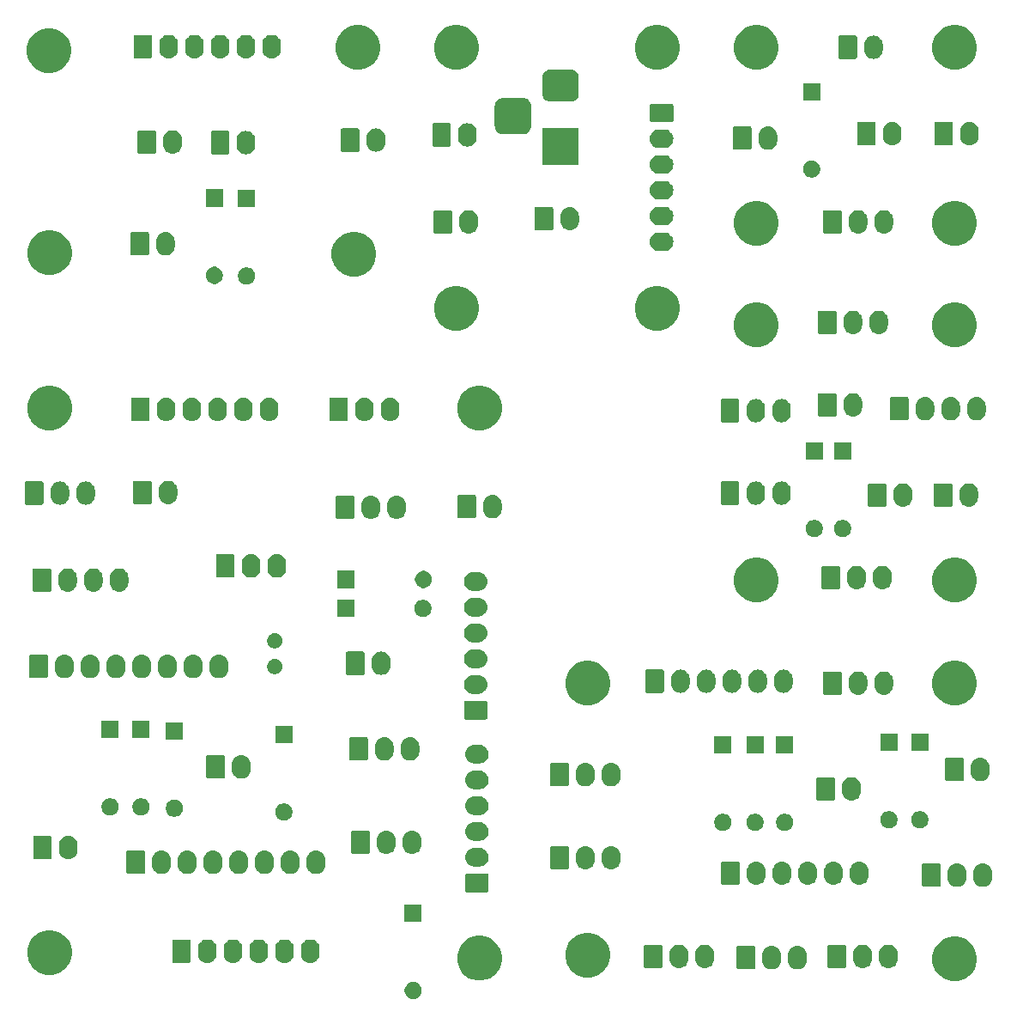
<source format=gbr>
G04 #@! TF.GenerationSoftware,KiCad,Pcbnew,(5.1.5-0-10_14)*
G04 #@! TF.CreationDate,2021-10-24T13:44:23+10:00*
G04 #@! TF.ProjectId,OH - Upper Mixed Small PCBs,4f48202d-2055-4707-9065-72204d697865,rev?*
G04 #@! TF.SameCoordinates,Original*
G04 #@! TF.FileFunction,Soldermask,Top*
G04 #@! TF.FilePolarity,Negative*
%FSLAX46Y46*%
G04 Gerber Fmt 4.6, Leading zero omitted, Abs format (unit mm)*
G04 Created by KiCad (PCBNEW (5.1.5-0-10_14)) date 2021-10-24 13:44:23*
%MOMM*%
%LPD*%
G04 APERTURE LIST*
%ADD10C,0.100000*%
G04 APERTURE END LIST*
D10*
G36*
X139504228Y-146437703D02*
G01*
X139659100Y-146501853D01*
X139798481Y-146594985D01*
X139917015Y-146713519D01*
X140010147Y-146852900D01*
X140074297Y-147007772D01*
X140107000Y-147172184D01*
X140107000Y-147339816D01*
X140074297Y-147504228D01*
X140010147Y-147659100D01*
X139917015Y-147798481D01*
X139798481Y-147917015D01*
X139659100Y-148010147D01*
X139504228Y-148074297D01*
X139339816Y-148107000D01*
X139172184Y-148107000D01*
X139007772Y-148074297D01*
X138852900Y-148010147D01*
X138713519Y-147917015D01*
X138594985Y-147798481D01*
X138501853Y-147659100D01*
X138437703Y-147504228D01*
X138405000Y-147339816D01*
X138405000Y-147172184D01*
X138437703Y-147007772D01*
X138501853Y-146852900D01*
X138594985Y-146713519D01*
X138713519Y-146594985D01*
X138852900Y-146501853D01*
X139007772Y-146437703D01*
X139172184Y-146405000D01*
X139339816Y-146405000D01*
X139504228Y-146437703D01*
G37*
G36*
X193315007Y-142028582D02*
G01*
X193715563Y-142194498D01*
X193715565Y-142194499D01*
X194076056Y-142435371D01*
X194382629Y-142741944D01*
X194623501Y-143102435D01*
X194623502Y-143102437D01*
X194789418Y-143502993D01*
X194874000Y-143928219D01*
X194874000Y-144361781D01*
X194789418Y-144787007D01*
X194639536Y-145148854D01*
X194623501Y-145187565D01*
X194382629Y-145548056D01*
X194076056Y-145854629D01*
X193715565Y-146095501D01*
X193715564Y-146095502D01*
X193715563Y-146095502D01*
X193315007Y-146261418D01*
X192889781Y-146346000D01*
X192456219Y-146346000D01*
X192030993Y-146261418D01*
X191630437Y-146095502D01*
X191630436Y-146095502D01*
X191630435Y-146095501D01*
X191269944Y-145854629D01*
X190963371Y-145548056D01*
X190722499Y-145187565D01*
X190706464Y-145148854D01*
X190556582Y-144787007D01*
X190472000Y-144361781D01*
X190472000Y-143928219D01*
X190556582Y-143502993D01*
X190722498Y-143102437D01*
X190722499Y-143102435D01*
X190963371Y-142741944D01*
X191269944Y-142435371D01*
X191630435Y-142194499D01*
X191630437Y-142194498D01*
X192030993Y-142028582D01*
X192456219Y-141944000D01*
X192889781Y-141944000D01*
X193315007Y-142028582D01*
G37*
G36*
X146438007Y-141965582D02*
G01*
X146838563Y-142131498D01*
X146838565Y-142131499D01*
X147199056Y-142372371D01*
X147505629Y-142678944D01*
X147723261Y-143004654D01*
X147746502Y-143039437D01*
X147912418Y-143439993D01*
X147997000Y-143865219D01*
X147997000Y-144298781D01*
X147912418Y-144724007D01*
X147749573Y-145117148D01*
X147746501Y-145124565D01*
X147505629Y-145485056D01*
X147199056Y-145791629D01*
X146838565Y-146032501D01*
X146838564Y-146032502D01*
X146838563Y-146032502D01*
X146438007Y-146198418D01*
X146012781Y-146283000D01*
X145579219Y-146283000D01*
X145153993Y-146198418D01*
X144753437Y-146032502D01*
X144753436Y-146032502D01*
X144753435Y-146032501D01*
X144392944Y-145791629D01*
X144086371Y-145485056D01*
X143845499Y-145124565D01*
X143842427Y-145117148D01*
X143679582Y-144724007D01*
X143595000Y-144298781D01*
X143595000Y-143865219D01*
X143679582Y-143439993D01*
X143845498Y-143039437D01*
X143868739Y-143004654D01*
X144086371Y-142678944D01*
X144392944Y-142372371D01*
X144753435Y-142131499D01*
X144753437Y-142131498D01*
X145153993Y-141965582D01*
X145579219Y-141881000D01*
X146012781Y-141881000D01*
X146438007Y-141965582D01*
G37*
G36*
X157106007Y-141647582D02*
G01*
X157506563Y-141813498D01*
X157506565Y-141813499D01*
X157867056Y-142054371D01*
X158173629Y-142360944D01*
X158359316Y-142638845D01*
X158414502Y-142721437D01*
X158580418Y-143121993D01*
X158665000Y-143547219D01*
X158665000Y-143980781D01*
X158580418Y-144406007D01*
X158427412Y-144775396D01*
X158414501Y-144806565D01*
X158173629Y-145167056D01*
X157867056Y-145473629D01*
X157506565Y-145714501D01*
X157506564Y-145714502D01*
X157506563Y-145714502D01*
X157106007Y-145880418D01*
X156680781Y-145965000D01*
X156247219Y-145965000D01*
X155821993Y-145880418D01*
X155421437Y-145714502D01*
X155421436Y-145714502D01*
X155421435Y-145714501D01*
X155060944Y-145473629D01*
X154754371Y-145167056D01*
X154513499Y-144806565D01*
X154500588Y-144775396D01*
X154347582Y-144406007D01*
X154263000Y-143980781D01*
X154263000Y-143547219D01*
X154347582Y-143121993D01*
X154513498Y-142721437D01*
X154568684Y-142638845D01*
X154754371Y-142360944D01*
X155060944Y-142054371D01*
X155421435Y-141813499D01*
X155421437Y-141813498D01*
X155821993Y-141647582D01*
X156247219Y-141563000D01*
X156680781Y-141563000D01*
X157106007Y-141647582D01*
G37*
G36*
X104020007Y-141393582D02*
G01*
X104420563Y-141559498D01*
X104420565Y-141559499D01*
X104781056Y-141800371D01*
X105087629Y-142106944D01*
X105328501Y-142467435D01*
X105328502Y-142467437D01*
X105494418Y-142867993D01*
X105579000Y-143293219D01*
X105579000Y-143726781D01*
X105494418Y-144152007D01*
X105344536Y-144513854D01*
X105328501Y-144552565D01*
X105087629Y-144913056D01*
X104781056Y-145219629D01*
X104420565Y-145460501D01*
X104420564Y-145460502D01*
X104420563Y-145460502D01*
X104020007Y-145626418D01*
X103594781Y-145711000D01*
X103161219Y-145711000D01*
X102735993Y-145626418D01*
X102335437Y-145460502D01*
X102335436Y-145460502D01*
X102335435Y-145460501D01*
X101974944Y-145219629D01*
X101668371Y-144913056D01*
X101427499Y-144552565D01*
X101411464Y-144513854D01*
X101261582Y-144152007D01*
X101177000Y-143726781D01*
X101177000Y-143293219D01*
X101261582Y-142867993D01*
X101427498Y-142467437D01*
X101427499Y-142467435D01*
X101668371Y-142106944D01*
X101974944Y-141800371D01*
X102335435Y-141559499D01*
X102335437Y-141559498D01*
X102735993Y-141393582D01*
X103161219Y-141309000D01*
X103594781Y-141309000D01*
X104020007Y-141393582D01*
G37*
G36*
X174805547Y-142880326D02*
G01*
X174979156Y-142932990D01*
X174979158Y-142932991D01*
X175139155Y-143018511D01*
X175279397Y-143133603D01*
X175358729Y-143230271D01*
X175394489Y-143273844D01*
X175480010Y-143433843D01*
X175532674Y-143607452D01*
X175546000Y-143742756D01*
X175546000Y-144293243D01*
X175532674Y-144428548D01*
X175480010Y-144602157D01*
X175394489Y-144762156D01*
X175374094Y-144787007D01*
X175279397Y-144902397D01*
X175203741Y-144964485D01*
X175139156Y-145017489D01*
X174979157Y-145103010D01*
X174805548Y-145155674D01*
X174625000Y-145173456D01*
X174444453Y-145155674D01*
X174270844Y-145103010D01*
X174110845Y-145017489D01*
X174046260Y-144964485D01*
X173970604Y-144902397D01*
X173855513Y-144762157D01*
X173855512Y-144762155D01*
X173769990Y-144602157D01*
X173717326Y-144428548D01*
X173704818Y-144301546D01*
X173704000Y-144293245D01*
X173704000Y-143742756D01*
X173716508Y-143615756D01*
X173717326Y-143607453D01*
X173769990Y-143433844D01*
X173855511Y-143273845D01*
X173855512Y-143273844D01*
X173970603Y-143133603D01*
X174085346Y-143039437D01*
X174110844Y-143018511D01*
X174270843Y-142932990D01*
X174444452Y-142880326D01*
X174625000Y-142862544D01*
X174805547Y-142880326D01*
G37*
G36*
X177345547Y-142880326D02*
G01*
X177519156Y-142932990D01*
X177519158Y-142932991D01*
X177679155Y-143018511D01*
X177819397Y-143133603D01*
X177898729Y-143230271D01*
X177934489Y-143273844D01*
X178020010Y-143433843D01*
X178072674Y-143607452D01*
X178086000Y-143742756D01*
X178086000Y-144293243D01*
X178072674Y-144428548D01*
X178020010Y-144602157D01*
X177934489Y-144762156D01*
X177914094Y-144787007D01*
X177819397Y-144902397D01*
X177743741Y-144964485D01*
X177679156Y-145017489D01*
X177519157Y-145103010D01*
X177345548Y-145155674D01*
X177165000Y-145173456D01*
X176984453Y-145155674D01*
X176810844Y-145103010D01*
X176650845Y-145017489D01*
X176586260Y-144964485D01*
X176510604Y-144902397D01*
X176395513Y-144762157D01*
X176395512Y-144762155D01*
X176309990Y-144602157D01*
X176257326Y-144428548D01*
X176244818Y-144301546D01*
X176244000Y-144293245D01*
X176244000Y-143742756D01*
X176256508Y-143615756D01*
X176257326Y-143607453D01*
X176309990Y-143433844D01*
X176395511Y-143273845D01*
X176395512Y-143273844D01*
X176510603Y-143133603D01*
X176625346Y-143039437D01*
X176650844Y-143018511D01*
X176810843Y-142932990D01*
X176984452Y-142880326D01*
X177165000Y-142862544D01*
X177345547Y-142880326D01*
G37*
G36*
X172864561Y-142870966D02*
G01*
X172897383Y-142880923D01*
X172927632Y-142897092D01*
X172954148Y-142918852D01*
X172975908Y-142945368D01*
X172992077Y-142975617D01*
X173002034Y-143008439D01*
X173006000Y-143048713D01*
X173006000Y-144987287D01*
X173002034Y-145027561D01*
X172992077Y-145060383D01*
X172975908Y-145090632D01*
X172954148Y-145117148D01*
X172927632Y-145138908D01*
X172897383Y-145155077D01*
X172864561Y-145165034D01*
X172824287Y-145169000D01*
X171345713Y-145169000D01*
X171305439Y-145165034D01*
X171272617Y-145155077D01*
X171242368Y-145138908D01*
X171215852Y-145117148D01*
X171194092Y-145090632D01*
X171177923Y-145060383D01*
X171167966Y-145027561D01*
X171164000Y-144987287D01*
X171164000Y-143048713D01*
X171167966Y-143008439D01*
X171177923Y-142975617D01*
X171194092Y-142945368D01*
X171215852Y-142918852D01*
X171242368Y-142897092D01*
X171272617Y-142880923D01*
X171305439Y-142870966D01*
X171345713Y-142867000D01*
X172824287Y-142867000D01*
X172864561Y-142870966D01*
G37*
G36*
X165661547Y-142753326D02*
G01*
X165835156Y-142805990D01*
X165835158Y-142805991D01*
X165995155Y-142891511D01*
X166135397Y-143006603D01*
X166195650Y-143080023D01*
X166250489Y-143146844D01*
X166336010Y-143306843D01*
X166388674Y-143480452D01*
X166388674Y-143480454D01*
X166401183Y-143607455D01*
X166402000Y-143615756D01*
X166402000Y-144166243D01*
X166388674Y-144301548D01*
X166336010Y-144475157D01*
X166250489Y-144635156D01*
X166214729Y-144678729D01*
X166135397Y-144775397D01*
X166038729Y-144854729D01*
X165995156Y-144890489D01*
X165835157Y-144976010D01*
X165661548Y-145028674D01*
X165481000Y-145046456D01*
X165300453Y-145028674D01*
X165126844Y-144976010D01*
X164966845Y-144890489D01*
X164923272Y-144854729D01*
X164826604Y-144775397D01*
X164711513Y-144635157D01*
X164711512Y-144635155D01*
X164625990Y-144475157D01*
X164573326Y-144301548D01*
X164560000Y-144166244D01*
X164560000Y-143615757D01*
X164573326Y-143480453D01*
X164625990Y-143306844D01*
X164711511Y-143146845D01*
X164711512Y-143146844D01*
X164826603Y-143006603D01*
X164933529Y-142918852D01*
X164966844Y-142891511D01*
X165126843Y-142805990D01*
X165300452Y-142753326D01*
X165481000Y-142735544D01*
X165661547Y-142753326D01*
G37*
G36*
X168201547Y-142753326D02*
G01*
X168375156Y-142805990D01*
X168375158Y-142805991D01*
X168535155Y-142891511D01*
X168675397Y-143006603D01*
X168735650Y-143080023D01*
X168790489Y-143146844D01*
X168876010Y-143306843D01*
X168928674Y-143480452D01*
X168928674Y-143480454D01*
X168941183Y-143607455D01*
X168942000Y-143615756D01*
X168942000Y-144166243D01*
X168928674Y-144301548D01*
X168876010Y-144475157D01*
X168790489Y-144635156D01*
X168754729Y-144678729D01*
X168675397Y-144775397D01*
X168578729Y-144854729D01*
X168535156Y-144890489D01*
X168375157Y-144976010D01*
X168201548Y-145028674D01*
X168021000Y-145046456D01*
X167840453Y-145028674D01*
X167666844Y-144976010D01*
X167506845Y-144890489D01*
X167463272Y-144854729D01*
X167366604Y-144775397D01*
X167251513Y-144635157D01*
X167251512Y-144635155D01*
X167165990Y-144475157D01*
X167113326Y-144301548D01*
X167100000Y-144166244D01*
X167100000Y-143615757D01*
X167113326Y-143480453D01*
X167165990Y-143306844D01*
X167251511Y-143146845D01*
X167251512Y-143146844D01*
X167366603Y-143006603D01*
X167473529Y-142918852D01*
X167506844Y-142891511D01*
X167666843Y-142805990D01*
X167840452Y-142753326D01*
X168021000Y-142735544D01*
X168201547Y-142753326D01*
G37*
G36*
X183758547Y-142753326D02*
G01*
X183932156Y-142805990D01*
X183932158Y-142805991D01*
X184092155Y-142891511D01*
X184232397Y-143006603D01*
X184292650Y-143080023D01*
X184347489Y-143146844D01*
X184433010Y-143306843D01*
X184485674Y-143480452D01*
X184485674Y-143480454D01*
X184498183Y-143607455D01*
X184499000Y-143615756D01*
X184499000Y-144166243D01*
X184485674Y-144301548D01*
X184433010Y-144475157D01*
X184347489Y-144635156D01*
X184311729Y-144678729D01*
X184232397Y-144775397D01*
X184135729Y-144854729D01*
X184092156Y-144890489D01*
X183932157Y-144976010D01*
X183758548Y-145028674D01*
X183578000Y-145046456D01*
X183397453Y-145028674D01*
X183223844Y-144976010D01*
X183063845Y-144890489D01*
X183020272Y-144854729D01*
X182923604Y-144775397D01*
X182808513Y-144635157D01*
X182808512Y-144635155D01*
X182722990Y-144475157D01*
X182670326Y-144301548D01*
X182657000Y-144166244D01*
X182657000Y-143615757D01*
X182670326Y-143480453D01*
X182722990Y-143306844D01*
X182808511Y-143146845D01*
X182808512Y-143146844D01*
X182923603Y-143006603D01*
X183030529Y-142918852D01*
X183063844Y-142891511D01*
X183223843Y-142805990D01*
X183397452Y-142753326D01*
X183578000Y-142735544D01*
X183758547Y-142753326D01*
G37*
G36*
X186298547Y-142753326D02*
G01*
X186472156Y-142805990D01*
X186472158Y-142805991D01*
X186632155Y-142891511D01*
X186772397Y-143006603D01*
X186832650Y-143080023D01*
X186887489Y-143146844D01*
X186973010Y-143306843D01*
X187025674Y-143480452D01*
X187025674Y-143480454D01*
X187038183Y-143607455D01*
X187039000Y-143615756D01*
X187039000Y-144166243D01*
X187025674Y-144301548D01*
X186973010Y-144475157D01*
X186887489Y-144635156D01*
X186851729Y-144678729D01*
X186772397Y-144775397D01*
X186675729Y-144854729D01*
X186632156Y-144890489D01*
X186472157Y-144976010D01*
X186298548Y-145028674D01*
X186118000Y-145046456D01*
X185937453Y-145028674D01*
X185763844Y-144976010D01*
X185603845Y-144890489D01*
X185560272Y-144854729D01*
X185463604Y-144775397D01*
X185348513Y-144635157D01*
X185348512Y-144635155D01*
X185262990Y-144475157D01*
X185210326Y-144301548D01*
X185197000Y-144166244D01*
X185197000Y-143615757D01*
X185210326Y-143480453D01*
X185262990Y-143306844D01*
X185348511Y-143146845D01*
X185348512Y-143146844D01*
X185463603Y-143006603D01*
X185570529Y-142918852D01*
X185603844Y-142891511D01*
X185763843Y-142805990D01*
X185937452Y-142753326D01*
X186118000Y-142735544D01*
X186298547Y-142753326D01*
G37*
G36*
X163720561Y-142743966D02*
G01*
X163753383Y-142753923D01*
X163783632Y-142770092D01*
X163810148Y-142791852D01*
X163831908Y-142818368D01*
X163848077Y-142848617D01*
X163858034Y-142881439D01*
X163862000Y-142921713D01*
X163862000Y-144860287D01*
X163858034Y-144900561D01*
X163848077Y-144933383D01*
X163831908Y-144963632D01*
X163810148Y-144990148D01*
X163783632Y-145011908D01*
X163753383Y-145028077D01*
X163720561Y-145038034D01*
X163680287Y-145042000D01*
X162201713Y-145042000D01*
X162161439Y-145038034D01*
X162128617Y-145028077D01*
X162098368Y-145011908D01*
X162071852Y-144990148D01*
X162050092Y-144963632D01*
X162033923Y-144933383D01*
X162023966Y-144900561D01*
X162020000Y-144860287D01*
X162020000Y-142921713D01*
X162023966Y-142881439D01*
X162033923Y-142848617D01*
X162050092Y-142818368D01*
X162071852Y-142791852D01*
X162098368Y-142770092D01*
X162128617Y-142753923D01*
X162161439Y-142743966D01*
X162201713Y-142740000D01*
X163680287Y-142740000D01*
X163720561Y-142743966D01*
G37*
G36*
X181817561Y-142743966D02*
G01*
X181850383Y-142753923D01*
X181880632Y-142770092D01*
X181907148Y-142791852D01*
X181928908Y-142818368D01*
X181945077Y-142848617D01*
X181955034Y-142881439D01*
X181959000Y-142921713D01*
X181959000Y-144860287D01*
X181955034Y-144900561D01*
X181945077Y-144933383D01*
X181928908Y-144963632D01*
X181907148Y-144990148D01*
X181880632Y-145011908D01*
X181850383Y-145028077D01*
X181817561Y-145038034D01*
X181777287Y-145042000D01*
X180298713Y-145042000D01*
X180258439Y-145038034D01*
X180225617Y-145028077D01*
X180195368Y-145011908D01*
X180168852Y-144990148D01*
X180147092Y-144963632D01*
X180130923Y-144933383D01*
X180120966Y-144900561D01*
X180117000Y-144860287D01*
X180117000Y-142921713D01*
X180120966Y-142881439D01*
X180130923Y-142848617D01*
X180147092Y-142818368D01*
X180168852Y-142791852D01*
X180195368Y-142770092D01*
X180225617Y-142753923D01*
X180258439Y-142743966D01*
X180298713Y-142740000D01*
X181777287Y-142740000D01*
X181817561Y-142743966D01*
G37*
G36*
X121656547Y-142245326D02*
G01*
X121830156Y-142297990D01*
X121830158Y-142297991D01*
X121990155Y-142383511D01*
X122130397Y-142498603D01*
X122209729Y-142595271D01*
X122245489Y-142638844D01*
X122331010Y-142798843D01*
X122383674Y-142972452D01*
X122397000Y-143107756D01*
X122397000Y-143658243D01*
X122383674Y-143793548D01*
X122331010Y-143967157D01*
X122245489Y-144127156D01*
X122225094Y-144152007D01*
X122130397Y-144267397D01*
X122033729Y-144346729D01*
X121990156Y-144382489D01*
X121830157Y-144468010D01*
X121656548Y-144520674D01*
X121476000Y-144538456D01*
X121295453Y-144520674D01*
X121121844Y-144468010D01*
X120961845Y-144382489D01*
X120918272Y-144346729D01*
X120821604Y-144267397D01*
X120706513Y-144127157D01*
X120706512Y-144127155D01*
X120620990Y-143967157D01*
X120568326Y-143793548D01*
X120555000Y-143658244D01*
X120555000Y-143107757D01*
X120557732Y-143080023D01*
X120564782Y-143008439D01*
X120568326Y-142972453D01*
X120620990Y-142798844D01*
X120706511Y-142638845D01*
X120706512Y-142638844D01*
X120821603Y-142498603D01*
X120947388Y-142395375D01*
X120961844Y-142383511D01*
X121121843Y-142297990D01*
X121295452Y-142245326D01*
X121476000Y-142227544D01*
X121656547Y-142245326D01*
G37*
G36*
X119116547Y-142245326D02*
G01*
X119290156Y-142297990D01*
X119290158Y-142297991D01*
X119450155Y-142383511D01*
X119590397Y-142498603D01*
X119669729Y-142595271D01*
X119705489Y-142638844D01*
X119791010Y-142798843D01*
X119843674Y-142972452D01*
X119857000Y-143107756D01*
X119857000Y-143658243D01*
X119843674Y-143793548D01*
X119791010Y-143967157D01*
X119705489Y-144127156D01*
X119685094Y-144152007D01*
X119590397Y-144267397D01*
X119493729Y-144346729D01*
X119450156Y-144382489D01*
X119290157Y-144468010D01*
X119116548Y-144520674D01*
X118936000Y-144538456D01*
X118755453Y-144520674D01*
X118581844Y-144468010D01*
X118421845Y-144382489D01*
X118378272Y-144346729D01*
X118281604Y-144267397D01*
X118166513Y-144127157D01*
X118166512Y-144127155D01*
X118080990Y-143967157D01*
X118028326Y-143793548D01*
X118015000Y-143658244D01*
X118015000Y-143107757D01*
X118017732Y-143080023D01*
X118024782Y-143008439D01*
X118028326Y-142972453D01*
X118080990Y-142798844D01*
X118166511Y-142638845D01*
X118166512Y-142638844D01*
X118281603Y-142498603D01*
X118407388Y-142395375D01*
X118421844Y-142383511D01*
X118581843Y-142297990D01*
X118755452Y-142245326D01*
X118936000Y-142227544D01*
X119116547Y-142245326D01*
G37*
G36*
X129276547Y-142245326D02*
G01*
X129450156Y-142297990D01*
X129450158Y-142297991D01*
X129610155Y-142383511D01*
X129750397Y-142498603D01*
X129829729Y-142595271D01*
X129865489Y-142638844D01*
X129951010Y-142798843D01*
X130003674Y-142972452D01*
X130017000Y-143107756D01*
X130017000Y-143658243D01*
X130003674Y-143793548D01*
X129951010Y-143967157D01*
X129865489Y-144127156D01*
X129845094Y-144152007D01*
X129750397Y-144267397D01*
X129653729Y-144346729D01*
X129610156Y-144382489D01*
X129450157Y-144468010D01*
X129276548Y-144520674D01*
X129096000Y-144538456D01*
X128915453Y-144520674D01*
X128741844Y-144468010D01*
X128581845Y-144382489D01*
X128538272Y-144346729D01*
X128441604Y-144267397D01*
X128326513Y-144127157D01*
X128326512Y-144127155D01*
X128240990Y-143967157D01*
X128188326Y-143793548D01*
X128175000Y-143658244D01*
X128175000Y-143107757D01*
X128177732Y-143080023D01*
X128184782Y-143008439D01*
X128188326Y-142972453D01*
X128240990Y-142798844D01*
X128326511Y-142638845D01*
X128326512Y-142638844D01*
X128441603Y-142498603D01*
X128567388Y-142395375D01*
X128581844Y-142383511D01*
X128741843Y-142297990D01*
X128915452Y-142245326D01*
X129096000Y-142227544D01*
X129276547Y-142245326D01*
G37*
G36*
X126736547Y-142245326D02*
G01*
X126910156Y-142297990D01*
X126910158Y-142297991D01*
X127070155Y-142383511D01*
X127210397Y-142498603D01*
X127289729Y-142595271D01*
X127325489Y-142638844D01*
X127411010Y-142798843D01*
X127463674Y-142972452D01*
X127477000Y-143107756D01*
X127477000Y-143658243D01*
X127463674Y-143793548D01*
X127411010Y-143967157D01*
X127325489Y-144127156D01*
X127305094Y-144152007D01*
X127210397Y-144267397D01*
X127113729Y-144346729D01*
X127070156Y-144382489D01*
X126910157Y-144468010D01*
X126736548Y-144520674D01*
X126556000Y-144538456D01*
X126375453Y-144520674D01*
X126201844Y-144468010D01*
X126041845Y-144382489D01*
X125998272Y-144346729D01*
X125901604Y-144267397D01*
X125786513Y-144127157D01*
X125786512Y-144127155D01*
X125700990Y-143967157D01*
X125648326Y-143793548D01*
X125635000Y-143658244D01*
X125635000Y-143107757D01*
X125637732Y-143080023D01*
X125644782Y-143008439D01*
X125648326Y-142972453D01*
X125700990Y-142798844D01*
X125786511Y-142638845D01*
X125786512Y-142638844D01*
X125901603Y-142498603D01*
X126027388Y-142395375D01*
X126041844Y-142383511D01*
X126201843Y-142297990D01*
X126375452Y-142245326D01*
X126556000Y-142227544D01*
X126736547Y-142245326D01*
G37*
G36*
X124196547Y-142245326D02*
G01*
X124370156Y-142297990D01*
X124370158Y-142297991D01*
X124530155Y-142383511D01*
X124670397Y-142498603D01*
X124749729Y-142595271D01*
X124785489Y-142638844D01*
X124871010Y-142798843D01*
X124923674Y-142972452D01*
X124937000Y-143107756D01*
X124937000Y-143658243D01*
X124923674Y-143793548D01*
X124871010Y-143967157D01*
X124785489Y-144127156D01*
X124765094Y-144152007D01*
X124670397Y-144267397D01*
X124573729Y-144346729D01*
X124530156Y-144382489D01*
X124370157Y-144468010D01*
X124196548Y-144520674D01*
X124016000Y-144538456D01*
X123835453Y-144520674D01*
X123661844Y-144468010D01*
X123501845Y-144382489D01*
X123458272Y-144346729D01*
X123361604Y-144267397D01*
X123246513Y-144127157D01*
X123246512Y-144127155D01*
X123160990Y-143967157D01*
X123108326Y-143793548D01*
X123095000Y-143658244D01*
X123095000Y-143107757D01*
X123097732Y-143080023D01*
X123104782Y-143008439D01*
X123108326Y-142972453D01*
X123160990Y-142798844D01*
X123246511Y-142638845D01*
X123246512Y-142638844D01*
X123361603Y-142498603D01*
X123487388Y-142395375D01*
X123501844Y-142383511D01*
X123661843Y-142297990D01*
X123835452Y-142245326D01*
X124016000Y-142227544D01*
X124196547Y-142245326D01*
G37*
G36*
X117175561Y-142235966D02*
G01*
X117208383Y-142245923D01*
X117238632Y-142262092D01*
X117265148Y-142283852D01*
X117286908Y-142310368D01*
X117303077Y-142340617D01*
X117313034Y-142373439D01*
X117317000Y-142413713D01*
X117317000Y-144352287D01*
X117313034Y-144392561D01*
X117303077Y-144425383D01*
X117286908Y-144455632D01*
X117265148Y-144482148D01*
X117238632Y-144503908D01*
X117208383Y-144520077D01*
X117175561Y-144530034D01*
X117135287Y-144534000D01*
X115656713Y-144534000D01*
X115616439Y-144530034D01*
X115583617Y-144520077D01*
X115553368Y-144503908D01*
X115526852Y-144482148D01*
X115505092Y-144455632D01*
X115488923Y-144425383D01*
X115478966Y-144392561D01*
X115475000Y-144352287D01*
X115475000Y-142413713D01*
X115478966Y-142373439D01*
X115488923Y-142340617D01*
X115505092Y-142310368D01*
X115526852Y-142283852D01*
X115553368Y-142262092D01*
X115583617Y-142245923D01*
X115616439Y-142235966D01*
X115656713Y-142232000D01*
X117135287Y-142232000D01*
X117175561Y-142235966D01*
G37*
G36*
X140107000Y-140487000D02*
G01*
X138405000Y-140487000D01*
X138405000Y-138785000D01*
X140107000Y-138785000D01*
X140107000Y-140487000D01*
G37*
G36*
X146551561Y-135734966D02*
G01*
X146584383Y-135744923D01*
X146614632Y-135761092D01*
X146641148Y-135782852D01*
X146662908Y-135809368D01*
X146679077Y-135839617D01*
X146689034Y-135872439D01*
X146693000Y-135912713D01*
X146693000Y-137391287D01*
X146689034Y-137431561D01*
X146679077Y-137464383D01*
X146662908Y-137494632D01*
X146641148Y-137521148D01*
X146614632Y-137542908D01*
X146584383Y-137559077D01*
X146551561Y-137569034D01*
X146511287Y-137573000D01*
X144572713Y-137573000D01*
X144532439Y-137569034D01*
X144499617Y-137559077D01*
X144469368Y-137542908D01*
X144442852Y-137521148D01*
X144421092Y-137494632D01*
X144404923Y-137464383D01*
X144394966Y-137431561D01*
X144391000Y-137391287D01*
X144391000Y-135912713D01*
X144394966Y-135872439D01*
X144404923Y-135839617D01*
X144421092Y-135809368D01*
X144442852Y-135782852D01*
X144469368Y-135761092D01*
X144499617Y-135744923D01*
X144532439Y-135734966D01*
X144572713Y-135731000D01*
X146511287Y-135731000D01*
X146551561Y-135734966D01*
G37*
G36*
X195633547Y-134752326D02*
G01*
X195807156Y-134804990D01*
X195807158Y-134804991D01*
X195967155Y-134890511D01*
X196107397Y-135005603D01*
X196186729Y-135102271D01*
X196222489Y-135145844D01*
X196308010Y-135305843D01*
X196360674Y-135479452D01*
X196374000Y-135614756D01*
X196374000Y-136165243D01*
X196360674Y-136300548D01*
X196308010Y-136474157D01*
X196222489Y-136634156D01*
X196193657Y-136669287D01*
X196107397Y-136774397D01*
X196020251Y-136845915D01*
X195967156Y-136889489D01*
X195807157Y-136975010D01*
X195633548Y-137027674D01*
X195453000Y-137045456D01*
X195272453Y-137027674D01*
X195098844Y-136975010D01*
X194938845Y-136889489D01*
X194885750Y-136845915D01*
X194798604Y-136774397D01*
X194683513Y-136634157D01*
X194683512Y-136634155D01*
X194597990Y-136474157D01*
X194545326Y-136300548D01*
X194532000Y-136165244D01*
X194532000Y-135614757D01*
X194534509Y-135589287D01*
X194542869Y-135504397D01*
X194545326Y-135479453D01*
X194597990Y-135305844D01*
X194683511Y-135145845D01*
X194708133Y-135115843D01*
X194798603Y-135005603D01*
X194924388Y-134902375D01*
X194938844Y-134890511D01*
X195098843Y-134804990D01*
X195272452Y-134752326D01*
X195453000Y-134734544D01*
X195633547Y-134752326D01*
G37*
G36*
X193093547Y-134752326D02*
G01*
X193267156Y-134804990D01*
X193267158Y-134804991D01*
X193427155Y-134890511D01*
X193567397Y-135005603D01*
X193646729Y-135102271D01*
X193682489Y-135145844D01*
X193768010Y-135305843D01*
X193820674Y-135479452D01*
X193834000Y-135614756D01*
X193834000Y-136165243D01*
X193820674Y-136300548D01*
X193768010Y-136474157D01*
X193682489Y-136634156D01*
X193653657Y-136669287D01*
X193567397Y-136774397D01*
X193480251Y-136845915D01*
X193427156Y-136889489D01*
X193267157Y-136975010D01*
X193093548Y-137027674D01*
X192913000Y-137045456D01*
X192732453Y-137027674D01*
X192558844Y-136975010D01*
X192398845Y-136889489D01*
X192345750Y-136845915D01*
X192258604Y-136774397D01*
X192143513Y-136634157D01*
X192143512Y-136634155D01*
X192057990Y-136474157D01*
X192005326Y-136300548D01*
X191992000Y-136165244D01*
X191992000Y-135614757D01*
X191994509Y-135589287D01*
X192002869Y-135504397D01*
X192005326Y-135479453D01*
X192057990Y-135305844D01*
X192143511Y-135145845D01*
X192168133Y-135115843D01*
X192258603Y-135005603D01*
X192384388Y-134902375D01*
X192398844Y-134890511D01*
X192558843Y-134804990D01*
X192732452Y-134752326D01*
X192913000Y-134734544D01*
X193093547Y-134752326D01*
G37*
G36*
X191152561Y-134742966D02*
G01*
X191185383Y-134752923D01*
X191215632Y-134769092D01*
X191242148Y-134790852D01*
X191263908Y-134817368D01*
X191280077Y-134847617D01*
X191290034Y-134880439D01*
X191294000Y-134920713D01*
X191294000Y-136859287D01*
X191290034Y-136899561D01*
X191280077Y-136932383D01*
X191263908Y-136962632D01*
X191242148Y-136989148D01*
X191215632Y-137010908D01*
X191185383Y-137027077D01*
X191152561Y-137037034D01*
X191112287Y-137041000D01*
X189633713Y-137041000D01*
X189593439Y-137037034D01*
X189560617Y-137027077D01*
X189530368Y-137010908D01*
X189503852Y-136989148D01*
X189482092Y-136962632D01*
X189465923Y-136932383D01*
X189455966Y-136899561D01*
X189452000Y-136859287D01*
X189452000Y-134920713D01*
X189455966Y-134880439D01*
X189465923Y-134847617D01*
X189482092Y-134817368D01*
X189503852Y-134790852D01*
X189530368Y-134769092D01*
X189560617Y-134752923D01*
X189593439Y-134742966D01*
X189633713Y-134739000D01*
X191112287Y-134739000D01*
X191152561Y-134742966D01*
G37*
G36*
X183441547Y-134562326D02*
G01*
X183615156Y-134614990D01*
X183615158Y-134614991D01*
X183775155Y-134700511D01*
X183915397Y-134815603D01*
X183986608Y-134902375D01*
X184030489Y-134955844D01*
X184116010Y-135115843D01*
X184168674Y-135289452D01*
X184182000Y-135424756D01*
X184182000Y-135975243D01*
X184168674Y-136110548D01*
X184116010Y-136284157D01*
X184030489Y-136444156D01*
X184005867Y-136474158D01*
X183915397Y-136584397D01*
X183818729Y-136663729D01*
X183775156Y-136699489D01*
X183615157Y-136785010D01*
X183441548Y-136837674D01*
X183261000Y-136855456D01*
X183080453Y-136837674D01*
X182906844Y-136785010D01*
X182746845Y-136699489D01*
X182703272Y-136663729D01*
X182606604Y-136584397D01*
X182491513Y-136444157D01*
X182491512Y-136444155D01*
X182405990Y-136284157D01*
X182353326Y-136110548D01*
X182340000Y-135975244D01*
X182340000Y-135424757D01*
X182353326Y-135289453D01*
X182405990Y-135115844D01*
X182451582Y-135030548D01*
X182491511Y-134955845D01*
X182606603Y-134815603D01*
X182732388Y-134712375D01*
X182746844Y-134700511D01*
X182906843Y-134614990D01*
X183080452Y-134562326D01*
X183261000Y-134544544D01*
X183441547Y-134562326D01*
G37*
G36*
X173281547Y-134562326D02*
G01*
X173455156Y-134614990D01*
X173455158Y-134614991D01*
X173615155Y-134700511D01*
X173755397Y-134815603D01*
X173826608Y-134902375D01*
X173870489Y-134955844D01*
X173956010Y-135115843D01*
X174008674Y-135289452D01*
X174022000Y-135424756D01*
X174022000Y-135975243D01*
X174008674Y-136110548D01*
X173956010Y-136284157D01*
X173870489Y-136444156D01*
X173845867Y-136474158D01*
X173755397Y-136584397D01*
X173658729Y-136663729D01*
X173615156Y-136699489D01*
X173455157Y-136785010D01*
X173281548Y-136837674D01*
X173101000Y-136855456D01*
X172920453Y-136837674D01*
X172746844Y-136785010D01*
X172586845Y-136699489D01*
X172543272Y-136663729D01*
X172446604Y-136584397D01*
X172331513Y-136444157D01*
X172331512Y-136444155D01*
X172245990Y-136284157D01*
X172193326Y-136110548D01*
X172180000Y-135975244D01*
X172180000Y-135424757D01*
X172193326Y-135289453D01*
X172245990Y-135115844D01*
X172291582Y-135030548D01*
X172331511Y-134955845D01*
X172446603Y-134815603D01*
X172572388Y-134712375D01*
X172586844Y-134700511D01*
X172746843Y-134614990D01*
X172920452Y-134562326D01*
X173101000Y-134544544D01*
X173281547Y-134562326D01*
G37*
G36*
X175821547Y-134562326D02*
G01*
X175995156Y-134614990D01*
X175995158Y-134614991D01*
X176155155Y-134700511D01*
X176295397Y-134815603D01*
X176366608Y-134902375D01*
X176410489Y-134955844D01*
X176496010Y-135115843D01*
X176548674Y-135289452D01*
X176562000Y-135424756D01*
X176562000Y-135975243D01*
X176548674Y-136110548D01*
X176496010Y-136284157D01*
X176410489Y-136444156D01*
X176385867Y-136474158D01*
X176295397Y-136584397D01*
X176198729Y-136663729D01*
X176155156Y-136699489D01*
X175995157Y-136785010D01*
X175821548Y-136837674D01*
X175641000Y-136855456D01*
X175460453Y-136837674D01*
X175286844Y-136785010D01*
X175126845Y-136699489D01*
X175083272Y-136663729D01*
X174986604Y-136584397D01*
X174871513Y-136444157D01*
X174871512Y-136444155D01*
X174785990Y-136284157D01*
X174733326Y-136110548D01*
X174720000Y-135975244D01*
X174720000Y-135424757D01*
X174733326Y-135289453D01*
X174785990Y-135115844D01*
X174831582Y-135030548D01*
X174871511Y-134955845D01*
X174986603Y-134815603D01*
X175112388Y-134712375D01*
X175126844Y-134700511D01*
X175286843Y-134614990D01*
X175460452Y-134562326D01*
X175641000Y-134544544D01*
X175821547Y-134562326D01*
G37*
G36*
X178361547Y-134562326D02*
G01*
X178535156Y-134614990D01*
X178535158Y-134614991D01*
X178695155Y-134700511D01*
X178835397Y-134815603D01*
X178906608Y-134902375D01*
X178950489Y-134955844D01*
X179036010Y-135115843D01*
X179088674Y-135289452D01*
X179102000Y-135424756D01*
X179102000Y-135975243D01*
X179088674Y-136110548D01*
X179036010Y-136284157D01*
X178950489Y-136444156D01*
X178925867Y-136474158D01*
X178835397Y-136584397D01*
X178738729Y-136663729D01*
X178695156Y-136699489D01*
X178535157Y-136785010D01*
X178361548Y-136837674D01*
X178181000Y-136855456D01*
X178000453Y-136837674D01*
X177826844Y-136785010D01*
X177666845Y-136699489D01*
X177623272Y-136663729D01*
X177526604Y-136584397D01*
X177411513Y-136444157D01*
X177411512Y-136444155D01*
X177325990Y-136284157D01*
X177273326Y-136110548D01*
X177260000Y-135975244D01*
X177260000Y-135424757D01*
X177273326Y-135289453D01*
X177325990Y-135115844D01*
X177371582Y-135030548D01*
X177411511Y-134955845D01*
X177526603Y-134815603D01*
X177652388Y-134712375D01*
X177666844Y-134700511D01*
X177826843Y-134614990D01*
X178000452Y-134562326D01*
X178181000Y-134544544D01*
X178361547Y-134562326D01*
G37*
G36*
X180901547Y-134562326D02*
G01*
X181075156Y-134614990D01*
X181075158Y-134614991D01*
X181235155Y-134700511D01*
X181375397Y-134815603D01*
X181446608Y-134902375D01*
X181490489Y-134955844D01*
X181576010Y-135115843D01*
X181628674Y-135289452D01*
X181642000Y-135424756D01*
X181642000Y-135975243D01*
X181628674Y-136110548D01*
X181576010Y-136284157D01*
X181490489Y-136444156D01*
X181465867Y-136474158D01*
X181375397Y-136584397D01*
X181278729Y-136663729D01*
X181235156Y-136699489D01*
X181075157Y-136785010D01*
X180901548Y-136837674D01*
X180721000Y-136855456D01*
X180540453Y-136837674D01*
X180366844Y-136785010D01*
X180206845Y-136699489D01*
X180163272Y-136663729D01*
X180066604Y-136584397D01*
X179951513Y-136444157D01*
X179951512Y-136444155D01*
X179865990Y-136284157D01*
X179813326Y-136110548D01*
X179800000Y-135975244D01*
X179800000Y-135424757D01*
X179813326Y-135289453D01*
X179865990Y-135115844D01*
X179911582Y-135030548D01*
X179951511Y-134955845D01*
X180066603Y-134815603D01*
X180192388Y-134712375D01*
X180206844Y-134700511D01*
X180366843Y-134614990D01*
X180540452Y-134562326D01*
X180721000Y-134544544D01*
X180901547Y-134562326D01*
G37*
G36*
X171340561Y-134552966D02*
G01*
X171373383Y-134562923D01*
X171403632Y-134579092D01*
X171430148Y-134600852D01*
X171451908Y-134627368D01*
X171468077Y-134657617D01*
X171478034Y-134690439D01*
X171482000Y-134730713D01*
X171482000Y-136669287D01*
X171478034Y-136709561D01*
X171468077Y-136742383D01*
X171451908Y-136772632D01*
X171430148Y-136799148D01*
X171403632Y-136820908D01*
X171373383Y-136837077D01*
X171340561Y-136847034D01*
X171300287Y-136851000D01*
X169821713Y-136851000D01*
X169781439Y-136847034D01*
X169748617Y-136837077D01*
X169718368Y-136820908D01*
X169691852Y-136799148D01*
X169670092Y-136772632D01*
X169653923Y-136742383D01*
X169643966Y-136709561D01*
X169640000Y-136669287D01*
X169640000Y-134730713D01*
X169643966Y-134690439D01*
X169653923Y-134657617D01*
X169670092Y-134627368D01*
X169691852Y-134600852D01*
X169718368Y-134579092D01*
X169748617Y-134562923D01*
X169781439Y-134552966D01*
X169821713Y-134549000D01*
X171300287Y-134549000D01*
X171340561Y-134552966D01*
G37*
G36*
X129847547Y-133482326D02*
G01*
X130021156Y-133534990D01*
X130021158Y-133534991D01*
X130181155Y-133620511D01*
X130321397Y-133735603D01*
X130380364Y-133807456D01*
X130436489Y-133875844D01*
X130522010Y-134035843D01*
X130574674Y-134209452D01*
X130580283Y-134266398D01*
X130588000Y-134344755D01*
X130588000Y-134895244D01*
X130584668Y-134929069D01*
X130574674Y-135030548D01*
X130522010Y-135204157D01*
X130436489Y-135364156D01*
X130400729Y-135407729D01*
X130321397Y-135504397D01*
X130224729Y-135583729D01*
X130181156Y-135619489D01*
X130021157Y-135705010D01*
X129847548Y-135757674D01*
X129667000Y-135775456D01*
X129486453Y-135757674D01*
X129312844Y-135705010D01*
X129152845Y-135619489D01*
X129109272Y-135583729D01*
X129012604Y-135504397D01*
X128897513Y-135364157D01*
X128897512Y-135364155D01*
X128811990Y-135204157D01*
X128759326Y-135030548D01*
X128746000Y-134895244D01*
X128746000Y-134344757D01*
X128759326Y-134209453D01*
X128811990Y-134035844D01*
X128897511Y-133875845D01*
X128953636Y-133807456D01*
X129012603Y-133735603D01*
X129138388Y-133632375D01*
X129152844Y-133620511D01*
X129310211Y-133536397D01*
X129312841Y-133534991D01*
X129312843Y-133534990D01*
X129486452Y-133482326D01*
X129667000Y-133464544D01*
X129847547Y-133482326D01*
G37*
G36*
X127307547Y-133482326D02*
G01*
X127481156Y-133534990D01*
X127481158Y-133534991D01*
X127641155Y-133620511D01*
X127781397Y-133735603D01*
X127840364Y-133807456D01*
X127896489Y-133875844D01*
X127982010Y-134035843D01*
X128034674Y-134209452D01*
X128040283Y-134266398D01*
X128048000Y-134344755D01*
X128048000Y-134895244D01*
X128044668Y-134929069D01*
X128034674Y-135030548D01*
X127982010Y-135204157D01*
X127896489Y-135364156D01*
X127860729Y-135407729D01*
X127781397Y-135504397D01*
X127684729Y-135583729D01*
X127641156Y-135619489D01*
X127481157Y-135705010D01*
X127307548Y-135757674D01*
X127127000Y-135775456D01*
X126946453Y-135757674D01*
X126772844Y-135705010D01*
X126612845Y-135619489D01*
X126569272Y-135583729D01*
X126472604Y-135504397D01*
X126357513Y-135364157D01*
X126357512Y-135364155D01*
X126271990Y-135204157D01*
X126219326Y-135030548D01*
X126206000Y-134895244D01*
X126206000Y-134344757D01*
X126219326Y-134209453D01*
X126271990Y-134035844D01*
X126357511Y-133875845D01*
X126413636Y-133807456D01*
X126472603Y-133735603D01*
X126598388Y-133632375D01*
X126612844Y-133620511D01*
X126770211Y-133536397D01*
X126772841Y-133534991D01*
X126772843Y-133534990D01*
X126946452Y-133482326D01*
X127127000Y-133464544D01*
X127307547Y-133482326D01*
G37*
G36*
X124767547Y-133482326D02*
G01*
X124941156Y-133534990D01*
X124941158Y-133534991D01*
X125101155Y-133620511D01*
X125241397Y-133735603D01*
X125300364Y-133807456D01*
X125356489Y-133875844D01*
X125442010Y-134035843D01*
X125494674Y-134209452D01*
X125500283Y-134266398D01*
X125508000Y-134344755D01*
X125508000Y-134895244D01*
X125504668Y-134929069D01*
X125494674Y-135030548D01*
X125442010Y-135204157D01*
X125356489Y-135364156D01*
X125320729Y-135407729D01*
X125241397Y-135504397D01*
X125144729Y-135583729D01*
X125101156Y-135619489D01*
X124941157Y-135705010D01*
X124767548Y-135757674D01*
X124587000Y-135775456D01*
X124406453Y-135757674D01*
X124232844Y-135705010D01*
X124072845Y-135619489D01*
X124029272Y-135583729D01*
X123932604Y-135504397D01*
X123817513Y-135364157D01*
X123817512Y-135364155D01*
X123731990Y-135204157D01*
X123679326Y-135030548D01*
X123666000Y-134895244D01*
X123666000Y-134344757D01*
X123679326Y-134209453D01*
X123731990Y-134035844D01*
X123817511Y-133875845D01*
X123873636Y-133807456D01*
X123932603Y-133735603D01*
X124058388Y-133632375D01*
X124072844Y-133620511D01*
X124230211Y-133536397D01*
X124232841Y-133534991D01*
X124232843Y-133534990D01*
X124406452Y-133482326D01*
X124587000Y-133464544D01*
X124767547Y-133482326D01*
G37*
G36*
X122227547Y-133482326D02*
G01*
X122401156Y-133534990D01*
X122401158Y-133534991D01*
X122561155Y-133620511D01*
X122701397Y-133735603D01*
X122760364Y-133807456D01*
X122816489Y-133875844D01*
X122902010Y-134035843D01*
X122954674Y-134209452D01*
X122960283Y-134266398D01*
X122968000Y-134344755D01*
X122968000Y-134895244D01*
X122964668Y-134929069D01*
X122954674Y-135030548D01*
X122902010Y-135204157D01*
X122816489Y-135364156D01*
X122780729Y-135407729D01*
X122701397Y-135504397D01*
X122604729Y-135583729D01*
X122561156Y-135619489D01*
X122401157Y-135705010D01*
X122227548Y-135757674D01*
X122047000Y-135775456D01*
X121866453Y-135757674D01*
X121692844Y-135705010D01*
X121532845Y-135619489D01*
X121489272Y-135583729D01*
X121392604Y-135504397D01*
X121277513Y-135364157D01*
X121277512Y-135364155D01*
X121191990Y-135204157D01*
X121139326Y-135030548D01*
X121126000Y-134895244D01*
X121126000Y-134344757D01*
X121139326Y-134209453D01*
X121191990Y-134035844D01*
X121277511Y-133875845D01*
X121333636Y-133807456D01*
X121392603Y-133735603D01*
X121518388Y-133632375D01*
X121532844Y-133620511D01*
X121690211Y-133536397D01*
X121692841Y-133534991D01*
X121692843Y-133534990D01*
X121866452Y-133482326D01*
X122047000Y-133464544D01*
X122227547Y-133482326D01*
G37*
G36*
X119687547Y-133482326D02*
G01*
X119861156Y-133534990D01*
X119861158Y-133534991D01*
X120021155Y-133620511D01*
X120161397Y-133735603D01*
X120220364Y-133807456D01*
X120276489Y-133875844D01*
X120362010Y-134035843D01*
X120414674Y-134209452D01*
X120420283Y-134266398D01*
X120428000Y-134344755D01*
X120428000Y-134895244D01*
X120424669Y-134929069D01*
X120414674Y-135030548D01*
X120362010Y-135204157D01*
X120276489Y-135364156D01*
X120240729Y-135407729D01*
X120161397Y-135504397D01*
X120064729Y-135583729D01*
X120021156Y-135619489D01*
X119861157Y-135705010D01*
X119687548Y-135757674D01*
X119507000Y-135775456D01*
X119326453Y-135757674D01*
X119152844Y-135705010D01*
X118992845Y-135619489D01*
X118949272Y-135583729D01*
X118852604Y-135504397D01*
X118737513Y-135364157D01*
X118737512Y-135364155D01*
X118651990Y-135204157D01*
X118599326Y-135030548D01*
X118586000Y-134895244D01*
X118586000Y-134344757D01*
X118599326Y-134209453D01*
X118651990Y-134035844D01*
X118737511Y-133875845D01*
X118793636Y-133807456D01*
X118852603Y-133735603D01*
X118978388Y-133632375D01*
X118992844Y-133620511D01*
X119150211Y-133536397D01*
X119152841Y-133534991D01*
X119152843Y-133534990D01*
X119326452Y-133482326D01*
X119507000Y-133464544D01*
X119687547Y-133482326D01*
G37*
G36*
X117147547Y-133482326D02*
G01*
X117321156Y-133534990D01*
X117321158Y-133534991D01*
X117481155Y-133620511D01*
X117621397Y-133735603D01*
X117680364Y-133807456D01*
X117736489Y-133875844D01*
X117822010Y-134035843D01*
X117874674Y-134209452D01*
X117880283Y-134266398D01*
X117888000Y-134344755D01*
X117888000Y-134895244D01*
X117884669Y-134929069D01*
X117874674Y-135030548D01*
X117822010Y-135204157D01*
X117736489Y-135364156D01*
X117700729Y-135407729D01*
X117621397Y-135504397D01*
X117524729Y-135583729D01*
X117481156Y-135619489D01*
X117321157Y-135705010D01*
X117147548Y-135757674D01*
X116967000Y-135775456D01*
X116786453Y-135757674D01*
X116612844Y-135705010D01*
X116452845Y-135619489D01*
X116409272Y-135583729D01*
X116312604Y-135504397D01*
X116197513Y-135364157D01*
X116197512Y-135364155D01*
X116111990Y-135204157D01*
X116059326Y-135030548D01*
X116046000Y-134895244D01*
X116046000Y-134344757D01*
X116059326Y-134209453D01*
X116111990Y-134035844D01*
X116197511Y-133875845D01*
X116253636Y-133807456D01*
X116312603Y-133735603D01*
X116438388Y-133632375D01*
X116452844Y-133620511D01*
X116610211Y-133536397D01*
X116612841Y-133534991D01*
X116612843Y-133534990D01*
X116786452Y-133482326D01*
X116967000Y-133464544D01*
X117147547Y-133482326D01*
G37*
G36*
X114607547Y-133482326D02*
G01*
X114781156Y-133534990D01*
X114781158Y-133534991D01*
X114941155Y-133620511D01*
X115081397Y-133735603D01*
X115140364Y-133807456D01*
X115196489Y-133875844D01*
X115282010Y-134035843D01*
X115334674Y-134209452D01*
X115340283Y-134266398D01*
X115348000Y-134344755D01*
X115348000Y-134895244D01*
X115344669Y-134929069D01*
X115334674Y-135030548D01*
X115282010Y-135204157D01*
X115196489Y-135364156D01*
X115160729Y-135407729D01*
X115081397Y-135504397D01*
X114984729Y-135583729D01*
X114941156Y-135619489D01*
X114781157Y-135705010D01*
X114607548Y-135757674D01*
X114427000Y-135775456D01*
X114246453Y-135757674D01*
X114072844Y-135705010D01*
X113912845Y-135619489D01*
X113869272Y-135583729D01*
X113772604Y-135504397D01*
X113657513Y-135364157D01*
X113657512Y-135364155D01*
X113571990Y-135204157D01*
X113519326Y-135030548D01*
X113506000Y-134895244D01*
X113506000Y-134344757D01*
X113519326Y-134209453D01*
X113571990Y-134035844D01*
X113657511Y-133875845D01*
X113713636Y-133807456D01*
X113772603Y-133735603D01*
X113898388Y-133632375D01*
X113912844Y-133620511D01*
X114070211Y-133536397D01*
X114072841Y-133534991D01*
X114072843Y-133534990D01*
X114246452Y-133482326D01*
X114427000Y-133464544D01*
X114607547Y-133482326D01*
G37*
G36*
X112666561Y-133472966D02*
G01*
X112699383Y-133482923D01*
X112729632Y-133499092D01*
X112756148Y-133520852D01*
X112777908Y-133547368D01*
X112794077Y-133577617D01*
X112804034Y-133610439D01*
X112808000Y-133650713D01*
X112808000Y-135589287D01*
X112804034Y-135629561D01*
X112794077Y-135662383D01*
X112777908Y-135692632D01*
X112756148Y-135719148D01*
X112729632Y-135740908D01*
X112699383Y-135757077D01*
X112666561Y-135767034D01*
X112626287Y-135771000D01*
X111147713Y-135771000D01*
X111107439Y-135767034D01*
X111074617Y-135757077D01*
X111044368Y-135740908D01*
X111017852Y-135719148D01*
X110996092Y-135692632D01*
X110979923Y-135662383D01*
X110969966Y-135629561D01*
X110966000Y-135589287D01*
X110966000Y-133650713D01*
X110969966Y-133610439D01*
X110979923Y-133577617D01*
X110996092Y-133547368D01*
X111017852Y-133520852D01*
X111044368Y-133499092D01*
X111074617Y-133482923D01*
X111107439Y-133472966D01*
X111147713Y-133469000D01*
X112626287Y-133469000D01*
X112666561Y-133472966D01*
G37*
G36*
X156404547Y-133038326D02*
G01*
X156578156Y-133090990D01*
X156578158Y-133090991D01*
X156738155Y-133176511D01*
X156878397Y-133291603D01*
X156957729Y-133388271D01*
X156993489Y-133431844D01*
X157079010Y-133591843D01*
X157131674Y-133765452D01*
X157145000Y-133900756D01*
X157145000Y-134451243D01*
X157131674Y-134586548D01*
X157079010Y-134760157D01*
X156993489Y-134920156D01*
X156957729Y-134963729D01*
X156878397Y-135060397D01*
X156781729Y-135139729D01*
X156738156Y-135175489D01*
X156578157Y-135261010D01*
X156404548Y-135313674D01*
X156224000Y-135331456D01*
X156043453Y-135313674D01*
X155869844Y-135261010D01*
X155709845Y-135175489D01*
X155666272Y-135139729D01*
X155569604Y-135060397D01*
X155454513Y-134920157D01*
X155454512Y-134920155D01*
X155368990Y-134760157D01*
X155316326Y-134586548D01*
X155303000Y-134451244D01*
X155303000Y-133900757D01*
X155316326Y-133765453D01*
X155368990Y-133591844D01*
X155380375Y-133570545D01*
X155454511Y-133431845D01*
X155569603Y-133291603D01*
X155675952Y-133204326D01*
X155709844Y-133176511D01*
X155869843Y-133090990D01*
X156043452Y-133038326D01*
X156224000Y-133020544D01*
X156404547Y-133038326D01*
G37*
G36*
X158944547Y-133038326D02*
G01*
X159118156Y-133090990D01*
X159118158Y-133090991D01*
X159278155Y-133176511D01*
X159418397Y-133291603D01*
X159497729Y-133388271D01*
X159533489Y-133431844D01*
X159619010Y-133591843D01*
X159671674Y-133765452D01*
X159685000Y-133900756D01*
X159685000Y-134451243D01*
X159671674Y-134586548D01*
X159619010Y-134760157D01*
X159533489Y-134920156D01*
X159497729Y-134963729D01*
X159418397Y-135060397D01*
X159321729Y-135139729D01*
X159278156Y-135175489D01*
X159118157Y-135261010D01*
X158944548Y-135313674D01*
X158764000Y-135331456D01*
X158583453Y-135313674D01*
X158409844Y-135261010D01*
X158249845Y-135175489D01*
X158206272Y-135139729D01*
X158109604Y-135060397D01*
X157994513Y-134920157D01*
X157994512Y-134920155D01*
X157908990Y-134760157D01*
X157856326Y-134586548D01*
X157843000Y-134451244D01*
X157843000Y-133900757D01*
X157856326Y-133765453D01*
X157908990Y-133591844D01*
X157920375Y-133570545D01*
X157994511Y-133431845D01*
X158109603Y-133291603D01*
X158215952Y-133204326D01*
X158249844Y-133176511D01*
X158409843Y-133090990D01*
X158583452Y-133038326D01*
X158764000Y-133020544D01*
X158944547Y-133038326D01*
G37*
G36*
X154463561Y-133028966D02*
G01*
X154496383Y-133038923D01*
X154526632Y-133055092D01*
X154553148Y-133076852D01*
X154574908Y-133103368D01*
X154591077Y-133133617D01*
X154601034Y-133166439D01*
X154605000Y-133206713D01*
X154605000Y-135145287D01*
X154601034Y-135185561D01*
X154591077Y-135218383D01*
X154574908Y-135248632D01*
X154553148Y-135275148D01*
X154526632Y-135296908D01*
X154496383Y-135313077D01*
X154463561Y-135323034D01*
X154423287Y-135327000D01*
X152944713Y-135327000D01*
X152904439Y-135323034D01*
X152871617Y-135313077D01*
X152841368Y-135296908D01*
X152814852Y-135275148D01*
X152793092Y-135248632D01*
X152776923Y-135218383D01*
X152766966Y-135185561D01*
X152763000Y-135145287D01*
X152763000Y-133206713D01*
X152766966Y-133166439D01*
X152776923Y-133133617D01*
X152793092Y-133103368D01*
X152814852Y-133076852D01*
X152841368Y-133055092D01*
X152871617Y-133038923D01*
X152904439Y-133028966D01*
X152944713Y-133025000D01*
X154423287Y-133025000D01*
X154463561Y-133028966D01*
G37*
G36*
X145862345Y-133195442D02*
G01*
X145952548Y-133204326D01*
X146126157Y-133256990D01*
X146286156Y-133342511D01*
X146329729Y-133378271D01*
X146426397Y-133457603D01*
X146492660Y-133538346D01*
X146541489Y-133597844D01*
X146615123Y-133735604D01*
X146623432Y-133751148D01*
X146627010Y-133757843D01*
X146679674Y-133931452D01*
X146697456Y-134112000D01*
X146679674Y-134292548D01*
X146627010Y-134466157D01*
X146541489Y-134626156D01*
X146541194Y-134626515D01*
X146426397Y-134766397D01*
X146329729Y-134845729D01*
X146286156Y-134881489D01*
X146126157Y-134967010D01*
X145952548Y-135019674D01*
X145862345Y-135028558D01*
X145817245Y-135033000D01*
X145266755Y-135033000D01*
X145221655Y-135028558D01*
X145131452Y-135019674D01*
X144957843Y-134967010D01*
X144797844Y-134881489D01*
X144754271Y-134845729D01*
X144657603Y-134766397D01*
X144542806Y-134626515D01*
X144542511Y-134626156D01*
X144456990Y-134466157D01*
X144404326Y-134292548D01*
X144386544Y-134112000D01*
X144404326Y-133931452D01*
X144456990Y-133757843D01*
X144460569Y-133751148D01*
X144468877Y-133735604D01*
X144542511Y-133597844D01*
X144591340Y-133538346D01*
X144657603Y-133457603D01*
X144754271Y-133378271D01*
X144797844Y-133342511D01*
X144957843Y-133256990D01*
X145131452Y-133204326D01*
X145221655Y-133195442D01*
X145266755Y-133191000D01*
X145817245Y-133191000D01*
X145862345Y-133195442D01*
G37*
G36*
X105400547Y-132022326D02*
G01*
X105574156Y-132074990D01*
X105574158Y-132074991D01*
X105734155Y-132160511D01*
X105874397Y-132275603D01*
X105928467Y-132341489D01*
X105989489Y-132415844D01*
X106075010Y-132575843D01*
X106127674Y-132749452D01*
X106141000Y-132884756D01*
X106141000Y-133435243D01*
X106127674Y-133570548D01*
X106075010Y-133744157D01*
X105989489Y-133904156D01*
X105967086Y-133931454D01*
X105874397Y-134044397D01*
X105792021Y-134112000D01*
X105734156Y-134159489D01*
X105574157Y-134245010D01*
X105400548Y-134297674D01*
X105220000Y-134315456D01*
X105039453Y-134297674D01*
X104865844Y-134245010D01*
X104705845Y-134159489D01*
X104647980Y-134112000D01*
X104565604Y-134044397D01*
X104450513Y-133904157D01*
X104450512Y-133904155D01*
X104364990Y-133744157D01*
X104312326Y-133570548D01*
X104299000Y-133435244D01*
X104299000Y-132884757D01*
X104312326Y-132749453D01*
X104364990Y-132575844D01*
X104450511Y-132415845D01*
X104450512Y-132415844D01*
X104565603Y-132275603D01*
X104691388Y-132172375D01*
X104705844Y-132160511D01*
X104865843Y-132074990D01*
X105039452Y-132022326D01*
X105220000Y-132004544D01*
X105400547Y-132022326D01*
G37*
G36*
X103459561Y-132012966D02*
G01*
X103492383Y-132022923D01*
X103522632Y-132039092D01*
X103549148Y-132060852D01*
X103570908Y-132087368D01*
X103587077Y-132117617D01*
X103597034Y-132150439D01*
X103601000Y-132190713D01*
X103601000Y-134129287D01*
X103597034Y-134169561D01*
X103587077Y-134202383D01*
X103570908Y-134232632D01*
X103549148Y-134259148D01*
X103522632Y-134280908D01*
X103492383Y-134297077D01*
X103459561Y-134307034D01*
X103419287Y-134311000D01*
X101940713Y-134311000D01*
X101900439Y-134307034D01*
X101867617Y-134297077D01*
X101837368Y-134280908D01*
X101810852Y-134259148D01*
X101789092Y-134232632D01*
X101772923Y-134202383D01*
X101762966Y-134169561D01*
X101759000Y-134129287D01*
X101759000Y-132190713D01*
X101762966Y-132150439D01*
X101772923Y-132117617D01*
X101789092Y-132087368D01*
X101810852Y-132060852D01*
X101837368Y-132039092D01*
X101867617Y-132022923D01*
X101900439Y-132012966D01*
X101940713Y-132009000D01*
X103419287Y-132009000D01*
X103459561Y-132012966D01*
G37*
G36*
X139308547Y-131514326D02*
G01*
X139482156Y-131566990D01*
X139482158Y-131566991D01*
X139642155Y-131652511D01*
X139782397Y-131767603D01*
X139861729Y-131864271D01*
X139897489Y-131907844D01*
X139983010Y-132067843D01*
X140035674Y-132241452D01*
X140049000Y-132376756D01*
X140049000Y-132927243D01*
X140035674Y-133062548D01*
X139983010Y-133236157D01*
X139897489Y-133396156D01*
X139865411Y-133435243D01*
X139782397Y-133536397D01*
X139707521Y-133597845D01*
X139642156Y-133651489D01*
X139505315Y-133724632D01*
X139484788Y-133735604D01*
X139482157Y-133737010D01*
X139308548Y-133789674D01*
X139128000Y-133807456D01*
X138947453Y-133789674D01*
X138773844Y-133737010D01*
X138771214Y-133735604D01*
X138750686Y-133724632D01*
X138613845Y-133651489D01*
X138548480Y-133597845D01*
X138473604Y-133536397D01*
X138358513Y-133396157D01*
X138358512Y-133396155D01*
X138272990Y-133236157D01*
X138220326Y-133062548D01*
X138207000Y-132927244D01*
X138207000Y-132376757D01*
X138220326Y-132241453D01*
X138272990Y-132067844D01*
X138358511Y-131907845D01*
X138358512Y-131907844D01*
X138473603Y-131767603D01*
X138599388Y-131664375D01*
X138613844Y-131652511D01*
X138773843Y-131566990D01*
X138947452Y-131514326D01*
X139128000Y-131496544D01*
X139308547Y-131514326D01*
G37*
G36*
X136768547Y-131514326D02*
G01*
X136942156Y-131566990D01*
X136942158Y-131566991D01*
X137102155Y-131652511D01*
X137242397Y-131767603D01*
X137321729Y-131864271D01*
X137357489Y-131907844D01*
X137443010Y-132067843D01*
X137495674Y-132241452D01*
X137509000Y-132376756D01*
X137509000Y-132927243D01*
X137495674Y-133062548D01*
X137443010Y-133236157D01*
X137357489Y-133396156D01*
X137325411Y-133435243D01*
X137242397Y-133536397D01*
X137167521Y-133597845D01*
X137102156Y-133651489D01*
X136965315Y-133724632D01*
X136944788Y-133735604D01*
X136942157Y-133737010D01*
X136768548Y-133789674D01*
X136588000Y-133807456D01*
X136407453Y-133789674D01*
X136233844Y-133737010D01*
X136231214Y-133735604D01*
X136210686Y-133724632D01*
X136073845Y-133651489D01*
X136008480Y-133597845D01*
X135933604Y-133536397D01*
X135818513Y-133396157D01*
X135818512Y-133396155D01*
X135732990Y-133236157D01*
X135680326Y-133062548D01*
X135667000Y-132927244D01*
X135667000Y-132376757D01*
X135680326Y-132241453D01*
X135732990Y-132067844D01*
X135818511Y-131907845D01*
X135818512Y-131907844D01*
X135933603Y-131767603D01*
X136059388Y-131664375D01*
X136073844Y-131652511D01*
X136233843Y-131566990D01*
X136407452Y-131514326D01*
X136588000Y-131496544D01*
X136768547Y-131514326D01*
G37*
G36*
X134827561Y-131504966D02*
G01*
X134860383Y-131514923D01*
X134890632Y-131531092D01*
X134917148Y-131552852D01*
X134938908Y-131579368D01*
X134955077Y-131609617D01*
X134965034Y-131642439D01*
X134969000Y-131682713D01*
X134969000Y-133621287D01*
X134965034Y-133661561D01*
X134955077Y-133694383D01*
X134938908Y-133724632D01*
X134917148Y-133751148D01*
X134890632Y-133772908D01*
X134860383Y-133789077D01*
X134827561Y-133799034D01*
X134787287Y-133803000D01*
X133308713Y-133803000D01*
X133268439Y-133799034D01*
X133235617Y-133789077D01*
X133205368Y-133772908D01*
X133178852Y-133751148D01*
X133157092Y-133724632D01*
X133140923Y-133694383D01*
X133130966Y-133661561D01*
X133127000Y-133621287D01*
X133127000Y-131682713D01*
X133130966Y-131642439D01*
X133140923Y-131609617D01*
X133157092Y-131579368D01*
X133178852Y-131552852D01*
X133205368Y-131531092D01*
X133235617Y-131514923D01*
X133268439Y-131504966D01*
X133308713Y-131501000D01*
X134787287Y-131501000D01*
X134827561Y-131504966D01*
G37*
G36*
X145862345Y-130655442D02*
G01*
X145952548Y-130664326D01*
X146126157Y-130716990D01*
X146286156Y-130802511D01*
X146322206Y-130832097D01*
X146426397Y-130917603D01*
X146505729Y-131014271D01*
X146541489Y-131057844D01*
X146627010Y-131217843D01*
X146679674Y-131391452D01*
X146697456Y-131572000D01*
X146679674Y-131752548D01*
X146627010Y-131926157D01*
X146541489Y-132086156D01*
X146541194Y-132086515D01*
X146426397Y-132226397D01*
X146329729Y-132305729D01*
X146286156Y-132341489D01*
X146126157Y-132427010D01*
X145952548Y-132479674D01*
X145862345Y-132488558D01*
X145817245Y-132493000D01*
X145266755Y-132493000D01*
X145221655Y-132488558D01*
X145131452Y-132479674D01*
X144957843Y-132427010D01*
X144797844Y-132341489D01*
X144754271Y-132305729D01*
X144657603Y-132226397D01*
X144542806Y-132086515D01*
X144542511Y-132086156D01*
X144456990Y-131926157D01*
X144404326Y-131752548D01*
X144386544Y-131572000D01*
X144404326Y-131391452D01*
X144456990Y-131217843D01*
X144542511Y-131057844D01*
X144578271Y-131014271D01*
X144657603Y-130917603D01*
X144761794Y-130832097D01*
X144797844Y-130802511D01*
X144957843Y-130716990D01*
X145131452Y-130664326D01*
X145221655Y-130655442D01*
X145266755Y-130651000D01*
X145817245Y-130651000D01*
X145862345Y-130655442D01*
G37*
G36*
X176143228Y-129864703D02*
G01*
X176298100Y-129928853D01*
X176437481Y-130021985D01*
X176556015Y-130140519D01*
X176649147Y-130279900D01*
X176713297Y-130434772D01*
X176746000Y-130599184D01*
X176746000Y-130766816D01*
X176713297Y-130931228D01*
X176649147Y-131086100D01*
X176556015Y-131225481D01*
X176437481Y-131344015D01*
X176298100Y-131437147D01*
X176143228Y-131501297D01*
X175978816Y-131534000D01*
X175811184Y-131534000D01*
X175646772Y-131501297D01*
X175491900Y-131437147D01*
X175352519Y-131344015D01*
X175233985Y-131225481D01*
X175140853Y-131086100D01*
X175076703Y-130931228D01*
X175044000Y-130766816D01*
X175044000Y-130599184D01*
X175076703Y-130434772D01*
X175140853Y-130279900D01*
X175233985Y-130140519D01*
X175352519Y-130021985D01*
X175491900Y-129928853D01*
X175646772Y-129864703D01*
X175811184Y-129832000D01*
X175978816Y-129832000D01*
X176143228Y-129864703D01*
G37*
G36*
X173222228Y-129864703D02*
G01*
X173377100Y-129928853D01*
X173516481Y-130021985D01*
X173635015Y-130140519D01*
X173728147Y-130279900D01*
X173792297Y-130434772D01*
X173825000Y-130599184D01*
X173825000Y-130766816D01*
X173792297Y-130931228D01*
X173728147Y-131086100D01*
X173635015Y-131225481D01*
X173516481Y-131344015D01*
X173377100Y-131437147D01*
X173222228Y-131501297D01*
X173057816Y-131534000D01*
X172890184Y-131534000D01*
X172725772Y-131501297D01*
X172570900Y-131437147D01*
X172431519Y-131344015D01*
X172312985Y-131225481D01*
X172219853Y-131086100D01*
X172155703Y-130931228D01*
X172123000Y-130766816D01*
X172123000Y-130599184D01*
X172155703Y-130434772D01*
X172219853Y-130279900D01*
X172312985Y-130140519D01*
X172431519Y-130021985D01*
X172570900Y-129928853D01*
X172725772Y-129864703D01*
X172890184Y-129832000D01*
X173057816Y-129832000D01*
X173222228Y-129864703D01*
G37*
G36*
X170049228Y-129864703D02*
G01*
X170204100Y-129928853D01*
X170343481Y-130021985D01*
X170462015Y-130140519D01*
X170555147Y-130279900D01*
X170619297Y-130434772D01*
X170652000Y-130599184D01*
X170652000Y-130766816D01*
X170619297Y-130931228D01*
X170555147Y-131086100D01*
X170462015Y-131225481D01*
X170343481Y-131344015D01*
X170204100Y-131437147D01*
X170049228Y-131501297D01*
X169884816Y-131534000D01*
X169717184Y-131534000D01*
X169552772Y-131501297D01*
X169397900Y-131437147D01*
X169258519Y-131344015D01*
X169139985Y-131225481D01*
X169046853Y-131086100D01*
X168982703Y-130931228D01*
X168950000Y-130766816D01*
X168950000Y-130599184D01*
X168982703Y-130434772D01*
X169046853Y-130279900D01*
X169139985Y-130140519D01*
X169258519Y-130021985D01*
X169397900Y-129928853D01*
X169552772Y-129864703D01*
X169717184Y-129832000D01*
X169884816Y-129832000D01*
X170049228Y-129864703D01*
G37*
G36*
X189478228Y-129610703D02*
G01*
X189633100Y-129674853D01*
X189772481Y-129767985D01*
X189891015Y-129886519D01*
X189984147Y-130025900D01*
X190048297Y-130180772D01*
X190081000Y-130345184D01*
X190081000Y-130512816D01*
X190048297Y-130677228D01*
X189984147Y-130832100D01*
X189891015Y-130971481D01*
X189772481Y-131090015D01*
X189633100Y-131183147D01*
X189478228Y-131247297D01*
X189313816Y-131280000D01*
X189146184Y-131280000D01*
X188981772Y-131247297D01*
X188826900Y-131183147D01*
X188687519Y-131090015D01*
X188568985Y-130971481D01*
X188475853Y-130832100D01*
X188411703Y-130677228D01*
X188379000Y-130512816D01*
X188379000Y-130345184D01*
X188411703Y-130180772D01*
X188475853Y-130025900D01*
X188568985Y-129886519D01*
X188687519Y-129767985D01*
X188826900Y-129674853D01*
X188981772Y-129610703D01*
X189146184Y-129578000D01*
X189313816Y-129578000D01*
X189478228Y-129610703D01*
G37*
G36*
X186430228Y-129610703D02*
G01*
X186585100Y-129674853D01*
X186724481Y-129767985D01*
X186843015Y-129886519D01*
X186936147Y-130025900D01*
X187000297Y-130180772D01*
X187033000Y-130345184D01*
X187033000Y-130512816D01*
X187000297Y-130677228D01*
X186936147Y-130832100D01*
X186843015Y-130971481D01*
X186724481Y-131090015D01*
X186585100Y-131183147D01*
X186430228Y-131247297D01*
X186265816Y-131280000D01*
X186098184Y-131280000D01*
X185933772Y-131247297D01*
X185778900Y-131183147D01*
X185639519Y-131090015D01*
X185520985Y-130971481D01*
X185427853Y-130832100D01*
X185363703Y-130677228D01*
X185331000Y-130512816D01*
X185331000Y-130345184D01*
X185363703Y-130180772D01*
X185427853Y-130025900D01*
X185520985Y-129886519D01*
X185639519Y-129767985D01*
X185778900Y-129674853D01*
X185933772Y-129610703D01*
X186098184Y-129578000D01*
X186265816Y-129578000D01*
X186430228Y-129610703D01*
G37*
G36*
X126740228Y-128848703D02*
G01*
X126895100Y-128912853D01*
X127034481Y-129005985D01*
X127153015Y-129124519D01*
X127246147Y-129263900D01*
X127310297Y-129418772D01*
X127343000Y-129583184D01*
X127343000Y-129750816D01*
X127310297Y-129915228D01*
X127246147Y-130070100D01*
X127153015Y-130209481D01*
X127034481Y-130328015D01*
X126895100Y-130421147D01*
X126740228Y-130485297D01*
X126575816Y-130518000D01*
X126408184Y-130518000D01*
X126243772Y-130485297D01*
X126088900Y-130421147D01*
X125949519Y-130328015D01*
X125830985Y-130209481D01*
X125737853Y-130070100D01*
X125673703Y-129915228D01*
X125641000Y-129750816D01*
X125641000Y-129583184D01*
X125673703Y-129418772D01*
X125737853Y-129263900D01*
X125830985Y-129124519D01*
X125949519Y-129005985D01*
X126088900Y-128912853D01*
X126243772Y-128848703D01*
X126408184Y-128816000D01*
X126575816Y-128816000D01*
X126740228Y-128848703D01*
G37*
G36*
X115945228Y-128467703D02*
G01*
X116100100Y-128531853D01*
X116239481Y-128624985D01*
X116358015Y-128743519D01*
X116451147Y-128882900D01*
X116515297Y-129037772D01*
X116548000Y-129202184D01*
X116548000Y-129369816D01*
X116515297Y-129534228D01*
X116451147Y-129689100D01*
X116358015Y-129828481D01*
X116239481Y-129947015D01*
X116100100Y-130040147D01*
X115945228Y-130104297D01*
X115780816Y-130137000D01*
X115613184Y-130137000D01*
X115448772Y-130104297D01*
X115293900Y-130040147D01*
X115154519Y-129947015D01*
X115035985Y-129828481D01*
X114942853Y-129689100D01*
X114878703Y-129534228D01*
X114846000Y-129369816D01*
X114846000Y-129202184D01*
X114878703Y-129037772D01*
X114942853Y-128882900D01*
X115035985Y-128743519D01*
X115154519Y-128624985D01*
X115293900Y-128531853D01*
X115448772Y-128467703D01*
X115613184Y-128435000D01*
X115780816Y-128435000D01*
X115945228Y-128467703D01*
G37*
G36*
X109595228Y-128340703D02*
G01*
X109750100Y-128404853D01*
X109889481Y-128497985D01*
X110008015Y-128616519D01*
X110101147Y-128755900D01*
X110165297Y-128910772D01*
X110198000Y-129075184D01*
X110198000Y-129242816D01*
X110165297Y-129407228D01*
X110101147Y-129562100D01*
X110008015Y-129701481D01*
X109889481Y-129820015D01*
X109750100Y-129913147D01*
X109595228Y-129977297D01*
X109430816Y-130010000D01*
X109263184Y-130010000D01*
X109098772Y-129977297D01*
X108943900Y-129913147D01*
X108804519Y-129820015D01*
X108685985Y-129701481D01*
X108592853Y-129562100D01*
X108528703Y-129407228D01*
X108496000Y-129242816D01*
X108496000Y-129075184D01*
X108528703Y-128910772D01*
X108592853Y-128755900D01*
X108685985Y-128616519D01*
X108804519Y-128497985D01*
X108943900Y-128404853D01*
X109098772Y-128340703D01*
X109263184Y-128308000D01*
X109430816Y-128308000D01*
X109595228Y-128340703D01*
G37*
G36*
X112643228Y-128340703D02*
G01*
X112798100Y-128404853D01*
X112937481Y-128497985D01*
X113056015Y-128616519D01*
X113149147Y-128755900D01*
X113213297Y-128910772D01*
X113246000Y-129075184D01*
X113246000Y-129242816D01*
X113213297Y-129407228D01*
X113149147Y-129562100D01*
X113056015Y-129701481D01*
X112937481Y-129820015D01*
X112798100Y-129913147D01*
X112643228Y-129977297D01*
X112478816Y-130010000D01*
X112311184Y-130010000D01*
X112146772Y-129977297D01*
X111991900Y-129913147D01*
X111852519Y-129820015D01*
X111733985Y-129701481D01*
X111640853Y-129562100D01*
X111576703Y-129407228D01*
X111544000Y-129242816D01*
X111544000Y-129075184D01*
X111576703Y-128910772D01*
X111640853Y-128755900D01*
X111733985Y-128616519D01*
X111852519Y-128497985D01*
X111991900Y-128404853D01*
X112146772Y-128340703D01*
X112311184Y-128308000D01*
X112478816Y-128308000D01*
X112643228Y-128340703D01*
G37*
G36*
X145862345Y-128115442D02*
G01*
X145952548Y-128124326D01*
X146126157Y-128176990D01*
X146286156Y-128262511D01*
X146292047Y-128267346D01*
X146426397Y-128377603D01*
X146498949Y-128466009D01*
X146541489Y-128517844D01*
X146627010Y-128677843D01*
X146679674Y-128851452D01*
X146697456Y-129032000D01*
X146679674Y-129212548D01*
X146627010Y-129386157D01*
X146541489Y-129546156D01*
X146515355Y-129578000D01*
X146426397Y-129686397D01*
X146347902Y-129750815D01*
X146286156Y-129801489D01*
X146126157Y-129887010D01*
X145952548Y-129939674D01*
X145878012Y-129947015D01*
X145817245Y-129953000D01*
X145266755Y-129953000D01*
X145205988Y-129947015D01*
X145131452Y-129939674D01*
X144957843Y-129887010D01*
X144797844Y-129801489D01*
X144736098Y-129750815D01*
X144657603Y-129686397D01*
X144568645Y-129578000D01*
X144542511Y-129546156D01*
X144456990Y-129386157D01*
X144404326Y-129212548D01*
X144386544Y-129032000D01*
X144404326Y-128851452D01*
X144456990Y-128677843D01*
X144542511Y-128517844D01*
X144585051Y-128466009D01*
X144657603Y-128377603D01*
X144791953Y-128267346D01*
X144797844Y-128262511D01*
X144957843Y-128176990D01*
X145131452Y-128124326D01*
X145221655Y-128115442D01*
X145266755Y-128111000D01*
X145817245Y-128111000D01*
X145862345Y-128115442D01*
G37*
G36*
X182679547Y-126243326D02*
G01*
X182853156Y-126295990D01*
X182853158Y-126295991D01*
X183013155Y-126381511D01*
X183153397Y-126496603D01*
X183217856Y-126575148D01*
X183268489Y-126636844D01*
X183354010Y-126796843D01*
X183406674Y-126970452D01*
X183407958Y-126983489D01*
X183419917Y-127104908D01*
X183420000Y-127105756D01*
X183420000Y-127656243D01*
X183406674Y-127791548D01*
X183354010Y-127965157D01*
X183268489Y-128125156D01*
X183232729Y-128168729D01*
X183153397Y-128265397D01*
X183061635Y-128340703D01*
X183013156Y-128380489D01*
X182853157Y-128466010D01*
X182679548Y-128518674D01*
X182499000Y-128536456D01*
X182318453Y-128518674D01*
X182144844Y-128466010D01*
X181984845Y-128380489D01*
X181936366Y-128340703D01*
X181844604Y-128265397D01*
X181729513Y-128125157D01*
X181729512Y-128125155D01*
X181643990Y-127965157D01*
X181591326Y-127791548D01*
X181578000Y-127656244D01*
X181578000Y-127105757D01*
X181591326Y-126970453D01*
X181643990Y-126796844D01*
X181729511Y-126636845D01*
X181733934Y-126631456D01*
X181844603Y-126496603D01*
X181941271Y-126417271D01*
X181984844Y-126381511D01*
X182144843Y-126295990D01*
X182318452Y-126243326D01*
X182499000Y-126225544D01*
X182679547Y-126243326D01*
G37*
G36*
X180738561Y-126233966D02*
G01*
X180771383Y-126243923D01*
X180801632Y-126260092D01*
X180828148Y-126281852D01*
X180849908Y-126308368D01*
X180866077Y-126338617D01*
X180876034Y-126371439D01*
X180880000Y-126411713D01*
X180880000Y-128350287D01*
X180876034Y-128390561D01*
X180866077Y-128423383D01*
X180849908Y-128453632D01*
X180828148Y-128480148D01*
X180801632Y-128501908D01*
X180771383Y-128518077D01*
X180738561Y-128528034D01*
X180698287Y-128532000D01*
X179219713Y-128532000D01*
X179179439Y-128528034D01*
X179146617Y-128518077D01*
X179116368Y-128501908D01*
X179089852Y-128480148D01*
X179068092Y-128453632D01*
X179051923Y-128423383D01*
X179041966Y-128390561D01*
X179038000Y-128350287D01*
X179038000Y-126411713D01*
X179041966Y-126371439D01*
X179051923Y-126338617D01*
X179068092Y-126308368D01*
X179089852Y-126281852D01*
X179116368Y-126260092D01*
X179146617Y-126243923D01*
X179179439Y-126233966D01*
X179219713Y-126230000D01*
X180698287Y-126230000D01*
X180738561Y-126233966D01*
G37*
G36*
X145842171Y-125573455D02*
G01*
X145952548Y-125584326D01*
X146126157Y-125636990D01*
X146286156Y-125722511D01*
X146321166Y-125751243D01*
X146426397Y-125837603D01*
X146505729Y-125934271D01*
X146541489Y-125977844D01*
X146627010Y-126137843D01*
X146679674Y-126311452D01*
X146697456Y-126492000D01*
X146679674Y-126672548D01*
X146627010Y-126846157D01*
X146541489Y-127006156D01*
X146524889Y-127026383D01*
X146426397Y-127146397D01*
X146329729Y-127225729D01*
X146286156Y-127261489D01*
X146126157Y-127347010D01*
X145952548Y-127399674D01*
X145862345Y-127408558D01*
X145817245Y-127413000D01*
X145266755Y-127413000D01*
X145221655Y-127408558D01*
X145131452Y-127399674D01*
X144957843Y-127347010D01*
X144797844Y-127261489D01*
X144754271Y-127225729D01*
X144657603Y-127146397D01*
X144559111Y-127026383D01*
X144542511Y-127006156D01*
X144456990Y-126846157D01*
X144404326Y-126672548D01*
X144386544Y-126492000D01*
X144404326Y-126311452D01*
X144456990Y-126137843D01*
X144542511Y-125977844D01*
X144578271Y-125934271D01*
X144657603Y-125837603D01*
X144762834Y-125751243D01*
X144797844Y-125722511D01*
X144957843Y-125636990D01*
X145131452Y-125584326D01*
X145241829Y-125573455D01*
X145266755Y-125571000D01*
X145817245Y-125571000D01*
X145842171Y-125573455D01*
G37*
G36*
X158944547Y-124846326D02*
G01*
X159118156Y-124898990D01*
X159118158Y-124898991D01*
X159278155Y-124984511D01*
X159418397Y-125099603D01*
X159497729Y-125196271D01*
X159533489Y-125239844D01*
X159619010Y-125399843D01*
X159671674Y-125573452D01*
X159685000Y-125708756D01*
X159685000Y-126259243D01*
X159671674Y-126394548D01*
X159619010Y-126568157D01*
X159533489Y-126728156D01*
X159497729Y-126771729D01*
X159418397Y-126868397D01*
X159321729Y-126947729D01*
X159278156Y-126983489D01*
X159118157Y-127069010D01*
X158944548Y-127121674D01*
X158764000Y-127139456D01*
X158583453Y-127121674D01*
X158409844Y-127069010D01*
X158249845Y-126983489D01*
X158206272Y-126947729D01*
X158109604Y-126868397D01*
X157994513Y-126728157D01*
X157994512Y-126728155D01*
X157908990Y-126568157D01*
X157856326Y-126394548D01*
X157843506Y-126264383D01*
X157843000Y-126259245D01*
X157843000Y-125708756D01*
X157856326Y-125573455D01*
X157856326Y-125573453D01*
X157908990Y-125399844D01*
X157994511Y-125239845D01*
X157994512Y-125239844D01*
X158109603Y-125099603D01*
X158235388Y-124996375D01*
X158249844Y-124984511D01*
X158409843Y-124898990D01*
X158583452Y-124846326D01*
X158764000Y-124828544D01*
X158944547Y-124846326D01*
G37*
G36*
X156404547Y-124846326D02*
G01*
X156578156Y-124898990D01*
X156578158Y-124898991D01*
X156738155Y-124984511D01*
X156878397Y-125099603D01*
X156957729Y-125196271D01*
X156993489Y-125239844D01*
X157079010Y-125399843D01*
X157131674Y-125573452D01*
X157145000Y-125708756D01*
X157145000Y-126259243D01*
X157131674Y-126394548D01*
X157079010Y-126568157D01*
X156993489Y-126728156D01*
X156957729Y-126771729D01*
X156878397Y-126868397D01*
X156781729Y-126947729D01*
X156738156Y-126983489D01*
X156578157Y-127069010D01*
X156404548Y-127121674D01*
X156224000Y-127139456D01*
X156043453Y-127121674D01*
X155869844Y-127069010D01*
X155709845Y-126983489D01*
X155666272Y-126947729D01*
X155569604Y-126868397D01*
X155454513Y-126728157D01*
X155454512Y-126728155D01*
X155368990Y-126568157D01*
X155316326Y-126394548D01*
X155303506Y-126264383D01*
X155303000Y-126259245D01*
X155303000Y-125708756D01*
X155316326Y-125573455D01*
X155316326Y-125573453D01*
X155368990Y-125399844D01*
X155454511Y-125239845D01*
X155454512Y-125239844D01*
X155569603Y-125099603D01*
X155695388Y-124996375D01*
X155709844Y-124984511D01*
X155869843Y-124898990D01*
X156043452Y-124846326D01*
X156224000Y-124828544D01*
X156404547Y-124846326D01*
G37*
G36*
X154463561Y-124836966D02*
G01*
X154496383Y-124846923D01*
X154526632Y-124863092D01*
X154553148Y-124884852D01*
X154574908Y-124911368D01*
X154591077Y-124941617D01*
X154601034Y-124974439D01*
X154605000Y-125014713D01*
X154605000Y-126953287D01*
X154601034Y-126993561D01*
X154591077Y-127026383D01*
X154574908Y-127056632D01*
X154553148Y-127083148D01*
X154526632Y-127104908D01*
X154496383Y-127121077D01*
X154463561Y-127131034D01*
X154423287Y-127135000D01*
X152944713Y-127135000D01*
X152904439Y-127131034D01*
X152871617Y-127121077D01*
X152841368Y-127104908D01*
X152814852Y-127083148D01*
X152793092Y-127056632D01*
X152776923Y-127026383D01*
X152766966Y-126993561D01*
X152763000Y-126953287D01*
X152763000Y-125014713D01*
X152766966Y-124974439D01*
X152776923Y-124941617D01*
X152793092Y-124911368D01*
X152814852Y-124884852D01*
X152841368Y-124863092D01*
X152871617Y-124846923D01*
X152904439Y-124836966D01*
X152944713Y-124833000D01*
X154423287Y-124833000D01*
X154463561Y-124836966D01*
G37*
G36*
X195379547Y-124338326D02*
G01*
X195553156Y-124390990D01*
X195553158Y-124390991D01*
X195713155Y-124476511D01*
X195853397Y-124591603D01*
X195891345Y-124637844D01*
X195968489Y-124731844D01*
X196054010Y-124891843D01*
X196106674Y-125065452D01*
X196120000Y-125200756D01*
X196120000Y-125751243D01*
X196106674Y-125886548D01*
X196054010Y-126060157D01*
X195968489Y-126220156D01*
X195939581Y-126255380D01*
X195853397Y-126360397D01*
X195756729Y-126439729D01*
X195713156Y-126475489D01*
X195553157Y-126561010D01*
X195379548Y-126613674D01*
X195199000Y-126631456D01*
X195018453Y-126613674D01*
X194844844Y-126561010D01*
X194684845Y-126475489D01*
X194641272Y-126439729D01*
X194544604Y-126360397D01*
X194429513Y-126220157D01*
X194429512Y-126220155D01*
X194343990Y-126060157D01*
X194291326Y-125886548D01*
X194278000Y-125751244D01*
X194278000Y-125200757D01*
X194291326Y-125065453D01*
X194343990Y-124891844D01*
X194429511Y-124731845D01*
X194438010Y-124721489D01*
X194544603Y-124591603D01*
X194670388Y-124488375D01*
X194684844Y-124476511D01*
X194844843Y-124390990D01*
X195018452Y-124338326D01*
X195199000Y-124320544D01*
X195379547Y-124338326D01*
G37*
G36*
X193438561Y-124328966D02*
G01*
X193471383Y-124338923D01*
X193501632Y-124355092D01*
X193528148Y-124376852D01*
X193549908Y-124403368D01*
X193566077Y-124433617D01*
X193576034Y-124466439D01*
X193580000Y-124506713D01*
X193580000Y-126445287D01*
X193576034Y-126485561D01*
X193566077Y-126518383D01*
X193549908Y-126548632D01*
X193528148Y-126575148D01*
X193501632Y-126596908D01*
X193471383Y-126613077D01*
X193438561Y-126623034D01*
X193398287Y-126627000D01*
X191919713Y-126627000D01*
X191879439Y-126623034D01*
X191846617Y-126613077D01*
X191816368Y-126596908D01*
X191789852Y-126575148D01*
X191768092Y-126548632D01*
X191751923Y-126518383D01*
X191741966Y-126485561D01*
X191738000Y-126445287D01*
X191738000Y-124506713D01*
X191741966Y-124466439D01*
X191751923Y-124433617D01*
X191768092Y-124403368D01*
X191789852Y-124376852D01*
X191816368Y-124355092D01*
X191846617Y-124338923D01*
X191879439Y-124328966D01*
X191919713Y-124325000D01*
X193398287Y-124325000D01*
X193438561Y-124328966D01*
G37*
G36*
X122481547Y-124084326D02*
G01*
X122655156Y-124136990D01*
X122655158Y-124136991D01*
X122815155Y-124222511D01*
X122955397Y-124337603D01*
X123008668Y-124402515D01*
X123070489Y-124477844D01*
X123156010Y-124637843D01*
X123208674Y-124811452D01*
X123222000Y-124946756D01*
X123222000Y-125497243D01*
X123208674Y-125632548D01*
X123156010Y-125806157D01*
X123070489Y-125966156D01*
X123034729Y-126009729D01*
X122955397Y-126106397D01*
X122858729Y-126185729D01*
X122815156Y-126221489D01*
X122655157Y-126307010D01*
X122481548Y-126359674D01*
X122301000Y-126377456D01*
X122120453Y-126359674D01*
X121946844Y-126307010D01*
X121786845Y-126221489D01*
X121743272Y-126185729D01*
X121646604Y-126106397D01*
X121531513Y-125966157D01*
X121531512Y-125966155D01*
X121445990Y-125806157D01*
X121393326Y-125632548D01*
X121380000Y-125497244D01*
X121380000Y-124946757D01*
X121393326Y-124811453D01*
X121445990Y-124637844D01*
X121468891Y-124595000D01*
X121531511Y-124477845D01*
X121646603Y-124337603D01*
X121772388Y-124234375D01*
X121786844Y-124222511D01*
X121946843Y-124136990D01*
X122120452Y-124084326D01*
X122301000Y-124066544D01*
X122481547Y-124084326D01*
G37*
G36*
X120540561Y-124074966D02*
G01*
X120573383Y-124084923D01*
X120603632Y-124101092D01*
X120630148Y-124122852D01*
X120651908Y-124149368D01*
X120668077Y-124179617D01*
X120678034Y-124212439D01*
X120682000Y-124252713D01*
X120682000Y-126191287D01*
X120678034Y-126231561D01*
X120668077Y-126264383D01*
X120651908Y-126294632D01*
X120630148Y-126321148D01*
X120603632Y-126342908D01*
X120573383Y-126359077D01*
X120540561Y-126369034D01*
X120500287Y-126373000D01*
X119021713Y-126373000D01*
X118981439Y-126369034D01*
X118948617Y-126359077D01*
X118918368Y-126342908D01*
X118891852Y-126321148D01*
X118870092Y-126294632D01*
X118853923Y-126264383D01*
X118843966Y-126231561D01*
X118840000Y-126191287D01*
X118840000Y-124252713D01*
X118843966Y-124212439D01*
X118853923Y-124179617D01*
X118870092Y-124149368D01*
X118891852Y-124122852D01*
X118918368Y-124101092D01*
X118948617Y-124084923D01*
X118981439Y-124074966D01*
X119021713Y-124071000D01*
X120500287Y-124071000D01*
X120540561Y-124074966D01*
G37*
G36*
X145842171Y-123033455D02*
G01*
X145952548Y-123044326D01*
X146126157Y-123096990D01*
X146286156Y-123182511D01*
X146329729Y-123218271D01*
X146426397Y-123297603D01*
X146505729Y-123394271D01*
X146541489Y-123437844D01*
X146627010Y-123597843D01*
X146679674Y-123771452D01*
X146697456Y-123952000D01*
X146679674Y-124132548D01*
X146627010Y-124306157D01*
X146541489Y-124466156D01*
X146524889Y-124486383D01*
X146426397Y-124606397D01*
X146329729Y-124685729D01*
X146286156Y-124721489D01*
X146126157Y-124807010D01*
X145952548Y-124859674D01*
X145862345Y-124868558D01*
X145817245Y-124873000D01*
X145266755Y-124873000D01*
X145221655Y-124868558D01*
X145131452Y-124859674D01*
X144957843Y-124807010D01*
X144797844Y-124721489D01*
X144754271Y-124685729D01*
X144657603Y-124606397D01*
X144559111Y-124486383D01*
X144542511Y-124466156D01*
X144456990Y-124306157D01*
X144404326Y-124132548D01*
X144386544Y-123952000D01*
X144404326Y-123771452D01*
X144456990Y-123597843D01*
X144542511Y-123437844D01*
X144578271Y-123394271D01*
X144657603Y-123297603D01*
X144754271Y-123218271D01*
X144797844Y-123182511D01*
X144957843Y-123096990D01*
X145131452Y-123044326D01*
X145241829Y-123033455D01*
X145266755Y-123031000D01*
X145817245Y-123031000D01*
X145842171Y-123033455D01*
G37*
G36*
X136578547Y-122306326D02*
G01*
X136752156Y-122358990D01*
X136752158Y-122358991D01*
X136912155Y-122444511D01*
X137052397Y-122559603D01*
X137131729Y-122656271D01*
X137167489Y-122699844D01*
X137253010Y-122859843D01*
X137305674Y-123033452D01*
X137319000Y-123168756D01*
X137319000Y-123719243D01*
X137305674Y-123854548D01*
X137253010Y-124028157D01*
X137167489Y-124188156D01*
X137147560Y-124212439D01*
X137052397Y-124328397D01*
X136962083Y-124402515D01*
X136912156Y-124443489D01*
X136752157Y-124529010D01*
X136578548Y-124581674D01*
X136398000Y-124599456D01*
X136217453Y-124581674D01*
X136043844Y-124529010D01*
X135883845Y-124443489D01*
X135833918Y-124402515D01*
X135743604Y-124328397D01*
X135628513Y-124188157D01*
X135628512Y-124188155D01*
X135542990Y-124028157D01*
X135490326Y-123854548D01*
X135477000Y-123719244D01*
X135477000Y-123168757D01*
X135490326Y-123033453D01*
X135542990Y-122859844D01*
X135628511Y-122699845D01*
X135628512Y-122699844D01*
X135743603Y-122559603D01*
X135869388Y-122456375D01*
X135883844Y-122444511D01*
X136043843Y-122358990D01*
X136217452Y-122306326D01*
X136398000Y-122288544D01*
X136578547Y-122306326D01*
G37*
G36*
X139118547Y-122306326D02*
G01*
X139292156Y-122358990D01*
X139292158Y-122358991D01*
X139452155Y-122444511D01*
X139592397Y-122559603D01*
X139671729Y-122656271D01*
X139707489Y-122699844D01*
X139793010Y-122859843D01*
X139845674Y-123033452D01*
X139859000Y-123168756D01*
X139859000Y-123719243D01*
X139845674Y-123854548D01*
X139793010Y-124028157D01*
X139707489Y-124188156D01*
X139687560Y-124212439D01*
X139592397Y-124328397D01*
X139502083Y-124402515D01*
X139452156Y-124443489D01*
X139292157Y-124529010D01*
X139118548Y-124581674D01*
X138938000Y-124599456D01*
X138757453Y-124581674D01*
X138583844Y-124529010D01*
X138423845Y-124443489D01*
X138373918Y-124402515D01*
X138283604Y-124328397D01*
X138168513Y-124188157D01*
X138168512Y-124188155D01*
X138082990Y-124028157D01*
X138030326Y-123854548D01*
X138017000Y-123719244D01*
X138017000Y-123168757D01*
X138030326Y-123033453D01*
X138082990Y-122859844D01*
X138168511Y-122699845D01*
X138168512Y-122699844D01*
X138283603Y-122559603D01*
X138409388Y-122456375D01*
X138423844Y-122444511D01*
X138583843Y-122358990D01*
X138757452Y-122306326D01*
X138938000Y-122288544D01*
X139118547Y-122306326D01*
G37*
G36*
X134637561Y-122296966D02*
G01*
X134670383Y-122306923D01*
X134700632Y-122323092D01*
X134727148Y-122344852D01*
X134748908Y-122371368D01*
X134765077Y-122401617D01*
X134775034Y-122434439D01*
X134779000Y-122474713D01*
X134779000Y-124413287D01*
X134775034Y-124453561D01*
X134765077Y-124486383D01*
X134748908Y-124516632D01*
X134727148Y-124543148D01*
X134700632Y-124564908D01*
X134670383Y-124581077D01*
X134637561Y-124591034D01*
X134597287Y-124595000D01*
X133118713Y-124595000D01*
X133078439Y-124591034D01*
X133045617Y-124581077D01*
X133015368Y-124564908D01*
X132988852Y-124543148D01*
X132967092Y-124516632D01*
X132950923Y-124486383D01*
X132940966Y-124453561D01*
X132937000Y-124413287D01*
X132937000Y-122474713D01*
X132940966Y-122434439D01*
X132950923Y-122401617D01*
X132967092Y-122371368D01*
X132988852Y-122344852D01*
X133015368Y-122323092D01*
X133045617Y-122306923D01*
X133078439Y-122296966D01*
X133118713Y-122293000D01*
X134597287Y-122293000D01*
X134637561Y-122296966D01*
G37*
G36*
X170652000Y-123914000D02*
G01*
X168950000Y-123914000D01*
X168950000Y-122212000D01*
X170652000Y-122212000D01*
X170652000Y-123914000D01*
G37*
G36*
X173825000Y-123914000D02*
G01*
X172123000Y-123914000D01*
X172123000Y-122212000D01*
X173825000Y-122212000D01*
X173825000Y-123914000D01*
G37*
G36*
X176746000Y-123914000D02*
G01*
X175044000Y-123914000D01*
X175044000Y-122212000D01*
X176746000Y-122212000D01*
X176746000Y-123914000D01*
G37*
G36*
X187033000Y-123660000D02*
G01*
X185331000Y-123660000D01*
X185331000Y-121958000D01*
X187033000Y-121958000D01*
X187033000Y-123660000D01*
G37*
G36*
X190081000Y-123660000D02*
G01*
X188379000Y-123660000D01*
X188379000Y-121958000D01*
X190081000Y-121958000D01*
X190081000Y-123660000D01*
G37*
G36*
X127343000Y-122898000D02*
G01*
X125641000Y-122898000D01*
X125641000Y-121196000D01*
X127343000Y-121196000D01*
X127343000Y-122898000D01*
G37*
G36*
X116548000Y-122517000D02*
G01*
X114846000Y-122517000D01*
X114846000Y-120815000D01*
X116548000Y-120815000D01*
X116548000Y-122517000D01*
G37*
G36*
X113246000Y-122390000D02*
G01*
X111544000Y-122390000D01*
X111544000Y-120688000D01*
X113246000Y-120688000D01*
X113246000Y-122390000D01*
G37*
G36*
X110198000Y-122390000D02*
G01*
X108496000Y-122390000D01*
X108496000Y-120688000D01*
X110198000Y-120688000D01*
X110198000Y-122390000D01*
G37*
G36*
X146424561Y-118716966D02*
G01*
X146457383Y-118726923D01*
X146487632Y-118743092D01*
X146514148Y-118764852D01*
X146535908Y-118791368D01*
X146552077Y-118821617D01*
X146562034Y-118854439D01*
X146566000Y-118894713D01*
X146566000Y-120373287D01*
X146562034Y-120413561D01*
X146552077Y-120446383D01*
X146535908Y-120476632D01*
X146514148Y-120503148D01*
X146487632Y-120524908D01*
X146457383Y-120541077D01*
X146424561Y-120551034D01*
X146384287Y-120555000D01*
X144445713Y-120555000D01*
X144405439Y-120551034D01*
X144372617Y-120541077D01*
X144342368Y-120524908D01*
X144315852Y-120503148D01*
X144294092Y-120476632D01*
X144277923Y-120446383D01*
X144267966Y-120413561D01*
X144264000Y-120373287D01*
X144264000Y-118894713D01*
X144267966Y-118854439D01*
X144277923Y-118821617D01*
X144294092Y-118791368D01*
X144315852Y-118764852D01*
X144342368Y-118743092D01*
X144372617Y-118726923D01*
X144405439Y-118716966D01*
X144445713Y-118713000D01*
X146384287Y-118713000D01*
X146424561Y-118716966D01*
G37*
G36*
X193315007Y-114850582D02*
G01*
X193715563Y-115016498D01*
X193715565Y-115016499D01*
X194076056Y-115257371D01*
X194382629Y-115563944D01*
X194623501Y-115924435D01*
X194623502Y-115924437D01*
X194789418Y-116324993D01*
X194874000Y-116750219D01*
X194874000Y-117183781D01*
X194789418Y-117609007D01*
X194623502Y-118009563D01*
X194623501Y-118009565D01*
X194382629Y-118370056D01*
X194076056Y-118676629D01*
X193715565Y-118917501D01*
X193715564Y-118917502D01*
X193715563Y-118917502D01*
X193315007Y-119083418D01*
X192889781Y-119168000D01*
X192456219Y-119168000D01*
X192030993Y-119083418D01*
X191630437Y-118917502D01*
X191630436Y-118917502D01*
X191630435Y-118917501D01*
X191269944Y-118676629D01*
X190963371Y-118370056D01*
X190722499Y-118009565D01*
X190722498Y-118009563D01*
X190556582Y-117609007D01*
X190472000Y-117183781D01*
X190472000Y-116750219D01*
X190556582Y-116324993D01*
X190722498Y-115924437D01*
X190722499Y-115924435D01*
X190963371Y-115563944D01*
X191269944Y-115257371D01*
X191630435Y-115016499D01*
X191630437Y-115016498D01*
X192030993Y-114850582D01*
X192456219Y-114766000D01*
X192889781Y-114766000D01*
X193315007Y-114850582D01*
G37*
G36*
X157106007Y-114850582D02*
G01*
X157506563Y-115016498D01*
X157506565Y-115016499D01*
X157867056Y-115257371D01*
X158173629Y-115563944D01*
X158414501Y-115924435D01*
X158414502Y-115924437D01*
X158580418Y-116324993D01*
X158665000Y-116750219D01*
X158665000Y-117183781D01*
X158580418Y-117609007D01*
X158414502Y-118009563D01*
X158414501Y-118009565D01*
X158173629Y-118370056D01*
X157867056Y-118676629D01*
X157506565Y-118917501D01*
X157506564Y-118917502D01*
X157506563Y-118917502D01*
X157106007Y-119083418D01*
X156680781Y-119168000D01*
X156247219Y-119168000D01*
X155821993Y-119083418D01*
X155421437Y-118917502D01*
X155421436Y-118917502D01*
X155421435Y-118917501D01*
X155060944Y-118676629D01*
X154754371Y-118370056D01*
X154513499Y-118009565D01*
X154513498Y-118009563D01*
X154347582Y-117609007D01*
X154263000Y-117183781D01*
X154263000Y-116750219D01*
X154347582Y-116324993D01*
X154513498Y-115924437D01*
X154513499Y-115924435D01*
X154754371Y-115563944D01*
X155060944Y-115257371D01*
X155421435Y-115016499D01*
X155421437Y-115016498D01*
X155821993Y-114850582D01*
X156247219Y-114766000D01*
X156680781Y-114766000D01*
X157106007Y-114850582D01*
G37*
G36*
X183314547Y-115829326D02*
G01*
X183488156Y-115881990D01*
X183488158Y-115881991D01*
X183648155Y-115967511D01*
X183788397Y-116082603D01*
X183862583Y-116173000D01*
X183903489Y-116222844D01*
X183989010Y-116382843D01*
X184041674Y-116556452D01*
X184055000Y-116691756D01*
X184055000Y-117242243D01*
X184041674Y-117377548D01*
X183989010Y-117551157D01*
X183903489Y-117711156D01*
X183875478Y-117745287D01*
X183788397Y-117851397D01*
X183712511Y-117913674D01*
X183648156Y-117966489D01*
X183488157Y-118052010D01*
X183314548Y-118104674D01*
X183134000Y-118122456D01*
X182953453Y-118104674D01*
X182779844Y-118052010D01*
X182619845Y-117966489D01*
X182555490Y-117913674D01*
X182479604Y-117851397D01*
X182364513Y-117711157D01*
X182364512Y-117711155D01*
X182278990Y-117551157D01*
X182226326Y-117377548D01*
X182213000Y-117242244D01*
X182213000Y-116691757D01*
X182226326Y-116556453D01*
X182278990Y-116382844D01*
X182364511Y-116222845D01*
X182381334Y-116202346D01*
X182479603Y-116082603D01*
X182583316Y-115997489D01*
X182619844Y-115967511D01*
X182775435Y-115884346D01*
X182779841Y-115881991D01*
X182779843Y-115881990D01*
X182953452Y-115829326D01*
X183134000Y-115811544D01*
X183314547Y-115829326D01*
G37*
G36*
X185854547Y-115829326D02*
G01*
X186028156Y-115881990D01*
X186028158Y-115881991D01*
X186188155Y-115967511D01*
X186328397Y-116082603D01*
X186402583Y-116173000D01*
X186443489Y-116222844D01*
X186529010Y-116382843D01*
X186581674Y-116556452D01*
X186595000Y-116691756D01*
X186595000Y-117242243D01*
X186581674Y-117377548D01*
X186529010Y-117551157D01*
X186443489Y-117711156D01*
X186415478Y-117745287D01*
X186328397Y-117851397D01*
X186252511Y-117913674D01*
X186188156Y-117966489D01*
X186028157Y-118052010D01*
X185854548Y-118104674D01*
X185674000Y-118122456D01*
X185493453Y-118104674D01*
X185319844Y-118052010D01*
X185159845Y-117966489D01*
X185095490Y-117913674D01*
X185019604Y-117851397D01*
X184904513Y-117711157D01*
X184904512Y-117711155D01*
X184818990Y-117551157D01*
X184766326Y-117377548D01*
X184753000Y-117242244D01*
X184753000Y-116691757D01*
X184766326Y-116556453D01*
X184818990Y-116382844D01*
X184904511Y-116222845D01*
X184921334Y-116202346D01*
X185019603Y-116082603D01*
X185123316Y-115997489D01*
X185159844Y-115967511D01*
X185315435Y-115884346D01*
X185319841Y-115881991D01*
X185319843Y-115881990D01*
X185493452Y-115829326D01*
X185674000Y-115811544D01*
X185854547Y-115829326D01*
G37*
G36*
X181373561Y-115819966D02*
G01*
X181406383Y-115829923D01*
X181436632Y-115846092D01*
X181463148Y-115867852D01*
X181484908Y-115894368D01*
X181501077Y-115924617D01*
X181511034Y-115957439D01*
X181515000Y-115997713D01*
X181515000Y-117936287D01*
X181511034Y-117976561D01*
X181501077Y-118009383D01*
X181484908Y-118039632D01*
X181463148Y-118066148D01*
X181436632Y-118087908D01*
X181406383Y-118104077D01*
X181373561Y-118114034D01*
X181333287Y-118118000D01*
X179854713Y-118118000D01*
X179814439Y-118114034D01*
X179781617Y-118104077D01*
X179751368Y-118087908D01*
X179724852Y-118066148D01*
X179703092Y-118039632D01*
X179686923Y-118009383D01*
X179676966Y-117976561D01*
X179673000Y-117936287D01*
X179673000Y-115997713D01*
X179676966Y-115957439D01*
X179686923Y-115924617D01*
X179703092Y-115894368D01*
X179724852Y-115867852D01*
X179751368Y-115846092D01*
X179781617Y-115829923D01*
X179814439Y-115819966D01*
X179854713Y-115816000D01*
X181333287Y-115816000D01*
X181373561Y-115819966D01*
G37*
G36*
X145735345Y-116177442D02*
G01*
X145825548Y-116186326D01*
X145999157Y-116238990D01*
X146159156Y-116324511D01*
X146200429Y-116358383D01*
X146299397Y-116439603D01*
X146378729Y-116536271D01*
X146414489Y-116579844D01*
X146500010Y-116739843D01*
X146552674Y-116913452D01*
X146570456Y-117094000D01*
X146552674Y-117274548D01*
X146500010Y-117448157D01*
X146414489Y-117608156D01*
X146378729Y-117651729D01*
X146299397Y-117748397D01*
X146202729Y-117827729D01*
X146159156Y-117863489D01*
X145999157Y-117949010D01*
X145825548Y-118001674D01*
X145735345Y-118010558D01*
X145690245Y-118015000D01*
X145139755Y-118015000D01*
X145094655Y-118010558D01*
X145004452Y-118001674D01*
X144830843Y-117949010D01*
X144670844Y-117863489D01*
X144627271Y-117827729D01*
X144530603Y-117748397D01*
X144451271Y-117651729D01*
X144415511Y-117608156D01*
X144329990Y-117448157D01*
X144277326Y-117274548D01*
X144259544Y-117094000D01*
X144277326Y-116913452D01*
X144329990Y-116739843D01*
X144415511Y-116579844D01*
X144451271Y-116536271D01*
X144530603Y-116439603D01*
X144629571Y-116358383D01*
X144670844Y-116324511D01*
X144830843Y-116238990D01*
X145004452Y-116186326D01*
X145094655Y-116177442D01*
X145139755Y-116173000D01*
X145690245Y-116173000D01*
X145735345Y-116177442D01*
G37*
G36*
X175948547Y-115638326D02*
G01*
X176122156Y-115690990D01*
X176122158Y-115690991D01*
X176282155Y-115776511D01*
X176422397Y-115891603D01*
X176496195Y-115981528D01*
X176537489Y-116031844D01*
X176623010Y-116191843D01*
X176675674Y-116365452D01*
X176689000Y-116500756D01*
X176689000Y-117051243D01*
X176675674Y-117186548D01*
X176623010Y-117360157D01*
X176537489Y-117520156D01*
X176512047Y-117551157D01*
X176422397Y-117660397D01*
X176325729Y-117739729D01*
X176282156Y-117775489D01*
X176122157Y-117861010D01*
X175948548Y-117913674D01*
X175768000Y-117931456D01*
X175587453Y-117913674D01*
X175413844Y-117861010D01*
X175253845Y-117775489D01*
X175210272Y-117739729D01*
X175113604Y-117660397D01*
X174998513Y-117520157D01*
X174998512Y-117520155D01*
X174912990Y-117360157D01*
X174860326Y-117186548D01*
X174847000Y-117051244D01*
X174847000Y-116500757D01*
X174860326Y-116365453D01*
X174912990Y-116191844D01*
X174935891Y-116149000D01*
X174998511Y-116031845D01*
X175113603Y-115891603D01*
X175217043Y-115806713D01*
X175253844Y-115776511D01*
X175413843Y-115690990D01*
X175587452Y-115638326D01*
X175768000Y-115620544D01*
X175948547Y-115638326D01*
G37*
G36*
X165788547Y-115638326D02*
G01*
X165962156Y-115690990D01*
X165962158Y-115690991D01*
X166122155Y-115776511D01*
X166262397Y-115891603D01*
X166336195Y-115981528D01*
X166377489Y-116031844D01*
X166463010Y-116191843D01*
X166515674Y-116365452D01*
X166529000Y-116500756D01*
X166529000Y-117051243D01*
X166515674Y-117186548D01*
X166463010Y-117360157D01*
X166377489Y-117520156D01*
X166352047Y-117551157D01*
X166262397Y-117660397D01*
X166165729Y-117739729D01*
X166122156Y-117775489D01*
X165962157Y-117861010D01*
X165788548Y-117913674D01*
X165608000Y-117931456D01*
X165427453Y-117913674D01*
X165253844Y-117861010D01*
X165093845Y-117775489D01*
X165050272Y-117739729D01*
X164953604Y-117660397D01*
X164838513Y-117520157D01*
X164838512Y-117520155D01*
X164752990Y-117360157D01*
X164700326Y-117186548D01*
X164687000Y-117051244D01*
X164687000Y-116500757D01*
X164700326Y-116365453D01*
X164752990Y-116191844D01*
X164775891Y-116149000D01*
X164838511Y-116031845D01*
X164953603Y-115891603D01*
X165057043Y-115806713D01*
X165093844Y-115776511D01*
X165253843Y-115690990D01*
X165427452Y-115638326D01*
X165608000Y-115620544D01*
X165788547Y-115638326D01*
G37*
G36*
X168328547Y-115638326D02*
G01*
X168502156Y-115690990D01*
X168502158Y-115690991D01*
X168662155Y-115776511D01*
X168802397Y-115891603D01*
X168876195Y-115981528D01*
X168917489Y-116031844D01*
X169003010Y-116191843D01*
X169055674Y-116365452D01*
X169069000Y-116500756D01*
X169069000Y-117051243D01*
X169055674Y-117186548D01*
X169003010Y-117360157D01*
X168917489Y-117520156D01*
X168892047Y-117551157D01*
X168802397Y-117660397D01*
X168705729Y-117739729D01*
X168662156Y-117775489D01*
X168502157Y-117861010D01*
X168328548Y-117913674D01*
X168148000Y-117931456D01*
X167967453Y-117913674D01*
X167793844Y-117861010D01*
X167633845Y-117775489D01*
X167590272Y-117739729D01*
X167493604Y-117660397D01*
X167378513Y-117520157D01*
X167378512Y-117520155D01*
X167292990Y-117360157D01*
X167240326Y-117186548D01*
X167227000Y-117051244D01*
X167227000Y-116500757D01*
X167240326Y-116365453D01*
X167292990Y-116191844D01*
X167315891Y-116149000D01*
X167378511Y-116031845D01*
X167493603Y-115891603D01*
X167597043Y-115806713D01*
X167633844Y-115776511D01*
X167793843Y-115690990D01*
X167967452Y-115638326D01*
X168148000Y-115620544D01*
X168328547Y-115638326D01*
G37*
G36*
X170868547Y-115638326D02*
G01*
X171042156Y-115690990D01*
X171042158Y-115690991D01*
X171202155Y-115776511D01*
X171342397Y-115891603D01*
X171416195Y-115981528D01*
X171457489Y-116031844D01*
X171543010Y-116191843D01*
X171595674Y-116365452D01*
X171609000Y-116500756D01*
X171609000Y-117051243D01*
X171595674Y-117186548D01*
X171543010Y-117360157D01*
X171457489Y-117520156D01*
X171432047Y-117551157D01*
X171342397Y-117660397D01*
X171245729Y-117739729D01*
X171202156Y-117775489D01*
X171042157Y-117861010D01*
X170868548Y-117913674D01*
X170688000Y-117931456D01*
X170507453Y-117913674D01*
X170333844Y-117861010D01*
X170173845Y-117775489D01*
X170130272Y-117739729D01*
X170033604Y-117660397D01*
X169918513Y-117520157D01*
X169918512Y-117520155D01*
X169832990Y-117360157D01*
X169780326Y-117186548D01*
X169767000Y-117051244D01*
X169767000Y-116500757D01*
X169780326Y-116365453D01*
X169832990Y-116191844D01*
X169855891Y-116149000D01*
X169918511Y-116031845D01*
X170033603Y-115891603D01*
X170137043Y-115806713D01*
X170173844Y-115776511D01*
X170333843Y-115690990D01*
X170507452Y-115638326D01*
X170688000Y-115620544D01*
X170868547Y-115638326D01*
G37*
G36*
X173408547Y-115638326D02*
G01*
X173582156Y-115690990D01*
X173582158Y-115690991D01*
X173742155Y-115776511D01*
X173882397Y-115891603D01*
X173956195Y-115981528D01*
X173997489Y-116031844D01*
X174083010Y-116191843D01*
X174135674Y-116365452D01*
X174149000Y-116500756D01*
X174149000Y-117051243D01*
X174135674Y-117186548D01*
X174083010Y-117360157D01*
X173997489Y-117520156D01*
X173972047Y-117551157D01*
X173882397Y-117660397D01*
X173785729Y-117739729D01*
X173742156Y-117775489D01*
X173582157Y-117861010D01*
X173408548Y-117913674D01*
X173228000Y-117931456D01*
X173047453Y-117913674D01*
X172873844Y-117861010D01*
X172713845Y-117775489D01*
X172670272Y-117739729D01*
X172573604Y-117660397D01*
X172458513Y-117520157D01*
X172458512Y-117520155D01*
X172372990Y-117360157D01*
X172320326Y-117186548D01*
X172307000Y-117051244D01*
X172307000Y-116500757D01*
X172320326Y-116365453D01*
X172372990Y-116191844D01*
X172395891Y-116149000D01*
X172458511Y-116031845D01*
X172573603Y-115891603D01*
X172677043Y-115806713D01*
X172713844Y-115776511D01*
X172873843Y-115690990D01*
X173047452Y-115638326D01*
X173228000Y-115620544D01*
X173408547Y-115638326D01*
G37*
G36*
X163847561Y-115628966D02*
G01*
X163880383Y-115638923D01*
X163910632Y-115655092D01*
X163937148Y-115676852D01*
X163958908Y-115703368D01*
X163975077Y-115733617D01*
X163985034Y-115766439D01*
X163989000Y-115806713D01*
X163989000Y-117745287D01*
X163985034Y-117785561D01*
X163975077Y-117818383D01*
X163958908Y-117848632D01*
X163937148Y-117875148D01*
X163910632Y-117896908D01*
X163880383Y-117913077D01*
X163847561Y-117923034D01*
X163807287Y-117927000D01*
X162328713Y-117927000D01*
X162288439Y-117923034D01*
X162255617Y-117913077D01*
X162225368Y-117896908D01*
X162198852Y-117875148D01*
X162177092Y-117848632D01*
X162160923Y-117818383D01*
X162150966Y-117785561D01*
X162147000Y-117745287D01*
X162147000Y-115806713D01*
X162150966Y-115766439D01*
X162160923Y-115733617D01*
X162177092Y-115703368D01*
X162198852Y-115676852D01*
X162225368Y-115655092D01*
X162255617Y-115638923D01*
X162288439Y-115628966D01*
X162328713Y-115625000D01*
X163807287Y-115625000D01*
X163847561Y-115628966D01*
G37*
G36*
X120258547Y-114178326D02*
G01*
X120432156Y-114230990D01*
X120432158Y-114230991D01*
X120592155Y-114316511D01*
X120732397Y-114431603D01*
X120811729Y-114528271D01*
X120847489Y-114571844D01*
X120933010Y-114731843D01*
X120985674Y-114905452D01*
X120999000Y-115040756D01*
X120999000Y-115591243D01*
X120985674Y-115726548D01*
X120933010Y-115900157D01*
X120847489Y-116060156D01*
X120828733Y-116083010D01*
X120732397Y-116200397D01*
X120635729Y-116279729D01*
X120592156Y-116315489D01*
X120432157Y-116401010D01*
X120258548Y-116453674D01*
X120078000Y-116471456D01*
X119897453Y-116453674D01*
X119723844Y-116401010D01*
X119563845Y-116315489D01*
X119520272Y-116279729D01*
X119423604Y-116200397D01*
X119308513Y-116060157D01*
X119308512Y-116060155D01*
X119222990Y-115900157D01*
X119170326Y-115726548D01*
X119157000Y-115591244D01*
X119157000Y-115040757D01*
X119170326Y-114905453D01*
X119222990Y-114731844D01*
X119308511Y-114571845D01*
X119308512Y-114571844D01*
X119423603Y-114431603D01*
X119549388Y-114328375D01*
X119563844Y-114316511D01*
X119723843Y-114230990D01*
X119897452Y-114178326D01*
X120078000Y-114160544D01*
X120258547Y-114178326D01*
G37*
G36*
X105018547Y-114178326D02*
G01*
X105192156Y-114230990D01*
X105192158Y-114230991D01*
X105352155Y-114316511D01*
X105492397Y-114431603D01*
X105571729Y-114528271D01*
X105607489Y-114571844D01*
X105693010Y-114731843D01*
X105745674Y-114905452D01*
X105759000Y-115040756D01*
X105759000Y-115591243D01*
X105745674Y-115726548D01*
X105693010Y-115900157D01*
X105607489Y-116060156D01*
X105588733Y-116083010D01*
X105492397Y-116200397D01*
X105395729Y-116279729D01*
X105352156Y-116315489D01*
X105192157Y-116401010D01*
X105018548Y-116453674D01*
X104838000Y-116471456D01*
X104657453Y-116453674D01*
X104483844Y-116401010D01*
X104323845Y-116315489D01*
X104280272Y-116279729D01*
X104183604Y-116200397D01*
X104068513Y-116060157D01*
X104068512Y-116060155D01*
X103982990Y-115900157D01*
X103930326Y-115726548D01*
X103917000Y-115591244D01*
X103917000Y-115040757D01*
X103930326Y-114905453D01*
X103982990Y-114731844D01*
X104068511Y-114571845D01*
X104068512Y-114571844D01*
X104183603Y-114431603D01*
X104309388Y-114328375D01*
X104323844Y-114316511D01*
X104483843Y-114230990D01*
X104657452Y-114178326D01*
X104838000Y-114160544D01*
X105018547Y-114178326D01*
G37*
G36*
X107558547Y-114178326D02*
G01*
X107732156Y-114230990D01*
X107732158Y-114230991D01*
X107892155Y-114316511D01*
X108032397Y-114431603D01*
X108111729Y-114528271D01*
X108147489Y-114571844D01*
X108233010Y-114731843D01*
X108285674Y-114905452D01*
X108299000Y-115040756D01*
X108299000Y-115591243D01*
X108285674Y-115726548D01*
X108233010Y-115900157D01*
X108147489Y-116060156D01*
X108128733Y-116083010D01*
X108032397Y-116200397D01*
X107935729Y-116279729D01*
X107892156Y-116315489D01*
X107732157Y-116401010D01*
X107558548Y-116453674D01*
X107378000Y-116471456D01*
X107197453Y-116453674D01*
X107023844Y-116401010D01*
X106863845Y-116315489D01*
X106820272Y-116279729D01*
X106723604Y-116200397D01*
X106608513Y-116060157D01*
X106608512Y-116060155D01*
X106522990Y-115900157D01*
X106470326Y-115726548D01*
X106457000Y-115591244D01*
X106457000Y-115040757D01*
X106470326Y-114905453D01*
X106522990Y-114731844D01*
X106608511Y-114571845D01*
X106608512Y-114571844D01*
X106723603Y-114431603D01*
X106849388Y-114328375D01*
X106863844Y-114316511D01*
X107023843Y-114230990D01*
X107197452Y-114178326D01*
X107378000Y-114160544D01*
X107558547Y-114178326D01*
G37*
G36*
X110098547Y-114178326D02*
G01*
X110272156Y-114230990D01*
X110272158Y-114230991D01*
X110432155Y-114316511D01*
X110572397Y-114431603D01*
X110651729Y-114528271D01*
X110687489Y-114571844D01*
X110773010Y-114731843D01*
X110825674Y-114905452D01*
X110839000Y-115040756D01*
X110839000Y-115591243D01*
X110825674Y-115726548D01*
X110773010Y-115900157D01*
X110687489Y-116060156D01*
X110668733Y-116083010D01*
X110572397Y-116200397D01*
X110475729Y-116279729D01*
X110432156Y-116315489D01*
X110272157Y-116401010D01*
X110098548Y-116453674D01*
X109918000Y-116471456D01*
X109737453Y-116453674D01*
X109563844Y-116401010D01*
X109403845Y-116315489D01*
X109360272Y-116279729D01*
X109263604Y-116200397D01*
X109148513Y-116060157D01*
X109148512Y-116060155D01*
X109062990Y-115900157D01*
X109010326Y-115726548D01*
X108997000Y-115591244D01*
X108997000Y-115040757D01*
X109010326Y-114905453D01*
X109062990Y-114731844D01*
X109148511Y-114571845D01*
X109148512Y-114571844D01*
X109263603Y-114431603D01*
X109389388Y-114328375D01*
X109403844Y-114316511D01*
X109563843Y-114230990D01*
X109737452Y-114178326D01*
X109918000Y-114160544D01*
X110098547Y-114178326D01*
G37*
G36*
X115178547Y-114178326D02*
G01*
X115352156Y-114230990D01*
X115352158Y-114230991D01*
X115512155Y-114316511D01*
X115652397Y-114431603D01*
X115731729Y-114528271D01*
X115767489Y-114571844D01*
X115853010Y-114731843D01*
X115905674Y-114905452D01*
X115919000Y-115040756D01*
X115919000Y-115591243D01*
X115905674Y-115726548D01*
X115853010Y-115900157D01*
X115767489Y-116060156D01*
X115748733Y-116083010D01*
X115652397Y-116200397D01*
X115555729Y-116279729D01*
X115512156Y-116315489D01*
X115352157Y-116401010D01*
X115178548Y-116453674D01*
X114998000Y-116471456D01*
X114817453Y-116453674D01*
X114643844Y-116401010D01*
X114483845Y-116315489D01*
X114440272Y-116279729D01*
X114343604Y-116200397D01*
X114228513Y-116060157D01*
X114228512Y-116060155D01*
X114142990Y-115900157D01*
X114090326Y-115726548D01*
X114077000Y-115591244D01*
X114077000Y-115040757D01*
X114090326Y-114905453D01*
X114142990Y-114731844D01*
X114228511Y-114571845D01*
X114228512Y-114571844D01*
X114343603Y-114431603D01*
X114469388Y-114328375D01*
X114483844Y-114316511D01*
X114643843Y-114230990D01*
X114817452Y-114178326D01*
X114998000Y-114160544D01*
X115178547Y-114178326D01*
G37*
G36*
X112638547Y-114178326D02*
G01*
X112812156Y-114230990D01*
X112812158Y-114230991D01*
X112972155Y-114316511D01*
X113112397Y-114431603D01*
X113191729Y-114528271D01*
X113227489Y-114571844D01*
X113313010Y-114731843D01*
X113365674Y-114905452D01*
X113379000Y-115040756D01*
X113379000Y-115591243D01*
X113365674Y-115726548D01*
X113313010Y-115900157D01*
X113227489Y-116060156D01*
X113208733Y-116083010D01*
X113112397Y-116200397D01*
X113015729Y-116279729D01*
X112972156Y-116315489D01*
X112812157Y-116401010D01*
X112638548Y-116453674D01*
X112458000Y-116471456D01*
X112277453Y-116453674D01*
X112103844Y-116401010D01*
X111943845Y-116315489D01*
X111900272Y-116279729D01*
X111803604Y-116200397D01*
X111688513Y-116060157D01*
X111688512Y-116060155D01*
X111602990Y-115900157D01*
X111550326Y-115726548D01*
X111537000Y-115591244D01*
X111537000Y-115040757D01*
X111550326Y-114905453D01*
X111602990Y-114731844D01*
X111688511Y-114571845D01*
X111688512Y-114571844D01*
X111803603Y-114431603D01*
X111929388Y-114328375D01*
X111943844Y-114316511D01*
X112103843Y-114230990D01*
X112277452Y-114178326D01*
X112458000Y-114160544D01*
X112638547Y-114178326D01*
G37*
G36*
X117718547Y-114178326D02*
G01*
X117892156Y-114230990D01*
X117892158Y-114230991D01*
X118052155Y-114316511D01*
X118192397Y-114431603D01*
X118271729Y-114528271D01*
X118307489Y-114571844D01*
X118393010Y-114731843D01*
X118445674Y-114905452D01*
X118459000Y-115040756D01*
X118459000Y-115591243D01*
X118445674Y-115726548D01*
X118393010Y-115900157D01*
X118307489Y-116060156D01*
X118288733Y-116083010D01*
X118192397Y-116200397D01*
X118095729Y-116279729D01*
X118052156Y-116315489D01*
X117892157Y-116401010D01*
X117718548Y-116453674D01*
X117538000Y-116471456D01*
X117357453Y-116453674D01*
X117183844Y-116401010D01*
X117023845Y-116315489D01*
X116980272Y-116279729D01*
X116883604Y-116200397D01*
X116768513Y-116060157D01*
X116768512Y-116060155D01*
X116682990Y-115900157D01*
X116630326Y-115726548D01*
X116617000Y-115591244D01*
X116617000Y-115040757D01*
X116630326Y-114905453D01*
X116682990Y-114731844D01*
X116768511Y-114571845D01*
X116768512Y-114571844D01*
X116883603Y-114431603D01*
X117009388Y-114328375D01*
X117023844Y-114316511D01*
X117183843Y-114230990D01*
X117357452Y-114178326D01*
X117538000Y-114160544D01*
X117718547Y-114178326D01*
G37*
G36*
X103077561Y-114168966D02*
G01*
X103110383Y-114178923D01*
X103140632Y-114195092D01*
X103167148Y-114216852D01*
X103188908Y-114243368D01*
X103205077Y-114273617D01*
X103215034Y-114306439D01*
X103219000Y-114346713D01*
X103219000Y-116285287D01*
X103215034Y-116325561D01*
X103205077Y-116358383D01*
X103188908Y-116388632D01*
X103167148Y-116415148D01*
X103140632Y-116436908D01*
X103110383Y-116453077D01*
X103077561Y-116463034D01*
X103037287Y-116467000D01*
X101558713Y-116467000D01*
X101518439Y-116463034D01*
X101485617Y-116453077D01*
X101455368Y-116436908D01*
X101428852Y-116415148D01*
X101407092Y-116388632D01*
X101390923Y-116358383D01*
X101380966Y-116325561D01*
X101377000Y-116285287D01*
X101377000Y-114346713D01*
X101380966Y-114306439D01*
X101390923Y-114273617D01*
X101407092Y-114243368D01*
X101428852Y-114216852D01*
X101455368Y-114195092D01*
X101485617Y-114178923D01*
X101518439Y-114168966D01*
X101558713Y-114165000D01*
X103037287Y-114165000D01*
X103077561Y-114168966D01*
G37*
G36*
X136260547Y-113860326D02*
G01*
X136434156Y-113912990D01*
X136434158Y-113912991D01*
X136594155Y-113998511D01*
X136734397Y-114113603D01*
X136805171Y-114199843D01*
X136849489Y-114253844D01*
X136935010Y-114413843D01*
X136987674Y-114587452D01*
X137001000Y-114722756D01*
X137001000Y-115273243D01*
X136987674Y-115408548D01*
X136935010Y-115582157D01*
X136849489Y-115742156D01*
X136829560Y-115766439D01*
X136734397Y-115882397D01*
X136642957Y-115957439D01*
X136594156Y-115997489D01*
X136476916Y-116060155D01*
X136434919Y-116082603D01*
X136434157Y-116083010D01*
X136260548Y-116135674D01*
X136080000Y-116153456D01*
X135899453Y-116135674D01*
X135725844Y-116083010D01*
X135725083Y-116082603D01*
X135683085Y-116060155D01*
X135565845Y-115997489D01*
X135517044Y-115957439D01*
X135425604Y-115882397D01*
X135310513Y-115742157D01*
X135310512Y-115742155D01*
X135224990Y-115582157D01*
X135172326Y-115408548D01*
X135159000Y-115273244D01*
X135159000Y-114722757D01*
X135172326Y-114587453D01*
X135224990Y-114413844D01*
X135310511Y-114253845D01*
X135329267Y-114230991D01*
X135425603Y-114113603D01*
X135551388Y-114010375D01*
X135565844Y-113998511D01*
X135725843Y-113912990D01*
X135899452Y-113860326D01*
X136080000Y-113842544D01*
X136260547Y-113860326D01*
G37*
G36*
X134319561Y-113850966D02*
G01*
X134352383Y-113860923D01*
X134382632Y-113877092D01*
X134409148Y-113898852D01*
X134430908Y-113925368D01*
X134447077Y-113955617D01*
X134457034Y-113988439D01*
X134461000Y-114028713D01*
X134461000Y-115967287D01*
X134457034Y-116007561D01*
X134447077Y-116040383D01*
X134430908Y-116070632D01*
X134409148Y-116097148D01*
X134382632Y-116118908D01*
X134352383Y-116135077D01*
X134319561Y-116145034D01*
X134279287Y-116149000D01*
X132800713Y-116149000D01*
X132760439Y-116145034D01*
X132727617Y-116135077D01*
X132697368Y-116118908D01*
X132670852Y-116097148D01*
X132649092Y-116070632D01*
X132632923Y-116040383D01*
X132622966Y-116007561D01*
X132619000Y-115967287D01*
X132619000Y-114028713D01*
X132622966Y-113988439D01*
X132632923Y-113955617D01*
X132649092Y-113925368D01*
X132670852Y-113898852D01*
X132697368Y-113877092D01*
X132727617Y-113860923D01*
X132760439Y-113850966D01*
X132800713Y-113847000D01*
X134279287Y-113847000D01*
X134319561Y-113850966D01*
G37*
G36*
X125789843Y-114587452D02*
G01*
X125822059Y-114593860D01*
X125958732Y-114650472D01*
X126081735Y-114732660D01*
X126186340Y-114837265D01*
X126233710Y-114908159D01*
X126268529Y-114960270D01*
X126325140Y-115096941D01*
X126354000Y-115242032D01*
X126354000Y-115389968D01*
X126350212Y-115409010D01*
X126325140Y-115535059D01*
X126268528Y-115671732D01*
X126186340Y-115794735D01*
X126081735Y-115899340D01*
X125958732Y-115981528D01*
X125958731Y-115981529D01*
X125958730Y-115981529D01*
X125822059Y-116038140D01*
X125676968Y-116067000D01*
X125529032Y-116067000D01*
X125383941Y-116038140D01*
X125247270Y-115981529D01*
X125247269Y-115981529D01*
X125247268Y-115981528D01*
X125124265Y-115899340D01*
X125019660Y-115794735D01*
X124937472Y-115671732D01*
X124880860Y-115535059D01*
X124855788Y-115409010D01*
X124852000Y-115389968D01*
X124852000Y-115242032D01*
X124880860Y-115096941D01*
X124937471Y-114960270D01*
X124972290Y-114908159D01*
X125019660Y-114837265D01*
X125124265Y-114732660D01*
X125247268Y-114650472D01*
X125383941Y-114593860D01*
X125416157Y-114587452D01*
X125529032Y-114565000D01*
X125676968Y-114565000D01*
X125789843Y-114587452D01*
G37*
G36*
X145735345Y-113637442D02*
G01*
X145825548Y-113646326D01*
X145999157Y-113698990D01*
X146159156Y-113784511D01*
X146202729Y-113820271D01*
X146299397Y-113899603D01*
X146352754Y-113964620D01*
X146414489Y-114039844D01*
X146500010Y-114199843D01*
X146552674Y-114373452D01*
X146570456Y-114554000D01*
X146552674Y-114734548D01*
X146500010Y-114908157D01*
X146414489Y-115068156D01*
X146378729Y-115111729D01*
X146299397Y-115208397D01*
X146220378Y-115273245D01*
X146159156Y-115323489D01*
X145999157Y-115409010D01*
X145825548Y-115461674D01*
X145735345Y-115470558D01*
X145690245Y-115475000D01*
X145139755Y-115475000D01*
X145094655Y-115470558D01*
X145004452Y-115461674D01*
X144830843Y-115409010D01*
X144670844Y-115323489D01*
X144609622Y-115273245D01*
X144530603Y-115208397D01*
X144451271Y-115111729D01*
X144415511Y-115068156D01*
X144329990Y-114908157D01*
X144277326Y-114734548D01*
X144259544Y-114554000D01*
X144277326Y-114373452D01*
X144329990Y-114199843D01*
X144415511Y-114039844D01*
X144477246Y-113964620D01*
X144530603Y-113899603D01*
X144627271Y-113820271D01*
X144670844Y-113784511D01*
X144830843Y-113698990D01*
X145004452Y-113646326D01*
X145094655Y-113637442D01*
X145139755Y-113633000D01*
X145690245Y-113633000D01*
X145735345Y-113637442D01*
G37*
G36*
X125822059Y-112053860D02*
G01*
X125958732Y-112110472D01*
X126081735Y-112192660D01*
X126186340Y-112297265D01*
X126233710Y-112368159D01*
X126268529Y-112420270D01*
X126325140Y-112556941D01*
X126354000Y-112702032D01*
X126354000Y-112849968D01*
X126350212Y-112869010D01*
X126325140Y-112995059D01*
X126268528Y-113131732D01*
X126186340Y-113254735D01*
X126081735Y-113359340D01*
X125958732Y-113441528D01*
X125958731Y-113441529D01*
X125958730Y-113441529D01*
X125822059Y-113498140D01*
X125676968Y-113527000D01*
X125529032Y-113527000D01*
X125383941Y-113498140D01*
X125247270Y-113441529D01*
X125247269Y-113441529D01*
X125247268Y-113441528D01*
X125124265Y-113359340D01*
X125019660Y-113254735D01*
X124937472Y-113131732D01*
X124880860Y-112995059D01*
X124855788Y-112869010D01*
X124852000Y-112849968D01*
X124852000Y-112702032D01*
X124880860Y-112556941D01*
X124937471Y-112420270D01*
X124972290Y-112368159D01*
X125019660Y-112297265D01*
X125124265Y-112192660D01*
X125247268Y-112110472D01*
X125383941Y-112053860D01*
X125529032Y-112025000D01*
X125676968Y-112025000D01*
X125822059Y-112053860D01*
G37*
G36*
X145735345Y-111097442D02*
G01*
X145825548Y-111106326D01*
X145999157Y-111158990D01*
X146159156Y-111244511D01*
X146202729Y-111280271D01*
X146299397Y-111359603D01*
X146378729Y-111456271D01*
X146414489Y-111499844D01*
X146500010Y-111659843D01*
X146552674Y-111833452D01*
X146570456Y-112014000D01*
X146552674Y-112194548D01*
X146500010Y-112368157D01*
X146414489Y-112528156D01*
X146378729Y-112571729D01*
X146299397Y-112668397D01*
X146202729Y-112747729D01*
X146159156Y-112783489D01*
X145999157Y-112869010D01*
X145825548Y-112921674D01*
X145735345Y-112930558D01*
X145690245Y-112935000D01*
X145139755Y-112935000D01*
X145094655Y-112930558D01*
X145004452Y-112921674D01*
X144830843Y-112869010D01*
X144670844Y-112783489D01*
X144627271Y-112747729D01*
X144530603Y-112668397D01*
X144451271Y-112571729D01*
X144415511Y-112528156D01*
X144329990Y-112368157D01*
X144277326Y-112194548D01*
X144259544Y-112014000D01*
X144277326Y-111833452D01*
X144329990Y-111659843D01*
X144415511Y-111499844D01*
X144451271Y-111456271D01*
X144530603Y-111359603D01*
X144627271Y-111280271D01*
X144670844Y-111244511D01*
X144830843Y-111158990D01*
X145004452Y-111106326D01*
X145094655Y-111097442D01*
X145139755Y-111093000D01*
X145690245Y-111093000D01*
X145735345Y-111097442D01*
G37*
G36*
X140456228Y-108782703D02*
G01*
X140611100Y-108846853D01*
X140750481Y-108939985D01*
X140869015Y-109058519D01*
X140962147Y-109197900D01*
X141026297Y-109352772D01*
X141059000Y-109517184D01*
X141059000Y-109684816D01*
X141026297Y-109849228D01*
X140962147Y-110004100D01*
X140869015Y-110143481D01*
X140750481Y-110262015D01*
X140611100Y-110355147D01*
X140456228Y-110419297D01*
X140291816Y-110452000D01*
X140124184Y-110452000D01*
X139959772Y-110419297D01*
X139804900Y-110355147D01*
X139665519Y-110262015D01*
X139546985Y-110143481D01*
X139453853Y-110004100D01*
X139389703Y-109849228D01*
X139357000Y-109684816D01*
X139357000Y-109517184D01*
X139389703Y-109352772D01*
X139453853Y-109197900D01*
X139546985Y-109058519D01*
X139665519Y-108939985D01*
X139804900Y-108846853D01*
X139959772Y-108782703D01*
X140124184Y-108750000D01*
X140291816Y-108750000D01*
X140456228Y-108782703D01*
G37*
G36*
X133439000Y-110452000D02*
G01*
X131737000Y-110452000D01*
X131737000Y-108750000D01*
X133439000Y-108750000D01*
X133439000Y-110452000D01*
G37*
G36*
X145735345Y-108557442D02*
G01*
X145825548Y-108566326D01*
X145999157Y-108618990D01*
X146159156Y-108704511D01*
X146202729Y-108740271D01*
X146299397Y-108819603D01*
X146378729Y-108916271D01*
X146414489Y-108959844D01*
X146500010Y-109119843D01*
X146552674Y-109293452D01*
X146570456Y-109474000D01*
X146552674Y-109654548D01*
X146500010Y-109828157D01*
X146414489Y-109988156D01*
X146378729Y-110031729D01*
X146299397Y-110128397D01*
X146202729Y-110207729D01*
X146159156Y-110243489D01*
X145999157Y-110329010D01*
X145825548Y-110381674D01*
X145735345Y-110390558D01*
X145690245Y-110395000D01*
X145139755Y-110395000D01*
X145094655Y-110390558D01*
X145004452Y-110381674D01*
X144830843Y-110329010D01*
X144670844Y-110243489D01*
X144627271Y-110207729D01*
X144530603Y-110128397D01*
X144451271Y-110031729D01*
X144415511Y-109988156D01*
X144329990Y-109828157D01*
X144277326Y-109654548D01*
X144259544Y-109474000D01*
X144277326Y-109293452D01*
X144329990Y-109119843D01*
X144415511Y-108959844D01*
X144451271Y-108916271D01*
X144530603Y-108819603D01*
X144627271Y-108740271D01*
X144670844Y-108704511D01*
X144830843Y-108618990D01*
X145004452Y-108566326D01*
X145094655Y-108557442D01*
X145139755Y-108553000D01*
X145690245Y-108553000D01*
X145735345Y-108557442D01*
G37*
G36*
X193315007Y-104690582D02*
G01*
X193715563Y-104856498D01*
X193715565Y-104856499D01*
X194076056Y-105097371D01*
X194382629Y-105403944D01*
X194602841Y-105733515D01*
X194623502Y-105764437D01*
X194789418Y-106164993D01*
X194874000Y-106590219D01*
X194874000Y-107023781D01*
X194789418Y-107449007D01*
X194623502Y-107849563D01*
X194623501Y-107849565D01*
X194382629Y-108210056D01*
X194076056Y-108516629D01*
X193715565Y-108757501D01*
X193715564Y-108757502D01*
X193715563Y-108757502D01*
X193315007Y-108923418D01*
X192889781Y-109008000D01*
X192456219Y-109008000D01*
X192030993Y-108923418D01*
X191630437Y-108757502D01*
X191630436Y-108757502D01*
X191630435Y-108757501D01*
X191269944Y-108516629D01*
X190963371Y-108210056D01*
X190722499Y-107849565D01*
X190722498Y-107849563D01*
X190556582Y-107449007D01*
X190472000Y-107023781D01*
X190472000Y-106590219D01*
X190556582Y-106164993D01*
X190722498Y-105764437D01*
X190743159Y-105733515D01*
X190963371Y-105403944D01*
X191269944Y-105097371D01*
X191630435Y-104856499D01*
X191630437Y-104856498D01*
X192030993Y-104690582D01*
X192456219Y-104606000D01*
X192889781Y-104606000D01*
X193315007Y-104690582D01*
G37*
G36*
X173743007Y-104690582D02*
G01*
X174143563Y-104856498D01*
X174143565Y-104856499D01*
X174504056Y-105097371D01*
X174810629Y-105403944D01*
X175030841Y-105733515D01*
X175051502Y-105764437D01*
X175217418Y-106164993D01*
X175302000Y-106590219D01*
X175302000Y-107023781D01*
X175217418Y-107449007D01*
X175051502Y-107849563D01*
X175051501Y-107849565D01*
X174810629Y-108210056D01*
X174504056Y-108516629D01*
X174143565Y-108757501D01*
X174143564Y-108757502D01*
X174143563Y-108757502D01*
X173743007Y-108923418D01*
X173317781Y-109008000D01*
X172884219Y-109008000D01*
X172458993Y-108923418D01*
X172058437Y-108757502D01*
X172058436Y-108757502D01*
X172058435Y-108757501D01*
X171697944Y-108516629D01*
X171391371Y-108210056D01*
X171150499Y-107849565D01*
X171150498Y-107849563D01*
X170984582Y-107449007D01*
X170900000Y-107023781D01*
X170900000Y-106590219D01*
X170984582Y-106164993D01*
X171150498Y-105764437D01*
X171171159Y-105733515D01*
X171391371Y-105403944D01*
X171697944Y-105097371D01*
X172058435Y-104856499D01*
X172058437Y-104856498D01*
X172458993Y-104690582D01*
X172884219Y-104606000D01*
X173317781Y-104606000D01*
X173743007Y-104690582D01*
G37*
G36*
X110416547Y-105669326D02*
G01*
X110590156Y-105721990D01*
X110590158Y-105721991D01*
X110750155Y-105807511D01*
X110890397Y-105922603D01*
X110964583Y-106013000D01*
X111005489Y-106062844D01*
X111091010Y-106222843D01*
X111143674Y-106396452D01*
X111144958Y-106409489D01*
X111156917Y-106530908D01*
X111157000Y-106531756D01*
X111157000Y-107082243D01*
X111143674Y-107217548D01*
X111091010Y-107391157D01*
X111005489Y-107551156D01*
X110976581Y-107586380D01*
X110890397Y-107691397D01*
X110793729Y-107770729D01*
X110750156Y-107806489D01*
X110590157Y-107892010D01*
X110416548Y-107944674D01*
X110236000Y-107962456D01*
X110055453Y-107944674D01*
X109881844Y-107892010D01*
X109721845Y-107806489D01*
X109678272Y-107770729D01*
X109581604Y-107691397D01*
X109466513Y-107551157D01*
X109466512Y-107551155D01*
X109380990Y-107391157D01*
X109328326Y-107217548D01*
X109315000Y-107082244D01*
X109315000Y-106531757D01*
X109328326Y-106396453D01*
X109380990Y-106222844D01*
X109466511Y-106062845D01*
X109496481Y-106026326D01*
X109581603Y-105922603D01*
X109705959Y-105820548D01*
X109721844Y-105807511D01*
X109881843Y-105721990D01*
X110055452Y-105669326D01*
X110236000Y-105651544D01*
X110416547Y-105669326D01*
G37*
G36*
X107876547Y-105669326D02*
G01*
X108050156Y-105721990D01*
X108050158Y-105721991D01*
X108210155Y-105807511D01*
X108350397Y-105922603D01*
X108424583Y-106013000D01*
X108465489Y-106062844D01*
X108551010Y-106222843D01*
X108603674Y-106396452D01*
X108604958Y-106409489D01*
X108616917Y-106530908D01*
X108617000Y-106531756D01*
X108617000Y-107082243D01*
X108603674Y-107217548D01*
X108551010Y-107391157D01*
X108465489Y-107551156D01*
X108436581Y-107586380D01*
X108350397Y-107691397D01*
X108253729Y-107770729D01*
X108210156Y-107806489D01*
X108050157Y-107892010D01*
X107876548Y-107944674D01*
X107696000Y-107962456D01*
X107515453Y-107944674D01*
X107341844Y-107892010D01*
X107181845Y-107806489D01*
X107138272Y-107770729D01*
X107041604Y-107691397D01*
X106926513Y-107551157D01*
X106926512Y-107551155D01*
X106840990Y-107391157D01*
X106788326Y-107217548D01*
X106775000Y-107082244D01*
X106775000Y-106531757D01*
X106788326Y-106396453D01*
X106840990Y-106222844D01*
X106926511Y-106062845D01*
X106956481Y-106026326D01*
X107041603Y-105922603D01*
X107165959Y-105820548D01*
X107181844Y-105807511D01*
X107341843Y-105721990D01*
X107515452Y-105669326D01*
X107696000Y-105651544D01*
X107876547Y-105669326D01*
G37*
G36*
X105336547Y-105669326D02*
G01*
X105510156Y-105721990D01*
X105510158Y-105721991D01*
X105670155Y-105807511D01*
X105810397Y-105922603D01*
X105884583Y-106013000D01*
X105925489Y-106062844D01*
X106011010Y-106222843D01*
X106063674Y-106396452D01*
X106064958Y-106409489D01*
X106076917Y-106530908D01*
X106077000Y-106531756D01*
X106077000Y-107082243D01*
X106063674Y-107217548D01*
X106011010Y-107391157D01*
X105925489Y-107551156D01*
X105896581Y-107586380D01*
X105810397Y-107691397D01*
X105713729Y-107770729D01*
X105670156Y-107806489D01*
X105510157Y-107892010D01*
X105336548Y-107944674D01*
X105156000Y-107962456D01*
X104975453Y-107944674D01*
X104801844Y-107892010D01*
X104641845Y-107806489D01*
X104598272Y-107770729D01*
X104501604Y-107691397D01*
X104386513Y-107551157D01*
X104386512Y-107551155D01*
X104300990Y-107391157D01*
X104248326Y-107217548D01*
X104235000Y-107082244D01*
X104235000Y-106531757D01*
X104248326Y-106396453D01*
X104300990Y-106222844D01*
X104386511Y-106062845D01*
X104416481Y-106026326D01*
X104501603Y-105922603D01*
X104625959Y-105820548D01*
X104641844Y-105807511D01*
X104801843Y-105721990D01*
X104975452Y-105669326D01*
X105156000Y-105651544D01*
X105336547Y-105669326D01*
G37*
G36*
X103395561Y-105659966D02*
G01*
X103428383Y-105669923D01*
X103458632Y-105686092D01*
X103485148Y-105707852D01*
X103506908Y-105734368D01*
X103523077Y-105764617D01*
X103533034Y-105797439D01*
X103537000Y-105837713D01*
X103537000Y-107776287D01*
X103533034Y-107816561D01*
X103523077Y-107849383D01*
X103506908Y-107879632D01*
X103485148Y-107906148D01*
X103458632Y-107927908D01*
X103428383Y-107944077D01*
X103395561Y-107954034D01*
X103355287Y-107958000D01*
X101876713Y-107958000D01*
X101836439Y-107954034D01*
X101803617Y-107944077D01*
X101773368Y-107927908D01*
X101746852Y-107906148D01*
X101725092Y-107879632D01*
X101708923Y-107849383D01*
X101698966Y-107816561D01*
X101695000Y-107776287D01*
X101695000Y-105837713D01*
X101698966Y-105797439D01*
X101708923Y-105764617D01*
X101725092Y-105734368D01*
X101746852Y-105707852D01*
X101773368Y-105686092D01*
X101803617Y-105669923D01*
X101836439Y-105659966D01*
X101876713Y-105656000D01*
X103355287Y-105656000D01*
X103395561Y-105659966D01*
G37*
G36*
X145735345Y-106017442D02*
G01*
X145825548Y-106026326D01*
X145999157Y-106078990D01*
X146159156Y-106164511D01*
X146202729Y-106200271D01*
X146299397Y-106279603D01*
X146355509Y-106347977D01*
X146414489Y-106419844D01*
X146500010Y-106579843D01*
X146552674Y-106753452D01*
X146570456Y-106934000D01*
X146552674Y-107114548D01*
X146500518Y-107286481D01*
X146500009Y-107288159D01*
X146495200Y-107297156D01*
X146414489Y-107448156D01*
X146379346Y-107490977D01*
X146299397Y-107588397D01*
X146221715Y-107652148D01*
X146159156Y-107703489D01*
X145999157Y-107789010D01*
X145825548Y-107841674D01*
X145735345Y-107850558D01*
X145690245Y-107855000D01*
X145139755Y-107855000D01*
X145094655Y-107850558D01*
X145004452Y-107841674D01*
X144830843Y-107789010D01*
X144670844Y-107703489D01*
X144608285Y-107652148D01*
X144530603Y-107588397D01*
X144450654Y-107490977D01*
X144415511Y-107448156D01*
X144334800Y-107297156D01*
X144329991Y-107288159D01*
X144329482Y-107286481D01*
X144277326Y-107114548D01*
X144259544Y-106934000D01*
X144277326Y-106753452D01*
X144329990Y-106579843D01*
X144415511Y-106419844D01*
X144474491Y-106347977D01*
X144530603Y-106279603D01*
X144627271Y-106200271D01*
X144670844Y-106164511D01*
X144830843Y-106078990D01*
X145004452Y-106026326D01*
X145094655Y-106017442D01*
X145139755Y-106013000D01*
X145690245Y-106013000D01*
X145735345Y-106017442D01*
G37*
G36*
X183187547Y-105415326D02*
G01*
X183361156Y-105467990D01*
X183361158Y-105467991D01*
X183521155Y-105553511D01*
X183661397Y-105668603D01*
X183714668Y-105733515D01*
X183776489Y-105808844D01*
X183862010Y-105968843D01*
X183914674Y-106142452D01*
X183928000Y-106277756D01*
X183928000Y-106828243D01*
X183914674Y-106963548D01*
X183862010Y-107137157D01*
X183776489Y-107297156D01*
X183740729Y-107340729D01*
X183661397Y-107437397D01*
X183564729Y-107516729D01*
X183521156Y-107552489D01*
X183361157Y-107638010D01*
X183187548Y-107690674D01*
X183007000Y-107708456D01*
X182826453Y-107690674D01*
X182652844Y-107638010D01*
X182492845Y-107552489D01*
X182449272Y-107516729D01*
X182352604Y-107437397D01*
X182237513Y-107297157D01*
X182237512Y-107297155D01*
X182151990Y-107137157D01*
X182099326Y-106963548D01*
X182086000Y-106828244D01*
X182086000Y-106277757D01*
X182099326Y-106142453D01*
X182151990Y-105968844D01*
X182237511Y-105808845D01*
X182266419Y-105773620D01*
X182352603Y-105668603D01*
X182478388Y-105565375D01*
X182492844Y-105553511D01*
X182652843Y-105467990D01*
X182826452Y-105415326D01*
X183007000Y-105397544D01*
X183187547Y-105415326D01*
G37*
G36*
X185727547Y-105415326D02*
G01*
X185901156Y-105467990D01*
X185901158Y-105467991D01*
X186061155Y-105553511D01*
X186201397Y-105668603D01*
X186254668Y-105733515D01*
X186316489Y-105808844D01*
X186402010Y-105968843D01*
X186454674Y-106142452D01*
X186468000Y-106277756D01*
X186468000Y-106828243D01*
X186454674Y-106963548D01*
X186402010Y-107137157D01*
X186316489Y-107297156D01*
X186280729Y-107340729D01*
X186201397Y-107437397D01*
X186104729Y-107516729D01*
X186061156Y-107552489D01*
X185901157Y-107638010D01*
X185727548Y-107690674D01*
X185547000Y-107708456D01*
X185366453Y-107690674D01*
X185192844Y-107638010D01*
X185032845Y-107552489D01*
X184989272Y-107516729D01*
X184892604Y-107437397D01*
X184777513Y-107297157D01*
X184777512Y-107297155D01*
X184691990Y-107137157D01*
X184639326Y-106963548D01*
X184626000Y-106828244D01*
X184626000Y-106277757D01*
X184639326Y-106142453D01*
X184691990Y-105968844D01*
X184777511Y-105808845D01*
X184806419Y-105773620D01*
X184892603Y-105668603D01*
X185018388Y-105565375D01*
X185032844Y-105553511D01*
X185192843Y-105467990D01*
X185366452Y-105415326D01*
X185547000Y-105397544D01*
X185727547Y-105415326D01*
G37*
G36*
X181246561Y-105405966D02*
G01*
X181279383Y-105415923D01*
X181309632Y-105432092D01*
X181336148Y-105453852D01*
X181357908Y-105480368D01*
X181374077Y-105510617D01*
X181384034Y-105543439D01*
X181388000Y-105583713D01*
X181388000Y-107522287D01*
X181384034Y-107562561D01*
X181374077Y-107595383D01*
X181357908Y-107625632D01*
X181336148Y-107652148D01*
X181309632Y-107673908D01*
X181279383Y-107690077D01*
X181246561Y-107700034D01*
X181206287Y-107704000D01*
X179727713Y-107704000D01*
X179687439Y-107700034D01*
X179654617Y-107690077D01*
X179624368Y-107673908D01*
X179597852Y-107652148D01*
X179576092Y-107625632D01*
X179559923Y-107595383D01*
X179549966Y-107562561D01*
X179546000Y-107522287D01*
X179546000Y-105583713D01*
X179549966Y-105543439D01*
X179559923Y-105510617D01*
X179576092Y-105480368D01*
X179597852Y-105453852D01*
X179624368Y-105432092D01*
X179654617Y-105415923D01*
X179687439Y-105405966D01*
X179727713Y-105402000D01*
X181206287Y-105402000D01*
X181246561Y-105405966D01*
G37*
G36*
X133503000Y-107595000D02*
G01*
X131801000Y-107595000D01*
X131801000Y-105893000D01*
X133503000Y-105893000D01*
X133503000Y-107595000D01*
G37*
G36*
X140520228Y-105925703D02*
G01*
X140675100Y-105989853D01*
X140814481Y-106082985D01*
X140933015Y-106201519D01*
X141026147Y-106340900D01*
X141090297Y-106495772D01*
X141123000Y-106660184D01*
X141123000Y-106827816D01*
X141090297Y-106992228D01*
X141026147Y-107147100D01*
X140933015Y-107286481D01*
X140814481Y-107405015D01*
X140675100Y-107498147D01*
X140520228Y-107562297D01*
X140355816Y-107595000D01*
X140188184Y-107595000D01*
X140023772Y-107562297D01*
X139868900Y-107498147D01*
X139729519Y-107405015D01*
X139610985Y-107286481D01*
X139517853Y-107147100D01*
X139453703Y-106992228D01*
X139421000Y-106827816D01*
X139421000Y-106660184D01*
X139453703Y-106495772D01*
X139517853Y-106340900D01*
X139610985Y-106201519D01*
X139729519Y-106082985D01*
X139868900Y-105989853D01*
X140023772Y-105925703D01*
X140188184Y-105893000D01*
X140355816Y-105893000D01*
X140520228Y-105925703D01*
G37*
G36*
X125974547Y-104272326D02*
G01*
X126148156Y-104324990D01*
X126148158Y-104324991D01*
X126308155Y-104410511D01*
X126448397Y-104525603D01*
X126514376Y-104606000D01*
X126563489Y-104665844D01*
X126649010Y-104825843D01*
X126701674Y-104999452D01*
X126715000Y-105134756D01*
X126715000Y-105685243D01*
X126701674Y-105820548D01*
X126649010Y-105994157D01*
X126563489Y-106154156D01*
X126554595Y-106164993D01*
X126448397Y-106294397D01*
X126351729Y-106373729D01*
X126308156Y-106409489D01*
X126148157Y-106495010D01*
X125974548Y-106547674D01*
X125794000Y-106565456D01*
X125613453Y-106547674D01*
X125439844Y-106495010D01*
X125279845Y-106409489D01*
X125236272Y-106373729D01*
X125139604Y-106294397D01*
X125024513Y-106154157D01*
X125024512Y-106154155D01*
X124938990Y-105994157D01*
X124886326Y-105820548D01*
X124874513Y-105700602D01*
X124873000Y-105685245D01*
X124873000Y-105134756D01*
X124886326Y-104999455D01*
X124886326Y-104999453D01*
X124938990Y-104825844D01*
X125024511Y-104665845D01*
X125024512Y-104665844D01*
X125139603Y-104525603D01*
X125265388Y-104422375D01*
X125279844Y-104410511D01*
X125439843Y-104324990D01*
X125613452Y-104272326D01*
X125794000Y-104254544D01*
X125974547Y-104272326D01*
G37*
G36*
X123434547Y-104272326D02*
G01*
X123608156Y-104324990D01*
X123608158Y-104324991D01*
X123768155Y-104410511D01*
X123908397Y-104525603D01*
X123974376Y-104606000D01*
X124023489Y-104665844D01*
X124109010Y-104825843D01*
X124161674Y-104999452D01*
X124175000Y-105134756D01*
X124175000Y-105685243D01*
X124161674Y-105820548D01*
X124109010Y-105994157D01*
X124023489Y-106154156D01*
X124014595Y-106164993D01*
X123908397Y-106294397D01*
X123811729Y-106373729D01*
X123768156Y-106409489D01*
X123608157Y-106495010D01*
X123434548Y-106547674D01*
X123254000Y-106565456D01*
X123073453Y-106547674D01*
X122899844Y-106495010D01*
X122739845Y-106409489D01*
X122696272Y-106373729D01*
X122599604Y-106294397D01*
X122484513Y-106154157D01*
X122484512Y-106154155D01*
X122398990Y-105994157D01*
X122346326Y-105820548D01*
X122334513Y-105700602D01*
X122333000Y-105685245D01*
X122333000Y-105134756D01*
X122346326Y-104999455D01*
X122346326Y-104999453D01*
X122398990Y-104825844D01*
X122484511Y-104665845D01*
X122484512Y-104665844D01*
X122599603Y-104525603D01*
X122725388Y-104422375D01*
X122739844Y-104410511D01*
X122899843Y-104324990D01*
X123073452Y-104272326D01*
X123254000Y-104254544D01*
X123434547Y-104272326D01*
G37*
G36*
X121493561Y-104262966D02*
G01*
X121526383Y-104272923D01*
X121556632Y-104289092D01*
X121583148Y-104310852D01*
X121604908Y-104337368D01*
X121621077Y-104367617D01*
X121631034Y-104400439D01*
X121635000Y-104440713D01*
X121635000Y-106379287D01*
X121631034Y-106419561D01*
X121621077Y-106452383D01*
X121604908Y-106482632D01*
X121583148Y-106509148D01*
X121556632Y-106530908D01*
X121526383Y-106547077D01*
X121493561Y-106557034D01*
X121453287Y-106561000D01*
X119974713Y-106561000D01*
X119934439Y-106557034D01*
X119901617Y-106547077D01*
X119871368Y-106530908D01*
X119844852Y-106509148D01*
X119823092Y-106482632D01*
X119806923Y-106452383D01*
X119796966Y-106419561D01*
X119793000Y-106379287D01*
X119793000Y-104440713D01*
X119796966Y-104400439D01*
X119806923Y-104367617D01*
X119823092Y-104337368D01*
X119844852Y-104310852D01*
X119871368Y-104289092D01*
X119901617Y-104272923D01*
X119934439Y-104262966D01*
X119974713Y-104259000D01*
X121453287Y-104259000D01*
X121493561Y-104262966D01*
G37*
G36*
X181858228Y-100908703D02*
G01*
X182013100Y-100972853D01*
X182152481Y-101065985D01*
X182271015Y-101184519D01*
X182364147Y-101323900D01*
X182428297Y-101478772D01*
X182461000Y-101643184D01*
X182461000Y-101810816D01*
X182428297Y-101975228D01*
X182364147Y-102130100D01*
X182271015Y-102269481D01*
X182152481Y-102388015D01*
X182013100Y-102481147D01*
X181858228Y-102545297D01*
X181693816Y-102578000D01*
X181526184Y-102578000D01*
X181361772Y-102545297D01*
X181206900Y-102481147D01*
X181067519Y-102388015D01*
X180948985Y-102269481D01*
X180855853Y-102130100D01*
X180791703Y-101975228D01*
X180759000Y-101810816D01*
X180759000Y-101643184D01*
X180791703Y-101478772D01*
X180855853Y-101323900D01*
X180948985Y-101184519D01*
X181067519Y-101065985D01*
X181206900Y-100972853D01*
X181361772Y-100908703D01*
X181526184Y-100876000D01*
X181693816Y-100876000D01*
X181858228Y-100908703D01*
G37*
G36*
X179064228Y-100908703D02*
G01*
X179219100Y-100972853D01*
X179358481Y-101065985D01*
X179477015Y-101184519D01*
X179570147Y-101323900D01*
X179634297Y-101478772D01*
X179667000Y-101643184D01*
X179667000Y-101810816D01*
X179634297Y-101975228D01*
X179570147Y-102130100D01*
X179477015Y-102269481D01*
X179358481Y-102388015D01*
X179219100Y-102481147D01*
X179064228Y-102545297D01*
X178899816Y-102578000D01*
X178732184Y-102578000D01*
X178567772Y-102545297D01*
X178412900Y-102481147D01*
X178273519Y-102388015D01*
X178154985Y-102269481D01*
X178061853Y-102130100D01*
X177997703Y-101975228D01*
X177965000Y-101810816D01*
X177965000Y-101643184D01*
X177997703Y-101478772D01*
X178061853Y-101323900D01*
X178154985Y-101184519D01*
X178273519Y-101065985D01*
X178412900Y-100972853D01*
X178567772Y-100908703D01*
X178732184Y-100876000D01*
X178899816Y-100876000D01*
X179064228Y-100908703D01*
G37*
G36*
X135244547Y-98493826D02*
G01*
X135418156Y-98546490D01*
X135418158Y-98546491D01*
X135578155Y-98632011D01*
X135718397Y-98747103D01*
X135790978Y-98835545D01*
X135833489Y-98887344D01*
X135919010Y-99047343D01*
X135971674Y-99220952D01*
X135972958Y-99233989D01*
X135984917Y-99355408D01*
X135985000Y-99356256D01*
X135985000Y-99906743D01*
X135971674Y-100042048D01*
X135919010Y-100215657D01*
X135833489Y-100375656D01*
X135797729Y-100419229D01*
X135718397Y-100515897D01*
X135643258Y-100577561D01*
X135578156Y-100630989D01*
X135496943Y-100674398D01*
X135420919Y-100715034D01*
X135418157Y-100716510D01*
X135244548Y-100769174D01*
X135064000Y-100786956D01*
X134883453Y-100769174D01*
X134709844Y-100716510D01*
X134707083Y-100715034D01*
X134631058Y-100674398D01*
X134549845Y-100630989D01*
X134484743Y-100577561D01*
X134409604Y-100515897D01*
X134294513Y-100375657D01*
X134294512Y-100375655D01*
X134208990Y-100215657D01*
X134156326Y-100042048D01*
X134143000Y-99906744D01*
X134143000Y-99356257D01*
X134156326Y-99220953D01*
X134208990Y-99047344D01*
X134294511Y-98887345D01*
X134294512Y-98887344D01*
X134409603Y-98747103D01*
X134533959Y-98645048D01*
X134549844Y-98632011D01*
X134709843Y-98546490D01*
X134883452Y-98493826D01*
X135064000Y-98476044D01*
X135244547Y-98493826D01*
G37*
G36*
X137784547Y-98493826D02*
G01*
X137958156Y-98546490D01*
X137958158Y-98546491D01*
X138118155Y-98632011D01*
X138258397Y-98747103D01*
X138330978Y-98835545D01*
X138373489Y-98887344D01*
X138459010Y-99047343D01*
X138511674Y-99220952D01*
X138512958Y-99233989D01*
X138524917Y-99355408D01*
X138525000Y-99356256D01*
X138525000Y-99906743D01*
X138511674Y-100042048D01*
X138459010Y-100215657D01*
X138373489Y-100375656D01*
X138337729Y-100419229D01*
X138258397Y-100515897D01*
X138183258Y-100577561D01*
X138118156Y-100630989D01*
X138036943Y-100674398D01*
X137960919Y-100715034D01*
X137958157Y-100716510D01*
X137784548Y-100769174D01*
X137604000Y-100786956D01*
X137423453Y-100769174D01*
X137249844Y-100716510D01*
X137247083Y-100715034D01*
X137171058Y-100674398D01*
X137089845Y-100630989D01*
X137024743Y-100577561D01*
X136949604Y-100515897D01*
X136834513Y-100375657D01*
X136834512Y-100375655D01*
X136748990Y-100215657D01*
X136696326Y-100042048D01*
X136683000Y-99906744D01*
X136683000Y-99356257D01*
X136696326Y-99220953D01*
X136748990Y-99047344D01*
X136834511Y-98887345D01*
X136834512Y-98887344D01*
X136949603Y-98747103D01*
X137073959Y-98645048D01*
X137089844Y-98632011D01*
X137249843Y-98546490D01*
X137423452Y-98493826D01*
X137604000Y-98476044D01*
X137784547Y-98493826D01*
G37*
G36*
X133303561Y-98484466D02*
G01*
X133336383Y-98494423D01*
X133366632Y-98510592D01*
X133393148Y-98532352D01*
X133414908Y-98558868D01*
X133431077Y-98589117D01*
X133441034Y-98621939D01*
X133445000Y-98662213D01*
X133445000Y-100600787D01*
X133441034Y-100641061D01*
X133431077Y-100673883D01*
X133414908Y-100704132D01*
X133393148Y-100730648D01*
X133366632Y-100752408D01*
X133336383Y-100768577D01*
X133303561Y-100778534D01*
X133263287Y-100782500D01*
X131784713Y-100782500D01*
X131744439Y-100778534D01*
X131711617Y-100768577D01*
X131681368Y-100752408D01*
X131654852Y-100730648D01*
X131633092Y-100704132D01*
X131616923Y-100673883D01*
X131606966Y-100641061D01*
X131603000Y-100600787D01*
X131603000Y-98662213D01*
X131606966Y-98621939D01*
X131616923Y-98589117D01*
X131633092Y-98558868D01*
X131654852Y-98532352D01*
X131681368Y-98510592D01*
X131711617Y-98494423D01*
X131744439Y-98484466D01*
X131784713Y-98480500D01*
X133263287Y-98480500D01*
X133303561Y-98484466D01*
G37*
G36*
X147246547Y-98430326D02*
G01*
X147420156Y-98482990D01*
X147420158Y-98482991D01*
X147580155Y-98568511D01*
X147720397Y-98683603D01*
X147799729Y-98780271D01*
X147835489Y-98823844D01*
X147911229Y-98965544D01*
X147918238Y-98978656D01*
X147921010Y-98983843D01*
X147973674Y-99157452D01*
X147978296Y-99204380D01*
X147986917Y-99291908D01*
X147987000Y-99292756D01*
X147987000Y-99843243D01*
X147973674Y-99978548D01*
X147921010Y-100152157D01*
X147835489Y-100312156D01*
X147799729Y-100355729D01*
X147720397Y-100452397D01*
X147640646Y-100517846D01*
X147580156Y-100567489D01*
X147420157Y-100653010D01*
X147246548Y-100705674D01*
X147066000Y-100723456D01*
X146885453Y-100705674D01*
X146711844Y-100653010D01*
X146551845Y-100567489D01*
X146491355Y-100517846D01*
X146411604Y-100452397D01*
X146296513Y-100312157D01*
X146296512Y-100312155D01*
X146210990Y-100152157D01*
X146158326Y-99978548D01*
X146145000Y-99843244D01*
X146145000Y-99292757D01*
X146158326Y-99157453D01*
X146210990Y-98983844D01*
X146213763Y-98978657D01*
X146296511Y-98823845D01*
X146411603Y-98683603D01*
X146535959Y-98581548D01*
X146551844Y-98568511D01*
X146706988Y-98485585D01*
X146711841Y-98482991D01*
X146711843Y-98482990D01*
X146885452Y-98430326D01*
X147066000Y-98412544D01*
X147246547Y-98430326D01*
G37*
G36*
X145305561Y-98420966D02*
G01*
X145338383Y-98430923D01*
X145368632Y-98447092D01*
X145395148Y-98468852D01*
X145416908Y-98495368D01*
X145433077Y-98525617D01*
X145443034Y-98558439D01*
X145447000Y-98598713D01*
X145447000Y-100537287D01*
X145443034Y-100577561D01*
X145433077Y-100610383D01*
X145416908Y-100640632D01*
X145395148Y-100667148D01*
X145368632Y-100688908D01*
X145338383Y-100705077D01*
X145305561Y-100715034D01*
X145265287Y-100719000D01*
X143786713Y-100719000D01*
X143746439Y-100715034D01*
X143713617Y-100705077D01*
X143683368Y-100688908D01*
X143656852Y-100667148D01*
X143635092Y-100640632D01*
X143618923Y-100610383D01*
X143608966Y-100577561D01*
X143605000Y-100537287D01*
X143605000Y-98598713D01*
X143608966Y-98558439D01*
X143618923Y-98525617D01*
X143635092Y-98495368D01*
X143656852Y-98468852D01*
X143683368Y-98447092D01*
X143713617Y-98430923D01*
X143746439Y-98420966D01*
X143786713Y-98417000D01*
X145265287Y-98417000D01*
X145305561Y-98420966D01*
G37*
G36*
X194236547Y-97287326D02*
G01*
X194410156Y-97339990D01*
X194410158Y-97339991D01*
X194570155Y-97425511D01*
X194710397Y-97540603D01*
X194748345Y-97586844D01*
X194825489Y-97680844D01*
X194911010Y-97840843D01*
X194963674Y-98014452D01*
X194977000Y-98149756D01*
X194977000Y-98700243D01*
X194963674Y-98835548D01*
X194911010Y-99009157D01*
X194825489Y-99169156D01*
X194797068Y-99203787D01*
X194710397Y-99309397D01*
X194617664Y-99385500D01*
X194570156Y-99424489D01*
X194410157Y-99510010D01*
X194236548Y-99562674D01*
X194056000Y-99580456D01*
X193875453Y-99562674D01*
X193701844Y-99510010D01*
X193541845Y-99424489D01*
X193494337Y-99385500D01*
X193401604Y-99309397D01*
X193295872Y-99180561D01*
X193286512Y-99169156D01*
X193200990Y-99009157D01*
X193148326Y-98835548D01*
X193135000Y-98700244D01*
X193135000Y-98149757D01*
X193148326Y-98014453D01*
X193200990Y-97840844D01*
X193286511Y-97680845D01*
X193286512Y-97680844D01*
X193401603Y-97540603D01*
X193540219Y-97426845D01*
X193541844Y-97425511D01*
X193701843Y-97339990D01*
X193875452Y-97287326D01*
X194056000Y-97269544D01*
X194236547Y-97287326D01*
G37*
G36*
X187759547Y-97287326D02*
G01*
X187933156Y-97339990D01*
X187933158Y-97339991D01*
X188093155Y-97425511D01*
X188233397Y-97540603D01*
X188271345Y-97586844D01*
X188348489Y-97680844D01*
X188434010Y-97840843D01*
X188486674Y-98014452D01*
X188500000Y-98149756D01*
X188500000Y-98700243D01*
X188486674Y-98835548D01*
X188434010Y-99009157D01*
X188348489Y-99169156D01*
X188320068Y-99203787D01*
X188233397Y-99309397D01*
X188140664Y-99385500D01*
X188093156Y-99424489D01*
X187933157Y-99510010D01*
X187759548Y-99562674D01*
X187579000Y-99580456D01*
X187398453Y-99562674D01*
X187224844Y-99510010D01*
X187064845Y-99424489D01*
X187017337Y-99385500D01*
X186924604Y-99309397D01*
X186818872Y-99180561D01*
X186809512Y-99169156D01*
X186723990Y-99009157D01*
X186671326Y-98835548D01*
X186658000Y-98700244D01*
X186658000Y-98149757D01*
X186671326Y-98014453D01*
X186723990Y-97840844D01*
X186809511Y-97680845D01*
X186809512Y-97680844D01*
X186924603Y-97540603D01*
X187063219Y-97426845D01*
X187064844Y-97425511D01*
X187224843Y-97339990D01*
X187398452Y-97287326D01*
X187579000Y-97269544D01*
X187759547Y-97287326D01*
G37*
G36*
X185818561Y-97277966D02*
G01*
X185851383Y-97287923D01*
X185881632Y-97304092D01*
X185908148Y-97325852D01*
X185929908Y-97352368D01*
X185946077Y-97382617D01*
X185956034Y-97415439D01*
X185960000Y-97455713D01*
X185960000Y-99394287D01*
X185956034Y-99434561D01*
X185946077Y-99467383D01*
X185929908Y-99497632D01*
X185908148Y-99524148D01*
X185881632Y-99545908D01*
X185851383Y-99562077D01*
X185818561Y-99572034D01*
X185778287Y-99576000D01*
X184299713Y-99576000D01*
X184259439Y-99572034D01*
X184226617Y-99562077D01*
X184196368Y-99545908D01*
X184169852Y-99524148D01*
X184148092Y-99497632D01*
X184131923Y-99467383D01*
X184121966Y-99434561D01*
X184118000Y-99394287D01*
X184118000Y-97455713D01*
X184121966Y-97415439D01*
X184131923Y-97382617D01*
X184148092Y-97352368D01*
X184169852Y-97325852D01*
X184196368Y-97304092D01*
X184226617Y-97287923D01*
X184259439Y-97277966D01*
X184299713Y-97274000D01*
X185778287Y-97274000D01*
X185818561Y-97277966D01*
G37*
G36*
X192295561Y-97277966D02*
G01*
X192328383Y-97287923D01*
X192358632Y-97304092D01*
X192385148Y-97325852D01*
X192406908Y-97352368D01*
X192423077Y-97382617D01*
X192433034Y-97415439D01*
X192437000Y-97455713D01*
X192437000Y-99394287D01*
X192433034Y-99434561D01*
X192423077Y-99467383D01*
X192406908Y-99497632D01*
X192385148Y-99524148D01*
X192358632Y-99545908D01*
X192328383Y-99562077D01*
X192295561Y-99572034D01*
X192255287Y-99576000D01*
X190776713Y-99576000D01*
X190736439Y-99572034D01*
X190703617Y-99562077D01*
X190673368Y-99545908D01*
X190646852Y-99524148D01*
X190625092Y-99497632D01*
X190608923Y-99467383D01*
X190598966Y-99434561D01*
X190595000Y-99394287D01*
X190595000Y-97455713D01*
X190598966Y-97415439D01*
X190608923Y-97382617D01*
X190625092Y-97352368D01*
X190646852Y-97325852D01*
X190673368Y-97304092D01*
X190703617Y-97287923D01*
X190736439Y-97277966D01*
X190776713Y-97274000D01*
X192255287Y-97274000D01*
X192295561Y-97277966D01*
G37*
G36*
X173232547Y-97096826D02*
G01*
X173406156Y-97149490D01*
X173406158Y-97149491D01*
X173566155Y-97235011D01*
X173706397Y-97350103D01*
X173778018Y-97437375D01*
X173821489Y-97490344D01*
X173907010Y-97650343D01*
X173959674Y-97823952D01*
X173973000Y-97959256D01*
X173973000Y-98509743D01*
X173959674Y-98645048D01*
X173907010Y-98818657D01*
X173821489Y-98978656D01*
X173817231Y-98983844D01*
X173706397Y-99118897D01*
X173631258Y-99180561D01*
X173566156Y-99233989D01*
X173484943Y-99277398D01*
X173408919Y-99318034D01*
X173406157Y-99319510D01*
X173232548Y-99372174D01*
X173052000Y-99389956D01*
X172871453Y-99372174D01*
X172697844Y-99319510D01*
X172695083Y-99318034D01*
X172619058Y-99277398D01*
X172537845Y-99233989D01*
X172472743Y-99180561D01*
X172397604Y-99118897D01*
X172282513Y-98978657D01*
X172282512Y-98978655D01*
X172196990Y-98818657D01*
X172144326Y-98645048D01*
X172132513Y-98525102D01*
X172131000Y-98509745D01*
X172131000Y-97959256D01*
X172137254Y-97895755D01*
X172144326Y-97823953D01*
X172196990Y-97650344D01*
X172282511Y-97490345D01*
X172285237Y-97487023D01*
X172397603Y-97350103D01*
X172523388Y-97246875D01*
X172537844Y-97235011D01*
X172697843Y-97149490D01*
X172871452Y-97096826D01*
X173052000Y-97079044D01*
X173232547Y-97096826D01*
G37*
G36*
X107114547Y-97096826D02*
G01*
X107288156Y-97149490D01*
X107288158Y-97149491D01*
X107448155Y-97235011D01*
X107588397Y-97350103D01*
X107660018Y-97437375D01*
X107703489Y-97490344D01*
X107789010Y-97650343D01*
X107841674Y-97823952D01*
X107855000Y-97959256D01*
X107855000Y-98509743D01*
X107841674Y-98645048D01*
X107789010Y-98818657D01*
X107703489Y-98978656D01*
X107699231Y-98983844D01*
X107588397Y-99118897D01*
X107513258Y-99180561D01*
X107448156Y-99233989D01*
X107366943Y-99277398D01*
X107290919Y-99318034D01*
X107288157Y-99319510D01*
X107114548Y-99372174D01*
X106934000Y-99389956D01*
X106753453Y-99372174D01*
X106579844Y-99319510D01*
X106577083Y-99318034D01*
X106501058Y-99277398D01*
X106419845Y-99233989D01*
X106354743Y-99180561D01*
X106279604Y-99118897D01*
X106164513Y-98978657D01*
X106164512Y-98978655D01*
X106078990Y-98818657D01*
X106026326Y-98645048D01*
X106014513Y-98525102D01*
X106013000Y-98509745D01*
X106013000Y-97959256D01*
X106019254Y-97895755D01*
X106026326Y-97823953D01*
X106078990Y-97650344D01*
X106164511Y-97490345D01*
X106167237Y-97487023D01*
X106279603Y-97350103D01*
X106405388Y-97246875D01*
X106419844Y-97235011D01*
X106579843Y-97149490D01*
X106753452Y-97096826D01*
X106934000Y-97079044D01*
X107114547Y-97096826D01*
G37*
G36*
X104574547Y-97096826D02*
G01*
X104748156Y-97149490D01*
X104748158Y-97149491D01*
X104908155Y-97235011D01*
X105048397Y-97350103D01*
X105120018Y-97437375D01*
X105163489Y-97490344D01*
X105249010Y-97650343D01*
X105301674Y-97823952D01*
X105315000Y-97959256D01*
X105315000Y-98509743D01*
X105301674Y-98645048D01*
X105249010Y-98818657D01*
X105163489Y-98978656D01*
X105159231Y-98983844D01*
X105048397Y-99118897D01*
X104973258Y-99180561D01*
X104908156Y-99233989D01*
X104826943Y-99277398D01*
X104750919Y-99318034D01*
X104748157Y-99319510D01*
X104574548Y-99372174D01*
X104394000Y-99389956D01*
X104213453Y-99372174D01*
X104039844Y-99319510D01*
X104037083Y-99318034D01*
X103961058Y-99277398D01*
X103879845Y-99233989D01*
X103814743Y-99180561D01*
X103739604Y-99118897D01*
X103624513Y-98978657D01*
X103624512Y-98978655D01*
X103538990Y-98818657D01*
X103486326Y-98645048D01*
X103474513Y-98525102D01*
X103473000Y-98509745D01*
X103473000Y-97959256D01*
X103479254Y-97895755D01*
X103486326Y-97823953D01*
X103538990Y-97650344D01*
X103624511Y-97490345D01*
X103627237Y-97487023D01*
X103739603Y-97350103D01*
X103865388Y-97246875D01*
X103879844Y-97235011D01*
X104039843Y-97149490D01*
X104213452Y-97096826D01*
X104394000Y-97079044D01*
X104574547Y-97096826D01*
G37*
G36*
X175772547Y-97096826D02*
G01*
X175946156Y-97149490D01*
X175946158Y-97149491D01*
X176106155Y-97235011D01*
X176246397Y-97350103D01*
X176318018Y-97437375D01*
X176361489Y-97490344D01*
X176447010Y-97650343D01*
X176499674Y-97823952D01*
X176513000Y-97959256D01*
X176513000Y-98509743D01*
X176499674Y-98645048D01*
X176447010Y-98818657D01*
X176361489Y-98978656D01*
X176357231Y-98983844D01*
X176246397Y-99118897D01*
X176171258Y-99180561D01*
X176106156Y-99233989D01*
X176024943Y-99277398D01*
X175948919Y-99318034D01*
X175946157Y-99319510D01*
X175772548Y-99372174D01*
X175592000Y-99389956D01*
X175411453Y-99372174D01*
X175237844Y-99319510D01*
X175235083Y-99318034D01*
X175159058Y-99277398D01*
X175077845Y-99233989D01*
X175012743Y-99180561D01*
X174937604Y-99118897D01*
X174822513Y-98978657D01*
X174822512Y-98978655D01*
X174736990Y-98818657D01*
X174684326Y-98645048D01*
X174672513Y-98525102D01*
X174671000Y-98509745D01*
X174671000Y-97959256D01*
X174677254Y-97895755D01*
X174684326Y-97823953D01*
X174736990Y-97650344D01*
X174822511Y-97490345D01*
X174825237Y-97487023D01*
X174937603Y-97350103D01*
X175063388Y-97246875D01*
X175077844Y-97235011D01*
X175237843Y-97149490D01*
X175411452Y-97096826D01*
X175592000Y-97079044D01*
X175772547Y-97096826D01*
G37*
G36*
X171291561Y-97087466D02*
G01*
X171324383Y-97097423D01*
X171354632Y-97113592D01*
X171381148Y-97135352D01*
X171402908Y-97161868D01*
X171419077Y-97192117D01*
X171429034Y-97224939D01*
X171433000Y-97265213D01*
X171433000Y-99203787D01*
X171429034Y-99244061D01*
X171419077Y-99276883D01*
X171402908Y-99307132D01*
X171381148Y-99333648D01*
X171354632Y-99355408D01*
X171324383Y-99371577D01*
X171291561Y-99381534D01*
X171251287Y-99385500D01*
X169772713Y-99385500D01*
X169732439Y-99381534D01*
X169699617Y-99371577D01*
X169669368Y-99355408D01*
X169642852Y-99333648D01*
X169621092Y-99307132D01*
X169604923Y-99276883D01*
X169594966Y-99244061D01*
X169591000Y-99203787D01*
X169591000Y-97265213D01*
X169594966Y-97224939D01*
X169604923Y-97192117D01*
X169621092Y-97161868D01*
X169642852Y-97135352D01*
X169669368Y-97113592D01*
X169699617Y-97097423D01*
X169732439Y-97087466D01*
X169772713Y-97083500D01*
X171251287Y-97083500D01*
X171291561Y-97087466D01*
G37*
G36*
X102633561Y-97087466D02*
G01*
X102666383Y-97097423D01*
X102696632Y-97113592D01*
X102723148Y-97135352D01*
X102744908Y-97161868D01*
X102761077Y-97192117D01*
X102771034Y-97224939D01*
X102775000Y-97265213D01*
X102775000Y-99203787D01*
X102771034Y-99244061D01*
X102761077Y-99276883D01*
X102744908Y-99307132D01*
X102723148Y-99333648D01*
X102696632Y-99355408D01*
X102666383Y-99371577D01*
X102633561Y-99381534D01*
X102593287Y-99385500D01*
X101114713Y-99385500D01*
X101074439Y-99381534D01*
X101041617Y-99371577D01*
X101011368Y-99355408D01*
X100984852Y-99333648D01*
X100963092Y-99307132D01*
X100946923Y-99276883D01*
X100936966Y-99244061D01*
X100933000Y-99203787D01*
X100933000Y-97265213D01*
X100936966Y-97224939D01*
X100946923Y-97192117D01*
X100963092Y-97161868D01*
X100984852Y-97135352D01*
X101011368Y-97113592D01*
X101041617Y-97097423D01*
X101074439Y-97087466D01*
X101114713Y-97083500D01*
X102593287Y-97083500D01*
X102633561Y-97087466D01*
G37*
G36*
X115242547Y-97033326D02*
G01*
X115416156Y-97085990D01*
X115416158Y-97085991D01*
X115576155Y-97171511D01*
X115716397Y-97286603D01*
X115768509Y-97350103D01*
X115831489Y-97426844D01*
X115917010Y-97586843D01*
X115969674Y-97760452D01*
X115983000Y-97895756D01*
X115983000Y-98446243D01*
X115969674Y-98581548D01*
X115917010Y-98755157D01*
X115831489Y-98915156D01*
X115795729Y-98958729D01*
X115716397Y-99055397D01*
X115636646Y-99120846D01*
X115576156Y-99170489D01*
X115416157Y-99256010D01*
X115242548Y-99308674D01*
X115062000Y-99326456D01*
X114881453Y-99308674D01*
X114707844Y-99256010D01*
X114547845Y-99170489D01*
X114487355Y-99120846D01*
X114407604Y-99055397D01*
X114292513Y-98915157D01*
X114292512Y-98915155D01*
X114206990Y-98755157D01*
X114154326Y-98581548D01*
X114142513Y-98461602D01*
X114141000Y-98446245D01*
X114141000Y-97895756D01*
X114154326Y-97760455D01*
X114154326Y-97760453D01*
X114206990Y-97586844D01*
X114292511Y-97426845D01*
X114321419Y-97391620D01*
X114407603Y-97286603D01*
X114533388Y-97183375D01*
X114547844Y-97171511D01*
X114702988Y-97088585D01*
X114707841Y-97085991D01*
X114707843Y-97085990D01*
X114881452Y-97033326D01*
X115062000Y-97015544D01*
X115242547Y-97033326D01*
G37*
G36*
X113301561Y-97023966D02*
G01*
X113334383Y-97033923D01*
X113364632Y-97050092D01*
X113391148Y-97071852D01*
X113412908Y-97098368D01*
X113429077Y-97128617D01*
X113439034Y-97161439D01*
X113443000Y-97201713D01*
X113443000Y-99140287D01*
X113439034Y-99180561D01*
X113429077Y-99213383D01*
X113412908Y-99243632D01*
X113391148Y-99270148D01*
X113364632Y-99291908D01*
X113334383Y-99308077D01*
X113301561Y-99318034D01*
X113261287Y-99322000D01*
X111782713Y-99322000D01*
X111742439Y-99318034D01*
X111709617Y-99308077D01*
X111679368Y-99291908D01*
X111652852Y-99270148D01*
X111631092Y-99243632D01*
X111614923Y-99213383D01*
X111604966Y-99180561D01*
X111601000Y-99140287D01*
X111601000Y-97201713D01*
X111604966Y-97161439D01*
X111614923Y-97128617D01*
X111631092Y-97098368D01*
X111652852Y-97071852D01*
X111679368Y-97050092D01*
X111709617Y-97033923D01*
X111742439Y-97023966D01*
X111782713Y-97020000D01*
X113261287Y-97020000D01*
X113301561Y-97023966D01*
G37*
G36*
X182461000Y-94958000D02*
G01*
X180759000Y-94958000D01*
X180759000Y-93256000D01*
X182461000Y-93256000D01*
X182461000Y-94958000D01*
G37*
G36*
X179667000Y-94958000D02*
G01*
X177965000Y-94958000D01*
X177965000Y-93256000D01*
X179667000Y-93256000D01*
X179667000Y-94958000D01*
G37*
G36*
X146438007Y-87736082D02*
G01*
X146838563Y-87901998D01*
X146838565Y-87901999D01*
X147199056Y-88142871D01*
X147505629Y-88449444D01*
X147733745Y-88790845D01*
X147746502Y-88809937D01*
X147912418Y-89210493D01*
X147997000Y-89635719D01*
X147997000Y-90069281D01*
X147912418Y-90494507D01*
X147763520Y-90853977D01*
X147746501Y-90895065D01*
X147505629Y-91255556D01*
X147199056Y-91562129D01*
X146838565Y-91803001D01*
X146838564Y-91803002D01*
X146838563Y-91803002D01*
X146438007Y-91968918D01*
X146012781Y-92053500D01*
X145579219Y-92053500D01*
X145153993Y-91968918D01*
X144753437Y-91803002D01*
X144753436Y-91803002D01*
X144753435Y-91803001D01*
X144392944Y-91562129D01*
X144086371Y-91255556D01*
X143845499Y-90895065D01*
X143828480Y-90853977D01*
X143679582Y-90494507D01*
X143595000Y-90069281D01*
X143595000Y-89635719D01*
X143679582Y-89210493D01*
X143845498Y-88809937D01*
X143858255Y-88790845D01*
X144086371Y-88449444D01*
X144392944Y-88142871D01*
X144753435Y-87901999D01*
X144753437Y-87901998D01*
X145153993Y-87736082D01*
X145579219Y-87651500D01*
X146012781Y-87651500D01*
X146438007Y-87736082D01*
G37*
G36*
X104020007Y-87736082D02*
G01*
X104420563Y-87901998D01*
X104420565Y-87901999D01*
X104781056Y-88142871D01*
X105087629Y-88449444D01*
X105315745Y-88790845D01*
X105328502Y-88809937D01*
X105494418Y-89210493D01*
X105579000Y-89635719D01*
X105579000Y-90069281D01*
X105494418Y-90494507D01*
X105345520Y-90853977D01*
X105328501Y-90895065D01*
X105087629Y-91255556D01*
X104781056Y-91562129D01*
X104420565Y-91803001D01*
X104420564Y-91803002D01*
X104420563Y-91803002D01*
X104020007Y-91968918D01*
X103594781Y-92053500D01*
X103161219Y-92053500D01*
X102735993Y-91968918D01*
X102335437Y-91803002D01*
X102335436Y-91803002D01*
X102335435Y-91803001D01*
X101974944Y-91562129D01*
X101668371Y-91255556D01*
X101427499Y-90895065D01*
X101410480Y-90853977D01*
X101261582Y-90494507D01*
X101177000Y-90069281D01*
X101177000Y-89635719D01*
X101261582Y-89210493D01*
X101427498Y-88809937D01*
X101440255Y-88790845D01*
X101668371Y-88449444D01*
X101974944Y-88142871D01*
X102335435Y-87901999D01*
X102335437Y-87901998D01*
X102735993Y-87736082D01*
X103161219Y-87651500D01*
X103594781Y-87651500D01*
X104020007Y-87736082D01*
G37*
G36*
X175772547Y-88968826D02*
G01*
X175946156Y-89021490D01*
X175946158Y-89021491D01*
X176106155Y-89107011D01*
X176246397Y-89222103D01*
X176325729Y-89318771D01*
X176361489Y-89362344D01*
X176447010Y-89522343D01*
X176499674Y-89695952D01*
X176513000Y-89831256D01*
X176513000Y-90381743D01*
X176499674Y-90517048D01*
X176447010Y-90690657D01*
X176361489Y-90850656D01*
X176333068Y-90885287D01*
X176246397Y-90990897D01*
X176156699Y-91064509D01*
X176106156Y-91105989D01*
X175946157Y-91191510D01*
X175772548Y-91244174D01*
X175592000Y-91261956D01*
X175411453Y-91244174D01*
X175237844Y-91191510D01*
X175077845Y-91105989D01*
X175027302Y-91064509D01*
X174937604Y-90990897D01*
X174832832Y-90863231D01*
X174822512Y-90850656D01*
X174736990Y-90690657D01*
X174684326Y-90517048D01*
X174671818Y-90390046D01*
X174671000Y-90381745D01*
X174671000Y-89831256D01*
X174683508Y-89704256D01*
X174684326Y-89695953D01*
X174736990Y-89522344D01*
X174822511Y-89362345D01*
X174822512Y-89362344D01*
X174937603Y-89222103D01*
X175056590Y-89124454D01*
X175077844Y-89107011D01*
X175237843Y-89021490D01*
X175411452Y-88968826D01*
X175592000Y-88951044D01*
X175772547Y-88968826D01*
G37*
G36*
X173232547Y-88968826D02*
G01*
X173406156Y-89021490D01*
X173406158Y-89021491D01*
X173566155Y-89107011D01*
X173706397Y-89222103D01*
X173785729Y-89318771D01*
X173821489Y-89362344D01*
X173907010Y-89522343D01*
X173959674Y-89695952D01*
X173973000Y-89831256D01*
X173973000Y-90381743D01*
X173959674Y-90517048D01*
X173907010Y-90690657D01*
X173821489Y-90850656D01*
X173793068Y-90885287D01*
X173706397Y-90990897D01*
X173616699Y-91064509D01*
X173566156Y-91105989D01*
X173406157Y-91191510D01*
X173232548Y-91244174D01*
X173052000Y-91261956D01*
X172871453Y-91244174D01*
X172697844Y-91191510D01*
X172537845Y-91105989D01*
X172487302Y-91064509D01*
X172397604Y-90990897D01*
X172292832Y-90863231D01*
X172282512Y-90850656D01*
X172196990Y-90690657D01*
X172144326Y-90517048D01*
X172131818Y-90390046D01*
X172131000Y-90381745D01*
X172131000Y-89831256D01*
X172143508Y-89704256D01*
X172144326Y-89695953D01*
X172196990Y-89522344D01*
X172282511Y-89362345D01*
X172282512Y-89362344D01*
X172397603Y-89222103D01*
X172516590Y-89124454D01*
X172537844Y-89107011D01*
X172697843Y-89021490D01*
X172871452Y-88968826D01*
X173052000Y-88951044D01*
X173232547Y-88968826D01*
G37*
G36*
X171291561Y-88959466D02*
G01*
X171324383Y-88969423D01*
X171354632Y-88985592D01*
X171381148Y-89007352D01*
X171402908Y-89033868D01*
X171419077Y-89064117D01*
X171429034Y-89096939D01*
X171433000Y-89137213D01*
X171433000Y-91075787D01*
X171429034Y-91116061D01*
X171419077Y-91148883D01*
X171402908Y-91179132D01*
X171381148Y-91205648D01*
X171354632Y-91227408D01*
X171324383Y-91243577D01*
X171291561Y-91253534D01*
X171251287Y-91257500D01*
X169772713Y-91257500D01*
X169732439Y-91253534D01*
X169699617Y-91243577D01*
X169669368Y-91227408D01*
X169642852Y-91205648D01*
X169621092Y-91179132D01*
X169604923Y-91148883D01*
X169594966Y-91116061D01*
X169591000Y-91075787D01*
X169591000Y-89137213D01*
X169594966Y-89096939D01*
X169604923Y-89064117D01*
X169621092Y-89033868D01*
X169642852Y-89007352D01*
X169669368Y-88985592D01*
X169699617Y-88969423D01*
X169732439Y-88959466D01*
X169772713Y-88955500D01*
X171251287Y-88955500D01*
X171291561Y-88959466D01*
G37*
G36*
X115052547Y-88841826D02*
G01*
X115226156Y-88894490D01*
X115226158Y-88894491D01*
X115386155Y-88980011D01*
X115526397Y-89095103D01*
X115605729Y-89191771D01*
X115641489Y-89235344D01*
X115727010Y-89395343D01*
X115779674Y-89568952D01*
X115779674Y-89568954D01*
X115793000Y-89704255D01*
X115793000Y-90254744D01*
X115789668Y-90288569D01*
X115779674Y-90390048D01*
X115727010Y-90563657D01*
X115641489Y-90723656D01*
X115605729Y-90767229D01*
X115526397Y-90863897D01*
X115451258Y-90925561D01*
X115386156Y-90978989D01*
X115304943Y-91022398D01*
X115228919Y-91063034D01*
X115226157Y-91064510D01*
X115052548Y-91117174D01*
X114872000Y-91134956D01*
X114691453Y-91117174D01*
X114517844Y-91064510D01*
X114515083Y-91063034D01*
X114439058Y-91022398D01*
X114357845Y-90978989D01*
X114292743Y-90925561D01*
X114217604Y-90863897D01*
X114102513Y-90723657D01*
X114102512Y-90723655D01*
X114016990Y-90563657D01*
X113964326Y-90390048D01*
X113951000Y-90254744D01*
X113951000Y-89704257D01*
X113964326Y-89568953D01*
X114016990Y-89395344D01*
X114102511Y-89235345D01*
X114102512Y-89235344D01*
X114217603Y-89095103D01*
X114324529Y-89007352D01*
X114357844Y-88980011D01*
X114517843Y-88894490D01*
X114691452Y-88841826D01*
X114872000Y-88824044D01*
X115052547Y-88841826D01*
G37*
G36*
X117592547Y-88841826D02*
G01*
X117766156Y-88894490D01*
X117766158Y-88894491D01*
X117926155Y-88980011D01*
X118066397Y-89095103D01*
X118145729Y-89191771D01*
X118181489Y-89235344D01*
X118267010Y-89395343D01*
X118319674Y-89568952D01*
X118319674Y-89568954D01*
X118333000Y-89704255D01*
X118333000Y-90254744D01*
X118329668Y-90288569D01*
X118319674Y-90390048D01*
X118267010Y-90563657D01*
X118181489Y-90723656D01*
X118145729Y-90767229D01*
X118066397Y-90863897D01*
X117991258Y-90925561D01*
X117926156Y-90978989D01*
X117844943Y-91022398D01*
X117768919Y-91063034D01*
X117766157Y-91064510D01*
X117592548Y-91117174D01*
X117412000Y-91134956D01*
X117231453Y-91117174D01*
X117057844Y-91064510D01*
X117055083Y-91063034D01*
X116979058Y-91022398D01*
X116897845Y-90978989D01*
X116832743Y-90925561D01*
X116757604Y-90863897D01*
X116642513Y-90723657D01*
X116642512Y-90723655D01*
X116556990Y-90563657D01*
X116504326Y-90390048D01*
X116491000Y-90254744D01*
X116491000Y-89704257D01*
X116504326Y-89568953D01*
X116556990Y-89395344D01*
X116642511Y-89235345D01*
X116642512Y-89235344D01*
X116757603Y-89095103D01*
X116864529Y-89007352D01*
X116897844Y-88980011D01*
X117057843Y-88894490D01*
X117231452Y-88841826D01*
X117412000Y-88824044D01*
X117592547Y-88841826D01*
G37*
G36*
X137150547Y-88841826D02*
G01*
X137324156Y-88894490D01*
X137324158Y-88894491D01*
X137484155Y-88980011D01*
X137624397Y-89095103D01*
X137703729Y-89191771D01*
X137739489Y-89235344D01*
X137825010Y-89395343D01*
X137877674Y-89568952D01*
X137877674Y-89568954D01*
X137891000Y-89704255D01*
X137891000Y-90254744D01*
X137887669Y-90288569D01*
X137877674Y-90390048D01*
X137825010Y-90563657D01*
X137739489Y-90723656D01*
X137703729Y-90767229D01*
X137624397Y-90863897D01*
X137549258Y-90925561D01*
X137484156Y-90978989D01*
X137402943Y-91022398D01*
X137326919Y-91063034D01*
X137324157Y-91064510D01*
X137150548Y-91117174D01*
X136970000Y-91134956D01*
X136789453Y-91117174D01*
X136615844Y-91064510D01*
X136613083Y-91063034D01*
X136537058Y-91022398D01*
X136455845Y-90978989D01*
X136390743Y-90925561D01*
X136315604Y-90863897D01*
X136200513Y-90723657D01*
X136200512Y-90723655D01*
X136114990Y-90563657D01*
X136062326Y-90390048D01*
X136049000Y-90254744D01*
X136049000Y-89704257D01*
X136062326Y-89568953D01*
X136114990Y-89395344D01*
X136200511Y-89235345D01*
X136200512Y-89235344D01*
X136315603Y-89095103D01*
X136422529Y-89007352D01*
X136455844Y-88980011D01*
X136615843Y-88894490D01*
X136789452Y-88841826D01*
X136970000Y-88824044D01*
X137150547Y-88841826D01*
G37*
G36*
X134610547Y-88841826D02*
G01*
X134784156Y-88894490D01*
X134784158Y-88894491D01*
X134944155Y-88980011D01*
X135084397Y-89095103D01*
X135163729Y-89191771D01*
X135199489Y-89235344D01*
X135285010Y-89395343D01*
X135337674Y-89568952D01*
X135337674Y-89568954D01*
X135351000Y-89704255D01*
X135351000Y-90254744D01*
X135347669Y-90288569D01*
X135337674Y-90390048D01*
X135285010Y-90563657D01*
X135199489Y-90723656D01*
X135163729Y-90767229D01*
X135084397Y-90863897D01*
X135009258Y-90925561D01*
X134944156Y-90978989D01*
X134862943Y-91022398D01*
X134786919Y-91063034D01*
X134784157Y-91064510D01*
X134610548Y-91117174D01*
X134430000Y-91134956D01*
X134249453Y-91117174D01*
X134075844Y-91064510D01*
X134073083Y-91063034D01*
X133997058Y-91022398D01*
X133915845Y-90978989D01*
X133850743Y-90925561D01*
X133775604Y-90863897D01*
X133660513Y-90723657D01*
X133660512Y-90723655D01*
X133574990Y-90563657D01*
X133522326Y-90390048D01*
X133509000Y-90254744D01*
X133509000Y-89704257D01*
X133522326Y-89568953D01*
X133574990Y-89395344D01*
X133660511Y-89235345D01*
X133660512Y-89235344D01*
X133775603Y-89095103D01*
X133882529Y-89007352D01*
X133915844Y-88980011D01*
X134075843Y-88894490D01*
X134249452Y-88841826D01*
X134430000Y-88824044D01*
X134610547Y-88841826D01*
G37*
G36*
X120132547Y-88841826D02*
G01*
X120306156Y-88894490D01*
X120306158Y-88894491D01*
X120466155Y-88980011D01*
X120606397Y-89095103D01*
X120685729Y-89191771D01*
X120721489Y-89235344D01*
X120807010Y-89395343D01*
X120859674Y-89568952D01*
X120859674Y-89568954D01*
X120873000Y-89704255D01*
X120873000Y-90254744D01*
X120869668Y-90288569D01*
X120859674Y-90390048D01*
X120807010Y-90563657D01*
X120721489Y-90723656D01*
X120685729Y-90767229D01*
X120606397Y-90863897D01*
X120531258Y-90925561D01*
X120466156Y-90978989D01*
X120384943Y-91022398D01*
X120308919Y-91063034D01*
X120306157Y-91064510D01*
X120132548Y-91117174D01*
X119952000Y-91134956D01*
X119771453Y-91117174D01*
X119597844Y-91064510D01*
X119595083Y-91063034D01*
X119519058Y-91022398D01*
X119437845Y-90978989D01*
X119372743Y-90925561D01*
X119297604Y-90863897D01*
X119182513Y-90723657D01*
X119182512Y-90723655D01*
X119096990Y-90563657D01*
X119044326Y-90390048D01*
X119031000Y-90254744D01*
X119031000Y-89704257D01*
X119044326Y-89568953D01*
X119096990Y-89395344D01*
X119182511Y-89235345D01*
X119182512Y-89235344D01*
X119297603Y-89095103D01*
X119404529Y-89007352D01*
X119437844Y-88980011D01*
X119597843Y-88894490D01*
X119771452Y-88841826D01*
X119952000Y-88824044D01*
X120132547Y-88841826D01*
G37*
G36*
X122672547Y-88841826D02*
G01*
X122846156Y-88894490D01*
X122846158Y-88894491D01*
X123006155Y-88980011D01*
X123146397Y-89095103D01*
X123225729Y-89191771D01*
X123261489Y-89235344D01*
X123347010Y-89395343D01*
X123399674Y-89568952D01*
X123399674Y-89568954D01*
X123413000Y-89704255D01*
X123413000Y-90254744D01*
X123409668Y-90288569D01*
X123399674Y-90390048D01*
X123347010Y-90563657D01*
X123261489Y-90723656D01*
X123225729Y-90767229D01*
X123146397Y-90863897D01*
X123071258Y-90925561D01*
X123006156Y-90978989D01*
X122924943Y-91022398D01*
X122848919Y-91063034D01*
X122846157Y-91064510D01*
X122672548Y-91117174D01*
X122492000Y-91134956D01*
X122311453Y-91117174D01*
X122137844Y-91064510D01*
X122135083Y-91063034D01*
X122059058Y-91022398D01*
X121977845Y-90978989D01*
X121912743Y-90925561D01*
X121837604Y-90863897D01*
X121722513Y-90723657D01*
X121722512Y-90723655D01*
X121636990Y-90563657D01*
X121584326Y-90390048D01*
X121571000Y-90254744D01*
X121571000Y-89704257D01*
X121584326Y-89568953D01*
X121636990Y-89395344D01*
X121722511Y-89235345D01*
X121722512Y-89235344D01*
X121837603Y-89095103D01*
X121944529Y-89007352D01*
X121977844Y-88980011D01*
X122137843Y-88894490D01*
X122311452Y-88841826D01*
X122492000Y-88824044D01*
X122672547Y-88841826D01*
G37*
G36*
X125212547Y-88841826D02*
G01*
X125386156Y-88894490D01*
X125386158Y-88894491D01*
X125546155Y-88980011D01*
X125686397Y-89095103D01*
X125765729Y-89191771D01*
X125801489Y-89235344D01*
X125887010Y-89395343D01*
X125939674Y-89568952D01*
X125939674Y-89568954D01*
X125953000Y-89704255D01*
X125953000Y-90254744D01*
X125949669Y-90288569D01*
X125939674Y-90390048D01*
X125887010Y-90563657D01*
X125801489Y-90723656D01*
X125765729Y-90767229D01*
X125686397Y-90863897D01*
X125611258Y-90925561D01*
X125546156Y-90978989D01*
X125464943Y-91022398D01*
X125388919Y-91063034D01*
X125386157Y-91064510D01*
X125212548Y-91117174D01*
X125032000Y-91134956D01*
X124851453Y-91117174D01*
X124677844Y-91064510D01*
X124675083Y-91063034D01*
X124599058Y-91022398D01*
X124517845Y-90978989D01*
X124452743Y-90925561D01*
X124377604Y-90863897D01*
X124262513Y-90723657D01*
X124262512Y-90723655D01*
X124176990Y-90563657D01*
X124124326Y-90390048D01*
X124111000Y-90254744D01*
X124111000Y-89704257D01*
X124124326Y-89568953D01*
X124176990Y-89395344D01*
X124262511Y-89235345D01*
X124262512Y-89235344D01*
X124377603Y-89095103D01*
X124484529Y-89007352D01*
X124517844Y-88980011D01*
X124677843Y-88894490D01*
X124851452Y-88841826D01*
X125032000Y-88824044D01*
X125212547Y-88841826D01*
G37*
G36*
X113111561Y-88832466D02*
G01*
X113144383Y-88842423D01*
X113174632Y-88858592D01*
X113201148Y-88880352D01*
X113222908Y-88906868D01*
X113239077Y-88937117D01*
X113249034Y-88969939D01*
X113253000Y-89010213D01*
X113253000Y-90948787D01*
X113249034Y-90989061D01*
X113239077Y-91021883D01*
X113222908Y-91052132D01*
X113201148Y-91078648D01*
X113174632Y-91100408D01*
X113144383Y-91116577D01*
X113111561Y-91126534D01*
X113071287Y-91130500D01*
X111592713Y-91130500D01*
X111552439Y-91126534D01*
X111519617Y-91116577D01*
X111489368Y-91100408D01*
X111462852Y-91078648D01*
X111441092Y-91052132D01*
X111424923Y-91021883D01*
X111414966Y-90989061D01*
X111411000Y-90948787D01*
X111411000Y-89010213D01*
X111414966Y-88969939D01*
X111424923Y-88937117D01*
X111441092Y-88906868D01*
X111462852Y-88880352D01*
X111489368Y-88858592D01*
X111519617Y-88842423D01*
X111552439Y-88832466D01*
X111592713Y-88828500D01*
X113071287Y-88828500D01*
X113111561Y-88832466D01*
G37*
G36*
X132669561Y-88832466D02*
G01*
X132702383Y-88842423D01*
X132732632Y-88858592D01*
X132759148Y-88880352D01*
X132780908Y-88906868D01*
X132797077Y-88937117D01*
X132807034Y-88969939D01*
X132811000Y-89010213D01*
X132811000Y-90948787D01*
X132807034Y-90989061D01*
X132797077Y-91021883D01*
X132780908Y-91052132D01*
X132759148Y-91078648D01*
X132732632Y-91100408D01*
X132702383Y-91116577D01*
X132669561Y-91126534D01*
X132629287Y-91130500D01*
X131150713Y-91130500D01*
X131110439Y-91126534D01*
X131077617Y-91116577D01*
X131047368Y-91100408D01*
X131020852Y-91078648D01*
X130999092Y-91052132D01*
X130982923Y-91021883D01*
X130972966Y-90989061D01*
X130969000Y-90948787D01*
X130969000Y-89010213D01*
X130972966Y-88969939D01*
X130982923Y-88937117D01*
X130999092Y-88906868D01*
X131020852Y-88880352D01*
X131047368Y-88858592D01*
X131077617Y-88842423D01*
X131110439Y-88832466D01*
X131150713Y-88828500D01*
X132629287Y-88828500D01*
X132669561Y-88832466D01*
G37*
G36*
X194998547Y-88778326D02*
G01*
X195172156Y-88830990D01*
X195172158Y-88830991D01*
X195332155Y-88916511D01*
X195472397Y-89031603D01*
X195544018Y-89118875D01*
X195587489Y-89171844D01*
X195673010Y-89331843D01*
X195725674Y-89505452D01*
X195739000Y-89640756D01*
X195739000Y-90191243D01*
X195725674Y-90326548D01*
X195673010Y-90500157D01*
X195587489Y-90660156D01*
X195570452Y-90680915D01*
X195472397Y-90800397D01*
X195392646Y-90865846D01*
X195332156Y-90915489D01*
X195172157Y-91001010D01*
X194998548Y-91053674D01*
X194818000Y-91071456D01*
X194637453Y-91053674D01*
X194463844Y-91001010D01*
X194303845Y-90915489D01*
X194243355Y-90865846D01*
X194163604Y-90800397D01*
X194048513Y-90660157D01*
X194048512Y-90660155D01*
X193962990Y-90500157D01*
X193910326Y-90326548D01*
X193897000Y-90191244D01*
X193897000Y-89640757D01*
X193910326Y-89505453D01*
X193962990Y-89331844D01*
X194048511Y-89171845D01*
X194051237Y-89168523D01*
X194163603Y-89031603D01*
X194261766Y-88951044D01*
X194303844Y-88916511D01*
X194458988Y-88833585D01*
X194463841Y-88830991D01*
X194463843Y-88830990D01*
X194637452Y-88778326D01*
X194818000Y-88760544D01*
X194998547Y-88778326D01*
G37*
G36*
X189918547Y-88778326D02*
G01*
X190092156Y-88830990D01*
X190092158Y-88830991D01*
X190252155Y-88916511D01*
X190392397Y-89031603D01*
X190464018Y-89118875D01*
X190507489Y-89171844D01*
X190593010Y-89331843D01*
X190645674Y-89505452D01*
X190659000Y-89640756D01*
X190659000Y-90191243D01*
X190645674Y-90326548D01*
X190593010Y-90500157D01*
X190507489Y-90660156D01*
X190490452Y-90680915D01*
X190392397Y-90800397D01*
X190312646Y-90865846D01*
X190252156Y-90915489D01*
X190092157Y-91001010D01*
X189918548Y-91053674D01*
X189738000Y-91071456D01*
X189557453Y-91053674D01*
X189383844Y-91001010D01*
X189223845Y-90915489D01*
X189163355Y-90865846D01*
X189083604Y-90800397D01*
X188968513Y-90660157D01*
X188968512Y-90660155D01*
X188882990Y-90500157D01*
X188830326Y-90326548D01*
X188817000Y-90191244D01*
X188817000Y-89640757D01*
X188830326Y-89505453D01*
X188882990Y-89331844D01*
X188968511Y-89171845D01*
X188971237Y-89168523D01*
X189083603Y-89031603D01*
X189181766Y-88951044D01*
X189223844Y-88916511D01*
X189378988Y-88833585D01*
X189383841Y-88830991D01*
X189383843Y-88830990D01*
X189557452Y-88778326D01*
X189738000Y-88760544D01*
X189918547Y-88778326D01*
G37*
G36*
X192458547Y-88778326D02*
G01*
X192632156Y-88830990D01*
X192632158Y-88830991D01*
X192792155Y-88916511D01*
X192932397Y-89031603D01*
X193004018Y-89118875D01*
X193047489Y-89171844D01*
X193133010Y-89331843D01*
X193185674Y-89505452D01*
X193199000Y-89640756D01*
X193199000Y-90191243D01*
X193185674Y-90326548D01*
X193133010Y-90500157D01*
X193047489Y-90660156D01*
X193030452Y-90680915D01*
X192932397Y-90800397D01*
X192852646Y-90865846D01*
X192792156Y-90915489D01*
X192632157Y-91001010D01*
X192458548Y-91053674D01*
X192278000Y-91071456D01*
X192097453Y-91053674D01*
X191923844Y-91001010D01*
X191763845Y-90915489D01*
X191703355Y-90865846D01*
X191623604Y-90800397D01*
X191508513Y-90660157D01*
X191508512Y-90660155D01*
X191422990Y-90500157D01*
X191370326Y-90326548D01*
X191357000Y-90191244D01*
X191357000Y-89640757D01*
X191370326Y-89505453D01*
X191422990Y-89331844D01*
X191508511Y-89171845D01*
X191511237Y-89168523D01*
X191623603Y-89031603D01*
X191721766Y-88951044D01*
X191763844Y-88916511D01*
X191918988Y-88833585D01*
X191923841Y-88830991D01*
X191923843Y-88830990D01*
X192097452Y-88778326D01*
X192278000Y-88760544D01*
X192458547Y-88778326D01*
G37*
G36*
X187977561Y-88768966D02*
G01*
X188010383Y-88778923D01*
X188040632Y-88795092D01*
X188067148Y-88816852D01*
X188088908Y-88843368D01*
X188105077Y-88873617D01*
X188115034Y-88906439D01*
X188119000Y-88946713D01*
X188119000Y-90885287D01*
X188115034Y-90925561D01*
X188105077Y-90958383D01*
X188088908Y-90988632D01*
X188067148Y-91015148D01*
X188040632Y-91036908D01*
X188010383Y-91053077D01*
X187977561Y-91063034D01*
X187937287Y-91067000D01*
X186458713Y-91067000D01*
X186418439Y-91063034D01*
X186385617Y-91053077D01*
X186355368Y-91036908D01*
X186328852Y-91015148D01*
X186307092Y-90988632D01*
X186290923Y-90958383D01*
X186280966Y-90925561D01*
X186277000Y-90885287D01*
X186277000Y-88946713D01*
X186280966Y-88906439D01*
X186290923Y-88873617D01*
X186307092Y-88843368D01*
X186328852Y-88816852D01*
X186355368Y-88795092D01*
X186385617Y-88778923D01*
X186418439Y-88768966D01*
X186458713Y-88765000D01*
X187937287Y-88765000D01*
X187977561Y-88768966D01*
G37*
G36*
X182806547Y-88397326D02*
G01*
X182980156Y-88449990D01*
X182980158Y-88449991D01*
X183140155Y-88535511D01*
X183280397Y-88650603D01*
X183359729Y-88747271D01*
X183395489Y-88790844D01*
X183439732Y-88873617D01*
X183478803Y-88946713D01*
X183481010Y-88950843D01*
X183533674Y-89124452D01*
X183547000Y-89259756D01*
X183547000Y-89810243D01*
X183533674Y-89945548D01*
X183481010Y-90119157D01*
X183395489Y-90279156D01*
X183359729Y-90322729D01*
X183280397Y-90419397D01*
X183188874Y-90494507D01*
X183140156Y-90534489D01*
X182980157Y-90620010D01*
X182806548Y-90672674D01*
X182626000Y-90690456D01*
X182445453Y-90672674D01*
X182271844Y-90620010D01*
X182111845Y-90534489D01*
X182063127Y-90494507D01*
X181971604Y-90419397D01*
X181856513Y-90279157D01*
X181856512Y-90279155D01*
X181770990Y-90119157D01*
X181718326Y-89945548D01*
X181705000Y-89810244D01*
X181705000Y-89259757D01*
X181718326Y-89124453D01*
X181770990Y-88950844D01*
X181794952Y-88906015D01*
X181856511Y-88790845D01*
X181971603Y-88650603D01*
X182097388Y-88547375D01*
X182111844Y-88535511D01*
X182271843Y-88449990D01*
X182445452Y-88397326D01*
X182626000Y-88379544D01*
X182806547Y-88397326D01*
G37*
G36*
X180865561Y-88387966D02*
G01*
X180898383Y-88397923D01*
X180928632Y-88414092D01*
X180955148Y-88435852D01*
X180976908Y-88462368D01*
X180993077Y-88492617D01*
X181003034Y-88525439D01*
X181007000Y-88565713D01*
X181007000Y-90504287D01*
X181003034Y-90544561D01*
X180993077Y-90577383D01*
X180976908Y-90607632D01*
X180955148Y-90634148D01*
X180928632Y-90655908D01*
X180898383Y-90672077D01*
X180865561Y-90682034D01*
X180825287Y-90686000D01*
X179346713Y-90686000D01*
X179306439Y-90682034D01*
X179273617Y-90672077D01*
X179243368Y-90655908D01*
X179216852Y-90634148D01*
X179195092Y-90607632D01*
X179178923Y-90577383D01*
X179168966Y-90544561D01*
X179165000Y-90504287D01*
X179165000Y-88565713D01*
X179168966Y-88525439D01*
X179178923Y-88492617D01*
X179195092Y-88462368D01*
X179216852Y-88435852D01*
X179243368Y-88414092D01*
X179273617Y-88397923D01*
X179306439Y-88387966D01*
X179346713Y-88384000D01*
X180825287Y-88384000D01*
X180865561Y-88387966D01*
G37*
G36*
X193315007Y-79544582D02*
G01*
X193715563Y-79710498D01*
X193715565Y-79710499D01*
X194076056Y-79951371D01*
X194382629Y-80257944D01*
X194623501Y-80618435D01*
X194623502Y-80618437D01*
X194789418Y-81018993D01*
X194874000Y-81444219D01*
X194874000Y-81877781D01*
X194789418Y-82303007D01*
X194623502Y-82703563D01*
X194623501Y-82703565D01*
X194382629Y-83064056D01*
X194076056Y-83370629D01*
X193715565Y-83611501D01*
X193715564Y-83611502D01*
X193715563Y-83611502D01*
X193315007Y-83777418D01*
X192889781Y-83862000D01*
X192456219Y-83862000D01*
X192030993Y-83777418D01*
X191630437Y-83611502D01*
X191630436Y-83611502D01*
X191630435Y-83611501D01*
X191269944Y-83370629D01*
X190963371Y-83064056D01*
X190722499Y-82703565D01*
X190722498Y-82703563D01*
X190556582Y-82303007D01*
X190472000Y-81877781D01*
X190472000Y-81444219D01*
X190556582Y-81018993D01*
X190722498Y-80618437D01*
X190722499Y-80618435D01*
X190963371Y-80257944D01*
X191269944Y-79951371D01*
X191630435Y-79710499D01*
X191630437Y-79710498D01*
X192030993Y-79544582D01*
X192456219Y-79460000D01*
X192889781Y-79460000D01*
X193315007Y-79544582D01*
G37*
G36*
X173743007Y-79544582D02*
G01*
X174143563Y-79710498D01*
X174143565Y-79710499D01*
X174504056Y-79951371D01*
X174810629Y-80257944D01*
X175051501Y-80618435D01*
X175051502Y-80618437D01*
X175217418Y-81018993D01*
X175302000Y-81444219D01*
X175302000Y-81877781D01*
X175217418Y-82303007D01*
X175051502Y-82703563D01*
X175051501Y-82703565D01*
X174810629Y-83064056D01*
X174504056Y-83370629D01*
X174143565Y-83611501D01*
X174143564Y-83611502D01*
X174143563Y-83611502D01*
X173743007Y-83777418D01*
X173317781Y-83862000D01*
X172884219Y-83862000D01*
X172458993Y-83777418D01*
X172058437Y-83611502D01*
X172058436Y-83611502D01*
X172058435Y-83611501D01*
X171697944Y-83370629D01*
X171391371Y-83064056D01*
X171150499Y-82703565D01*
X171150498Y-82703563D01*
X170984582Y-82303007D01*
X170900000Y-81877781D01*
X170900000Y-81444219D01*
X170984582Y-81018993D01*
X171150498Y-80618437D01*
X171150499Y-80618435D01*
X171391371Y-80257944D01*
X171697944Y-79951371D01*
X172058435Y-79710499D01*
X172058437Y-79710498D01*
X172458993Y-79544582D01*
X172884219Y-79460000D01*
X173317781Y-79460000D01*
X173743007Y-79544582D01*
G37*
G36*
X182806547Y-80269326D02*
G01*
X182980156Y-80321990D01*
X182980158Y-80321991D01*
X183140155Y-80407511D01*
X183280397Y-80522603D01*
X183359043Y-80618435D01*
X183395489Y-80662844D01*
X183481010Y-80822843D01*
X183533674Y-80996452D01*
X183547000Y-81131756D01*
X183547000Y-81682243D01*
X183533674Y-81817548D01*
X183481010Y-81991157D01*
X183395489Y-82151156D01*
X183359729Y-82194729D01*
X183280397Y-82291397D01*
X183183729Y-82370729D01*
X183140156Y-82406489D01*
X182980157Y-82492010D01*
X182806548Y-82544674D01*
X182626000Y-82562456D01*
X182445453Y-82544674D01*
X182271844Y-82492010D01*
X182111845Y-82406489D01*
X182068272Y-82370729D01*
X181971604Y-82291397D01*
X181856513Y-82151157D01*
X181856512Y-82151155D01*
X181770990Y-81991157D01*
X181718326Y-81817548D01*
X181705000Y-81682244D01*
X181705000Y-81131757D01*
X181718326Y-80996453D01*
X181770990Y-80822844D01*
X181856511Y-80662845D01*
X181865405Y-80652008D01*
X181971603Y-80522603D01*
X182097388Y-80419375D01*
X182111844Y-80407511D01*
X182271843Y-80321990D01*
X182445452Y-80269326D01*
X182626000Y-80251544D01*
X182806547Y-80269326D01*
G37*
G36*
X185346547Y-80269326D02*
G01*
X185520156Y-80321990D01*
X185520158Y-80321991D01*
X185680155Y-80407511D01*
X185820397Y-80522603D01*
X185899043Y-80618435D01*
X185935489Y-80662844D01*
X186021010Y-80822843D01*
X186073674Y-80996452D01*
X186087000Y-81131756D01*
X186087000Y-81682243D01*
X186073674Y-81817548D01*
X186021010Y-81991157D01*
X185935489Y-82151156D01*
X185899729Y-82194729D01*
X185820397Y-82291397D01*
X185723729Y-82370729D01*
X185680156Y-82406489D01*
X185520157Y-82492010D01*
X185346548Y-82544674D01*
X185166000Y-82562456D01*
X184985453Y-82544674D01*
X184811844Y-82492010D01*
X184651845Y-82406489D01*
X184608272Y-82370729D01*
X184511604Y-82291397D01*
X184396513Y-82151157D01*
X184396512Y-82151155D01*
X184310990Y-81991157D01*
X184258326Y-81817548D01*
X184245000Y-81682244D01*
X184245000Y-81131757D01*
X184258326Y-80996453D01*
X184310990Y-80822844D01*
X184396511Y-80662845D01*
X184405405Y-80652008D01*
X184511603Y-80522603D01*
X184637388Y-80419375D01*
X184651844Y-80407511D01*
X184811843Y-80321990D01*
X184985452Y-80269326D01*
X185166000Y-80251544D01*
X185346547Y-80269326D01*
G37*
G36*
X180865561Y-80259966D02*
G01*
X180898383Y-80269923D01*
X180928632Y-80286092D01*
X180955148Y-80307852D01*
X180976908Y-80334368D01*
X180993077Y-80364617D01*
X181003034Y-80397439D01*
X181007000Y-80437713D01*
X181007000Y-82376287D01*
X181003034Y-82416561D01*
X180993077Y-82449383D01*
X180976908Y-82479632D01*
X180955148Y-82506148D01*
X180928632Y-82527908D01*
X180898383Y-82544077D01*
X180865561Y-82554034D01*
X180825287Y-82558000D01*
X179346713Y-82558000D01*
X179306439Y-82554034D01*
X179273617Y-82544077D01*
X179243368Y-82527908D01*
X179216852Y-82506148D01*
X179195092Y-82479632D01*
X179178923Y-82449383D01*
X179168966Y-82416561D01*
X179165000Y-82376287D01*
X179165000Y-80437713D01*
X179168966Y-80397439D01*
X179178923Y-80364617D01*
X179195092Y-80334368D01*
X179216852Y-80307852D01*
X179243368Y-80286092D01*
X179273617Y-80269923D01*
X179306439Y-80259966D01*
X179346713Y-80256000D01*
X180825287Y-80256000D01*
X180865561Y-80259966D01*
G37*
G36*
X144152007Y-77893582D02*
G01*
X144552563Y-78059498D01*
X144552565Y-78059499D01*
X144913056Y-78300371D01*
X145219629Y-78606944D01*
X145460501Y-78967435D01*
X145460502Y-78967437D01*
X145626418Y-79367993D01*
X145711000Y-79793219D01*
X145711000Y-80226781D01*
X145626418Y-80652007D01*
X145474407Y-81018993D01*
X145460501Y-81052565D01*
X145219629Y-81413056D01*
X144913056Y-81719629D01*
X144552565Y-81960501D01*
X144552564Y-81960502D01*
X144552563Y-81960502D01*
X144152007Y-82126418D01*
X143726781Y-82211000D01*
X143293219Y-82211000D01*
X142867993Y-82126418D01*
X142467437Y-81960502D01*
X142467436Y-81960502D01*
X142467435Y-81960501D01*
X142106944Y-81719629D01*
X141800371Y-81413056D01*
X141559499Y-81052565D01*
X141545593Y-81018993D01*
X141393582Y-80652007D01*
X141309000Y-80226781D01*
X141309000Y-79793219D01*
X141393582Y-79367993D01*
X141559498Y-78967437D01*
X141559499Y-78967435D01*
X141800371Y-78606944D01*
X142106944Y-78300371D01*
X142467435Y-78059499D01*
X142467437Y-78059498D01*
X142867993Y-77893582D01*
X143293219Y-77809000D01*
X143726781Y-77809000D01*
X144152007Y-77893582D01*
G37*
G36*
X163964007Y-77893582D02*
G01*
X164364563Y-78059498D01*
X164364565Y-78059499D01*
X164725056Y-78300371D01*
X165031629Y-78606944D01*
X165272501Y-78967435D01*
X165272502Y-78967437D01*
X165438418Y-79367993D01*
X165523000Y-79793219D01*
X165523000Y-80226781D01*
X165438418Y-80652007D01*
X165286407Y-81018993D01*
X165272501Y-81052565D01*
X165031629Y-81413056D01*
X164725056Y-81719629D01*
X164364565Y-81960501D01*
X164364564Y-81960502D01*
X164364563Y-81960502D01*
X163964007Y-82126418D01*
X163538781Y-82211000D01*
X163105219Y-82211000D01*
X162679993Y-82126418D01*
X162279437Y-81960502D01*
X162279436Y-81960502D01*
X162279435Y-81960501D01*
X161918944Y-81719629D01*
X161612371Y-81413056D01*
X161371499Y-81052565D01*
X161357593Y-81018993D01*
X161205582Y-80652007D01*
X161121000Y-80226781D01*
X161121000Y-79793219D01*
X161205582Y-79367993D01*
X161371498Y-78967437D01*
X161371499Y-78967435D01*
X161612371Y-78606944D01*
X161918944Y-78300371D01*
X162279435Y-78059499D01*
X162279437Y-78059498D01*
X162679993Y-77893582D01*
X163105219Y-77809000D01*
X163538781Y-77809000D01*
X163964007Y-77893582D01*
G37*
G36*
X123057228Y-76016703D02*
G01*
X123212100Y-76080853D01*
X123351481Y-76173985D01*
X123470015Y-76292519D01*
X123563147Y-76431900D01*
X123627297Y-76586772D01*
X123660000Y-76751184D01*
X123660000Y-76918816D01*
X123627297Y-77083228D01*
X123563147Y-77238100D01*
X123470015Y-77377481D01*
X123351481Y-77496015D01*
X123212100Y-77589147D01*
X123057228Y-77653297D01*
X122892816Y-77686000D01*
X122725184Y-77686000D01*
X122560772Y-77653297D01*
X122405900Y-77589147D01*
X122266519Y-77496015D01*
X122147985Y-77377481D01*
X122054853Y-77238100D01*
X121990703Y-77083228D01*
X121958000Y-76918816D01*
X121958000Y-76751184D01*
X121990703Y-76586772D01*
X122054853Y-76431900D01*
X122147985Y-76292519D01*
X122266519Y-76173985D01*
X122405900Y-76080853D01*
X122560772Y-76016703D01*
X122725184Y-75984000D01*
X122892816Y-75984000D01*
X123057228Y-76016703D01*
G37*
G36*
X119882228Y-75953203D02*
G01*
X120037100Y-76017353D01*
X120176481Y-76110485D01*
X120295015Y-76229019D01*
X120388147Y-76368400D01*
X120452297Y-76523272D01*
X120485000Y-76687684D01*
X120485000Y-76855316D01*
X120452297Y-77019728D01*
X120388147Y-77174600D01*
X120295015Y-77313981D01*
X120176481Y-77432515D01*
X120037100Y-77525647D01*
X119882228Y-77589797D01*
X119717816Y-77622500D01*
X119550184Y-77622500D01*
X119385772Y-77589797D01*
X119230900Y-77525647D01*
X119091519Y-77432515D01*
X118972985Y-77313981D01*
X118879853Y-77174600D01*
X118815703Y-77019728D01*
X118783000Y-76855316D01*
X118783000Y-76687684D01*
X118815703Y-76523272D01*
X118879853Y-76368400D01*
X118972985Y-76229019D01*
X119091519Y-76110485D01*
X119230900Y-76017353D01*
X119385772Y-75953203D01*
X119550184Y-75920500D01*
X119717816Y-75920500D01*
X119882228Y-75953203D01*
G37*
G36*
X134056007Y-72559582D02*
G01*
X134456563Y-72725498D01*
X134456565Y-72725499D01*
X134817056Y-72966371D01*
X135123629Y-73272944D01*
X135327795Y-73578501D01*
X135364502Y-73633437D01*
X135530418Y-74033993D01*
X135615000Y-74459219D01*
X135615000Y-74892781D01*
X135530418Y-75318007D01*
X135417107Y-75591563D01*
X135364501Y-75718565D01*
X135123629Y-76079056D01*
X134817056Y-76385629D01*
X134456565Y-76626501D01*
X134456564Y-76626502D01*
X134456563Y-76626502D01*
X134056007Y-76792418D01*
X133630781Y-76877000D01*
X133197219Y-76877000D01*
X132771993Y-76792418D01*
X132371437Y-76626502D01*
X132371436Y-76626502D01*
X132371435Y-76626501D01*
X132010944Y-76385629D01*
X131704371Y-76079056D01*
X131463499Y-75718565D01*
X131410893Y-75591563D01*
X131297582Y-75318007D01*
X131213000Y-74892781D01*
X131213000Y-74459219D01*
X131297582Y-74033993D01*
X131463498Y-73633437D01*
X131500205Y-73578501D01*
X131704371Y-73272944D01*
X132010944Y-72966371D01*
X132371435Y-72725499D01*
X132371437Y-72725498D01*
X132771993Y-72559582D01*
X133197219Y-72475000D01*
X133630781Y-72475000D01*
X134056007Y-72559582D01*
G37*
G36*
X104020007Y-72432582D02*
G01*
X104420563Y-72598498D01*
X104420565Y-72598499D01*
X104781056Y-72839371D01*
X105087629Y-73145944D01*
X105328501Y-73506435D01*
X105328502Y-73506437D01*
X105494418Y-73906993D01*
X105579000Y-74332219D01*
X105579000Y-74765781D01*
X105494418Y-75191007D01*
X105441812Y-75318008D01*
X105328501Y-75591565D01*
X105087629Y-75952056D01*
X104781056Y-76258629D01*
X104420565Y-76499501D01*
X104420564Y-76499502D01*
X104420563Y-76499502D01*
X104020007Y-76665418D01*
X103594781Y-76750000D01*
X103161219Y-76750000D01*
X102735993Y-76665418D01*
X102335437Y-76499502D01*
X102335436Y-76499502D01*
X102335435Y-76499501D01*
X101974944Y-76258629D01*
X101668371Y-75952056D01*
X101427499Y-75591565D01*
X101314188Y-75318008D01*
X101261582Y-75191007D01*
X101177000Y-74765781D01*
X101177000Y-74332219D01*
X101261582Y-73906993D01*
X101427498Y-73506437D01*
X101427499Y-73506435D01*
X101668371Y-73145944D01*
X101974944Y-72839371D01*
X102335435Y-72598499D01*
X102335437Y-72598498D01*
X102735993Y-72432582D01*
X103161219Y-72348000D01*
X103594781Y-72348000D01*
X104020007Y-72432582D01*
G37*
G36*
X114988547Y-72522326D02*
G01*
X115162156Y-72574990D01*
X115162158Y-72574991D01*
X115322155Y-72660511D01*
X115462397Y-72775603D01*
X115514729Y-72839371D01*
X115577489Y-72915844D01*
X115663010Y-73075843D01*
X115715674Y-73249452D01*
X115729000Y-73384756D01*
X115729000Y-73935243D01*
X115715674Y-74070548D01*
X115663010Y-74244157D01*
X115577489Y-74404156D01*
X115541729Y-74447729D01*
X115462397Y-74544397D01*
X115365729Y-74623729D01*
X115322156Y-74659489D01*
X115162157Y-74745010D01*
X114988548Y-74797674D01*
X114808000Y-74815456D01*
X114627453Y-74797674D01*
X114453844Y-74745010D01*
X114293845Y-74659489D01*
X114250272Y-74623729D01*
X114153604Y-74544397D01*
X114038513Y-74404157D01*
X114038512Y-74404155D01*
X113952990Y-74244157D01*
X113900326Y-74070548D01*
X113887000Y-73935244D01*
X113887000Y-73384757D01*
X113900326Y-73249453D01*
X113952990Y-73075844D01*
X114038511Y-72915845D01*
X114038512Y-72915844D01*
X114153603Y-72775603D01*
X114279388Y-72672375D01*
X114293844Y-72660511D01*
X114453843Y-72574990D01*
X114627452Y-72522326D01*
X114808000Y-72504544D01*
X114988547Y-72522326D01*
G37*
G36*
X113047561Y-72512966D02*
G01*
X113080383Y-72522923D01*
X113110632Y-72539092D01*
X113137148Y-72560852D01*
X113158908Y-72587368D01*
X113175077Y-72617617D01*
X113185034Y-72650439D01*
X113189000Y-72690713D01*
X113189000Y-74629287D01*
X113185034Y-74669561D01*
X113175077Y-74702383D01*
X113158908Y-74732632D01*
X113137148Y-74759148D01*
X113110632Y-74780908D01*
X113080383Y-74797077D01*
X113047561Y-74807034D01*
X113007287Y-74811000D01*
X111528713Y-74811000D01*
X111488439Y-74807034D01*
X111455617Y-74797077D01*
X111425368Y-74780908D01*
X111398852Y-74759148D01*
X111377092Y-74732632D01*
X111360923Y-74702383D01*
X111350966Y-74669561D01*
X111347000Y-74629287D01*
X111347000Y-72690713D01*
X111350966Y-72650439D01*
X111360923Y-72617617D01*
X111377092Y-72587368D01*
X111398852Y-72560852D01*
X111425368Y-72539092D01*
X111455617Y-72522923D01*
X111488439Y-72512966D01*
X111528713Y-72509000D01*
X113007287Y-72509000D01*
X113047561Y-72512966D01*
G37*
G36*
X164086345Y-72552942D02*
G01*
X164176548Y-72561826D01*
X164350157Y-72614490D01*
X164510156Y-72700011D01*
X164541213Y-72725499D01*
X164650397Y-72815103D01*
X164729729Y-72911771D01*
X164765489Y-72955344D01*
X164851010Y-73115343D01*
X164903674Y-73288952D01*
X164921456Y-73469500D01*
X164903674Y-73650048D01*
X164851010Y-73823657D01*
X164765489Y-73983656D01*
X164729729Y-74027229D01*
X164650397Y-74123897D01*
X164553729Y-74203229D01*
X164510156Y-74238989D01*
X164350157Y-74324510D01*
X164176548Y-74377174D01*
X164086345Y-74386058D01*
X164041245Y-74390500D01*
X163490755Y-74390500D01*
X163445655Y-74386058D01*
X163355452Y-74377174D01*
X163181843Y-74324510D01*
X163021844Y-74238989D01*
X162978271Y-74203229D01*
X162881603Y-74123897D01*
X162802271Y-74027229D01*
X162766511Y-73983656D01*
X162680990Y-73823657D01*
X162628326Y-73650048D01*
X162610544Y-73469500D01*
X162628326Y-73288952D01*
X162680990Y-73115343D01*
X162766511Y-72955344D01*
X162802271Y-72911771D01*
X162881603Y-72815103D01*
X162990787Y-72725499D01*
X163021844Y-72700011D01*
X163181843Y-72614490D01*
X163355452Y-72561826D01*
X163445655Y-72552942D01*
X163490755Y-72548500D01*
X164041245Y-72548500D01*
X164086345Y-72552942D01*
G37*
G36*
X173743007Y-69511582D02*
G01*
X174143563Y-69677498D01*
X174143565Y-69677499D01*
X174504056Y-69918371D01*
X174810629Y-70224944D01*
X175051501Y-70585435D01*
X175051502Y-70585437D01*
X175217418Y-70985993D01*
X175302000Y-71411219D01*
X175302000Y-71844781D01*
X175217418Y-72270007D01*
X175051502Y-72670563D01*
X175051501Y-72670565D01*
X174810629Y-73031056D01*
X174504056Y-73337629D01*
X174143565Y-73578501D01*
X174143564Y-73578502D01*
X174143563Y-73578502D01*
X173743007Y-73744418D01*
X173317781Y-73829000D01*
X172884219Y-73829000D01*
X172458993Y-73744418D01*
X172058437Y-73578502D01*
X172058436Y-73578502D01*
X172058435Y-73578501D01*
X171697944Y-73337629D01*
X171391371Y-73031056D01*
X171150499Y-72670565D01*
X171150498Y-72670563D01*
X170984582Y-72270007D01*
X170900000Y-71844781D01*
X170900000Y-71411219D01*
X170984582Y-70985993D01*
X171150498Y-70585437D01*
X171150499Y-70585435D01*
X171391371Y-70224944D01*
X171697944Y-69918371D01*
X172058435Y-69677499D01*
X172058437Y-69677498D01*
X172458993Y-69511582D01*
X172884219Y-69427000D01*
X173317781Y-69427000D01*
X173743007Y-69511582D01*
G37*
G36*
X193315007Y-69511582D02*
G01*
X193715563Y-69677498D01*
X193715565Y-69677499D01*
X194076056Y-69918371D01*
X194382629Y-70224944D01*
X194623501Y-70585435D01*
X194623502Y-70585437D01*
X194789418Y-70985993D01*
X194874000Y-71411219D01*
X194874000Y-71844781D01*
X194789418Y-72270007D01*
X194623502Y-72670563D01*
X194623501Y-72670565D01*
X194382629Y-73031056D01*
X194076056Y-73337629D01*
X193715565Y-73578501D01*
X193715564Y-73578502D01*
X193715563Y-73578502D01*
X193315007Y-73744418D01*
X192889781Y-73829000D01*
X192456219Y-73829000D01*
X192030993Y-73744418D01*
X191630437Y-73578502D01*
X191630436Y-73578502D01*
X191630435Y-73578501D01*
X191269944Y-73337629D01*
X190963371Y-73031056D01*
X190722499Y-72670565D01*
X190722498Y-72670563D01*
X190556582Y-72270007D01*
X190472000Y-71844781D01*
X190472000Y-71411219D01*
X190556582Y-70985993D01*
X190722498Y-70585437D01*
X190722499Y-70585435D01*
X190963371Y-70224944D01*
X191269944Y-69918371D01*
X191630435Y-69677499D01*
X191630437Y-69677498D01*
X192030993Y-69511582D01*
X192456219Y-69427000D01*
X192889781Y-69427000D01*
X193315007Y-69511582D01*
G37*
G36*
X144896547Y-70363326D02*
G01*
X145070156Y-70415990D01*
X145070158Y-70415991D01*
X145230155Y-70501511D01*
X145370397Y-70616603D01*
X145449729Y-70713271D01*
X145485489Y-70756844D01*
X145571010Y-70916843D01*
X145623674Y-71090452D01*
X145637000Y-71225756D01*
X145637000Y-71776243D01*
X145623674Y-71911548D01*
X145571010Y-72085157D01*
X145485489Y-72245156D01*
X145465094Y-72270007D01*
X145370397Y-72385397D01*
X145273729Y-72464729D01*
X145230156Y-72500489D01*
X145070157Y-72586010D01*
X144896548Y-72638674D01*
X144716000Y-72656456D01*
X144535453Y-72638674D01*
X144361844Y-72586010D01*
X144201845Y-72500489D01*
X144158272Y-72464729D01*
X144061604Y-72385397D01*
X143946513Y-72245157D01*
X143946512Y-72245155D01*
X143860990Y-72085157D01*
X143808326Y-71911548D01*
X143795000Y-71776244D01*
X143795000Y-71225757D01*
X143808326Y-71090453D01*
X143860990Y-70916844D01*
X143946511Y-70756845D01*
X143952989Y-70748952D01*
X144061603Y-70616603D01*
X144187388Y-70513375D01*
X144201844Y-70501511D01*
X144361843Y-70415990D01*
X144535452Y-70363326D01*
X144716000Y-70345544D01*
X144896547Y-70363326D01*
G37*
G36*
X183314547Y-70363326D02*
G01*
X183488156Y-70415990D01*
X183488158Y-70415991D01*
X183648155Y-70501511D01*
X183788397Y-70616603D01*
X183867729Y-70713271D01*
X183903489Y-70756844D01*
X183989010Y-70916843D01*
X184041674Y-71090452D01*
X184055000Y-71225756D01*
X184055000Y-71776243D01*
X184041674Y-71911548D01*
X183989010Y-72085157D01*
X183903489Y-72245156D01*
X183883094Y-72270007D01*
X183788397Y-72385397D01*
X183691729Y-72464729D01*
X183648156Y-72500489D01*
X183488157Y-72586010D01*
X183314548Y-72638674D01*
X183134000Y-72656456D01*
X182953453Y-72638674D01*
X182779844Y-72586010D01*
X182619845Y-72500489D01*
X182576272Y-72464729D01*
X182479604Y-72385397D01*
X182364513Y-72245157D01*
X182364512Y-72245155D01*
X182278990Y-72085157D01*
X182226326Y-71911548D01*
X182213000Y-71776244D01*
X182213000Y-71225757D01*
X182226326Y-71090453D01*
X182278990Y-70916844D01*
X182364511Y-70756845D01*
X182370989Y-70748952D01*
X182479603Y-70616603D01*
X182605388Y-70513375D01*
X182619844Y-70501511D01*
X182779843Y-70415990D01*
X182953452Y-70363326D01*
X183134000Y-70345544D01*
X183314547Y-70363326D01*
G37*
G36*
X185854547Y-70363326D02*
G01*
X186028156Y-70415990D01*
X186028158Y-70415991D01*
X186188155Y-70501511D01*
X186328397Y-70616603D01*
X186407729Y-70713271D01*
X186443489Y-70756844D01*
X186529010Y-70916843D01*
X186581674Y-71090452D01*
X186595000Y-71225756D01*
X186595000Y-71776243D01*
X186581674Y-71911548D01*
X186529010Y-72085157D01*
X186443489Y-72245156D01*
X186423094Y-72270007D01*
X186328397Y-72385397D01*
X186231729Y-72464729D01*
X186188156Y-72500489D01*
X186028157Y-72586010D01*
X185854548Y-72638674D01*
X185674000Y-72656456D01*
X185493453Y-72638674D01*
X185319844Y-72586010D01*
X185159845Y-72500489D01*
X185116272Y-72464729D01*
X185019604Y-72385397D01*
X184904513Y-72245157D01*
X184904512Y-72245155D01*
X184818990Y-72085157D01*
X184766326Y-71911548D01*
X184753000Y-71776244D01*
X184753000Y-71225757D01*
X184766326Y-71090453D01*
X184818990Y-70916844D01*
X184904511Y-70756845D01*
X184910989Y-70748952D01*
X185019603Y-70616603D01*
X185145388Y-70513375D01*
X185159844Y-70501511D01*
X185319843Y-70415990D01*
X185493452Y-70363326D01*
X185674000Y-70345544D01*
X185854547Y-70363326D01*
G37*
G36*
X181373561Y-70353966D02*
G01*
X181406383Y-70363923D01*
X181436632Y-70380092D01*
X181463148Y-70401852D01*
X181484908Y-70428368D01*
X181501077Y-70458617D01*
X181511034Y-70491439D01*
X181515000Y-70531713D01*
X181515000Y-72470287D01*
X181511034Y-72510561D01*
X181501077Y-72543383D01*
X181484908Y-72573632D01*
X181463148Y-72600148D01*
X181436632Y-72621908D01*
X181406383Y-72638077D01*
X181373561Y-72648034D01*
X181333287Y-72652000D01*
X179854713Y-72652000D01*
X179814439Y-72648034D01*
X179781617Y-72638077D01*
X179751368Y-72621908D01*
X179724852Y-72600148D01*
X179703092Y-72573632D01*
X179686923Y-72543383D01*
X179676966Y-72510561D01*
X179673000Y-72470287D01*
X179673000Y-70531713D01*
X179676966Y-70491439D01*
X179686923Y-70458617D01*
X179703092Y-70428368D01*
X179724852Y-70401852D01*
X179751368Y-70380092D01*
X179781617Y-70363923D01*
X179814439Y-70353966D01*
X179854713Y-70350000D01*
X181333287Y-70350000D01*
X181373561Y-70353966D01*
G37*
G36*
X142955561Y-70353966D02*
G01*
X142988383Y-70363923D01*
X143018632Y-70380092D01*
X143045148Y-70401852D01*
X143066908Y-70428368D01*
X143083077Y-70458617D01*
X143093034Y-70491439D01*
X143097000Y-70531713D01*
X143097000Y-72470287D01*
X143093034Y-72510561D01*
X143083077Y-72543383D01*
X143066908Y-72573632D01*
X143045148Y-72600148D01*
X143018632Y-72621908D01*
X142988383Y-72638077D01*
X142955561Y-72648034D01*
X142915287Y-72652000D01*
X141436713Y-72652000D01*
X141396439Y-72648034D01*
X141363617Y-72638077D01*
X141333368Y-72621908D01*
X141306852Y-72600148D01*
X141285092Y-72573632D01*
X141268923Y-72543383D01*
X141258966Y-72510561D01*
X141255000Y-72470287D01*
X141255000Y-70531713D01*
X141258966Y-70491439D01*
X141268923Y-70458617D01*
X141285092Y-70428368D01*
X141306852Y-70401852D01*
X141333368Y-70380092D01*
X141363617Y-70363923D01*
X141396439Y-70353966D01*
X141436713Y-70350000D01*
X142915287Y-70350000D01*
X142955561Y-70353966D01*
G37*
G36*
X154866547Y-70045826D02*
G01*
X155040156Y-70098490D01*
X155040158Y-70098491D01*
X155200155Y-70184011D01*
X155340397Y-70299103D01*
X155406862Y-70380092D01*
X155455489Y-70439344D01*
X155541010Y-70599343D01*
X155593674Y-70772952D01*
X155607000Y-70908256D01*
X155607000Y-71458743D01*
X155593674Y-71594048D01*
X155541010Y-71767657D01*
X155455489Y-71927656D01*
X155419729Y-71971229D01*
X155340397Y-72067897D01*
X155243729Y-72147229D01*
X155200156Y-72182989D01*
X155040157Y-72268510D01*
X154866548Y-72321174D01*
X154686000Y-72338956D01*
X154505453Y-72321174D01*
X154331844Y-72268510D01*
X154171845Y-72182989D01*
X154128272Y-72147229D01*
X154031604Y-72067897D01*
X153916513Y-71927657D01*
X153916512Y-71927655D01*
X153830990Y-71767657D01*
X153778326Y-71594048D01*
X153765000Y-71458744D01*
X153765000Y-70908257D01*
X153778326Y-70772953D01*
X153830990Y-70599344D01*
X153916511Y-70439345D01*
X153916512Y-70439344D01*
X154031603Y-70299103D01*
X154157388Y-70195875D01*
X154171844Y-70184011D01*
X154331843Y-70098490D01*
X154505452Y-70045826D01*
X154686000Y-70028044D01*
X154866547Y-70045826D01*
G37*
G36*
X152925561Y-70036466D02*
G01*
X152958383Y-70046423D01*
X152988632Y-70062592D01*
X153015148Y-70084352D01*
X153036908Y-70110868D01*
X153053077Y-70141117D01*
X153063034Y-70173939D01*
X153067000Y-70214213D01*
X153067000Y-72152787D01*
X153063034Y-72193061D01*
X153053077Y-72225883D01*
X153036908Y-72256132D01*
X153015148Y-72282648D01*
X152988632Y-72304408D01*
X152958383Y-72320577D01*
X152925561Y-72330534D01*
X152885287Y-72334500D01*
X151406713Y-72334500D01*
X151366439Y-72330534D01*
X151333617Y-72320577D01*
X151303368Y-72304408D01*
X151276852Y-72282648D01*
X151255092Y-72256132D01*
X151238923Y-72225883D01*
X151228966Y-72193061D01*
X151225000Y-72152787D01*
X151225000Y-70214213D01*
X151228966Y-70173939D01*
X151238923Y-70141117D01*
X151255092Y-70110868D01*
X151276852Y-70084352D01*
X151303368Y-70062592D01*
X151333617Y-70046423D01*
X151366439Y-70036466D01*
X151406713Y-70032500D01*
X152885287Y-70032500D01*
X152925561Y-70036466D01*
G37*
G36*
X164086345Y-70012942D02*
G01*
X164176548Y-70021826D01*
X164350157Y-70074490D01*
X164510156Y-70160011D01*
X164527127Y-70173939D01*
X164650397Y-70275103D01*
X164722799Y-70363326D01*
X164765489Y-70415344D01*
X164851010Y-70575343D01*
X164903674Y-70748952D01*
X164921456Y-70929500D01*
X164903674Y-71110048D01*
X164851010Y-71283657D01*
X164765489Y-71443656D01*
X164729729Y-71487229D01*
X164650397Y-71583897D01*
X164553729Y-71663229D01*
X164510156Y-71698989D01*
X164350157Y-71784510D01*
X164176548Y-71837174D01*
X164099321Y-71844780D01*
X164041245Y-71850500D01*
X163490755Y-71850500D01*
X163432679Y-71844780D01*
X163355452Y-71837174D01*
X163181843Y-71784510D01*
X163021844Y-71698989D01*
X162978271Y-71663229D01*
X162881603Y-71583897D01*
X162802271Y-71487229D01*
X162766511Y-71443656D01*
X162680990Y-71283657D01*
X162628326Y-71110048D01*
X162610544Y-70929500D01*
X162628326Y-70748952D01*
X162680990Y-70575343D01*
X162766511Y-70415344D01*
X162809201Y-70363326D01*
X162881603Y-70275103D01*
X163004873Y-70173939D01*
X163021844Y-70160011D01*
X163181843Y-70074490D01*
X163355452Y-70021826D01*
X163445655Y-70012942D01*
X163490755Y-70008500D01*
X164041245Y-70008500D01*
X164086345Y-70012942D01*
G37*
G36*
X123660000Y-70066000D02*
G01*
X121958000Y-70066000D01*
X121958000Y-68364000D01*
X123660000Y-68364000D01*
X123660000Y-70066000D01*
G37*
G36*
X120485000Y-70002500D02*
G01*
X118783000Y-70002500D01*
X118783000Y-68300500D01*
X120485000Y-68300500D01*
X120485000Y-70002500D01*
G37*
G36*
X164086345Y-67472942D02*
G01*
X164176548Y-67481826D01*
X164350157Y-67534490D01*
X164510156Y-67620011D01*
X164553729Y-67655771D01*
X164650397Y-67735103D01*
X164729729Y-67831771D01*
X164765489Y-67875344D01*
X164851010Y-68035343D01*
X164903674Y-68208952D01*
X164921456Y-68389500D01*
X164903674Y-68570048D01*
X164851010Y-68743657D01*
X164765489Y-68903656D01*
X164729729Y-68947229D01*
X164650397Y-69043897D01*
X164553729Y-69123229D01*
X164510156Y-69158989D01*
X164350157Y-69244510D01*
X164176548Y-69297174D01*
X164086345Y-69306058D01*
X164041245Y-69310500D01*
X163490755Y-69310500D01*
X163445655Y-69306058D01*
X163355452Y-69297174D01*
X163181843Y-69244510D01*
X163021844Y-69158989D01*
X162978271Y-69123229D01*
X162881603Y-69043897D01*
X162802271Y-68947229D01*
X162766511Y-68903656D01*
X162680990Y-68743657D01*
X162628326Y-68570048D01*
X162610544Y-68389500D01*
X162628326Y-68208952D01*
X162680990Y-68035343D01*
X162766511Y-67875344D01*
X162802271Y-67831771D01*
X162881603Y-67735103D01*
X162978271Y-67655771D01*
X163021844Y-67620011D01*
X163181843Y-67534490D01*
X163355452Y-67481826D01*
X163445655Y-67472942D01*
X163490755Y-67468500D01*
X164041245Y-67468500D01*
X164086345Y-67472942D01*
G37*
G36*
X178810228Y-65475703D02*
G01*
X178965100Y-65539853D01*
X179104481Y-65632985D01*
X179223015Y-65751519D01*
X179316147Y-65890900D01*
X179380297Y-66045772D01*
X179413000Y-66210184D01*
X179413000Y-66377816D01*
X179380297Y-66542228D01*
X179316147Y-66697100D01*
X179223015Y-66836481D01*
X179104481Y-66955015D01*
X178965100Y-67048147D01*
X178810228Y-67112297D01*
X178645816Y-67145000D01*
X178478184Y-67145000D01*
X178313772Y-67112297D01*
X178158900Y-67048147D01*
X178019519Y-66955015D01*
X177900985Y-66836481D01*
X177807853Y-66697100D01*
X177743703Y-66542228D01*
X177711000Y-66377816D01*
X177711000Y-66210184D01*
X177743703Y-66045772D01*
X177807853Y-65890900D01*
X177900985Y-65751519D01*
X178019519Y-65632985D01*
X178158900Y-65539853D01*
X178313772Y-65475703D01*
X178478184Y-65443000D01*
X178645816Y-65443000D01*
X178810228Y-65475703D01*
G37*
G36*
X164086345Y-64932942D02*
G01*
X164176548Y-64941826D01*
X164350157Y-64994490D01*
X164510156Y-65080011D01*
X164553729Y-65115771D01*
X164650397Y-65195103D01*
X164729729Y-65291771D01*
X164765489Y-65335344D01*
X164851010Y-65495343D01*
X164903674Y-65668952D01*
X164921456Y-65849
... [35578 chars truncated]
</source>
